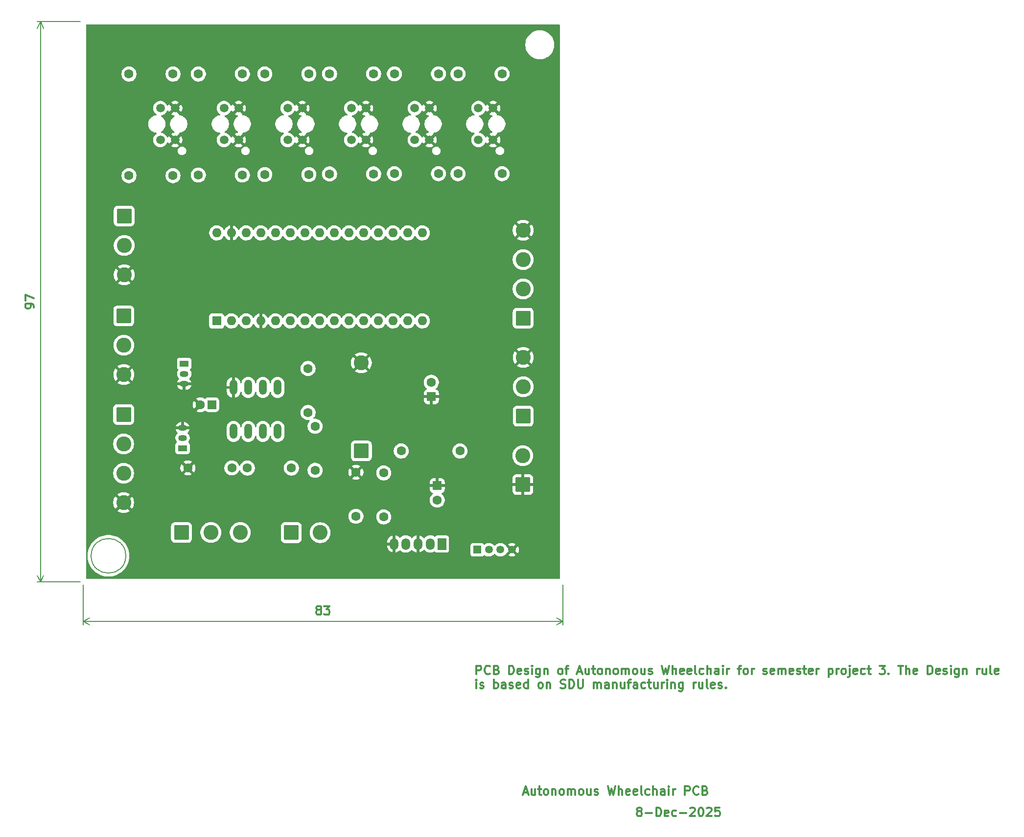
<source format=gbr>
%TF.GenerationSoftware,KiCad,Pcbnew,9.0.6*%
%TF.CreationDate,2025-12-11T22:37:35+03:00*%
%TF.ProjectId,SPO3,53504f33-2e6b-4696-9361-645f70636258,rev?*%
%TF.SameCoordinates,Original*%
%TF.FileFunction,Copper,L1,Top*%
%TF.FilePolarity,Positive*%
%FSLAX46Y46*%
G04 Gerber Fmt 4.6, Leading zero omitted, Abs format (unit mm)*
G04 Created by KiCad (PCBNEW 9.0.6) date 2025-12-11 22:37:35*
%MOMM*%
%LPD*%
G01*
G04 APERTURE LIST*
G04 Aperture macros list*
%AMRoundRect*
0 Rectangle with rounded corners*
0 $1 Rounding radius*
0 $2 $3 $4 $5 $6 $7 $8 $9 X,Y pos of 4 corners*
0 Add a 4 corners polygon primitive as box body*
4,1,4,$2,$3,$4,$5,$6,$7,$8,$9,$2,$3,0*
0 Add four circle primitives for the rounded corners*
1,1,$1+$1,$2,$3*
1,1,$1+$1,$4,$5*
1,1,$1+$1,$6,$7*
1,1,$1+$1,$8,$9*
0 Add four rect primitives between the rounded corners*
20,1,$1+$1,$2,$3,$4,$5,0*
20,1,$1+$1,$4,$5,$6,$7,0*
20,1,$1+$1,$6,$7,$8,$9,0*
20,1,$1+$1,$8,$9,$2,$3,0*%
G04 Aperture macros list end*
%ADD10C,0.300000*%
%TA.AperFunction,NonConductor*%
%ADD11C,0.300000*%
%TD*%
%TA.AperFunction,NonConductor*%
%ADD12C,0.200000*%
%TD*%
%TA.AperFunction,Conductor*%
%ADD13C,0.200000*%
%TD*%
%TA.AperFunction,ComponentPad*%
%ADD14O,1.500000X2.000000*%
%TD*%
%TA.AperFunction,ComponentPad*%
%ADD15R,1.500000X2.000000*%
%TD*%
%TA.AperFunction,ComponentPad*%
%ADD16O,1.500000X1.050000*%
%TD*%
%TA.AperFunction,ComponentPad*%
%ADD17R,1.500000X1.050000*%
%TD*%
%TA.AperFunction,ComponentPad*%
%ADD18C,1.600000*%
%TD*%
%TA.AperFunction,ComponentPad*%
%ADD19RoundRect,0.250000X0.550000X0.550000X-0.550000X0.550000X-0.550000X-0.550000X0.550000X-0.550000X0*%
%TD*%
%TA.AperFunction,ComponentPad*%
%ADD20O,1.320800X2.641600*%
%TD*%
%TA.AperFunction,ComponentPad*%
%ADD21RoundRect,0.250000X-1.050000X1.050000X-1.050000X-1.050000X1.050000X-1.050000X1.050000X1.050000X0*%
%TD*%
%TA.AperFunction,ComponentPad*%
%ADD22C,2.600000*%
%TD*%
%TA.AperFunction,ComponentPad*%
%ADD23RoundRect,0.250000X1.050000X-1.050000X1.050000X1.050000X-1.050000X1.050000X-1.050000X-1.050000X0*%
%TD*%
%TA.AperFunction,ComponentPad*%
%ADD24RoundRect,0.250000X0.550000X-0.550000X0.550000X0.550000X-0.550000X0.550000X-0.550000X-0.550000X0*%
%TD*%
%TA.AperFunction,ComponentPad*%
%ADD25RoundRect,0.250000X-0.550000X0.550000X-0.550000X-0.550000X0.550000X-0.550000X0.550000X0.550000X0*%
%TD*%
%TA.AperFunction,ComponentPad*%
%ADD26R,1.600000X1.600000*%
%TD*%
%TA.AperFunction,ComponentPad*%
%ADD27O,1.600000X1.600000*%
%TD*%
%TA.AperFunction,ComponentPad*%
%ADD28C,1.500000*%
%TD*%
%TA.AperFunction,ComponentPad*%
%ADD29RoundRect,0.250000X-1.050000X-1.050000X1.050000X-1.050000X1.050000X1.050000X-1.050000X1.050000X0*%
%TD*%
%TA.AperFunction,ComponentPad*%
%ADD30R,1.350000X1.350000*%
%TD*%
%TA.AperFunction,ComponentPad*%
%ADD31C,1.350000*%
%TD*%
G04 APERTURE END LIST*
D10*
D11*
X151572857Y-158101185D02*
X151430000Y-158029757D01*
X151430000Y-158029757D02*
X151358571Y-157958328D01*
X151358571Y-157958328D02*
X151287143Y-157815471D01*
X151287143Y-157815471D02*
X151287143Y-157744042D01*
X151287143Y-157744042D02*
X151358571Y-157601185D01*
X151358571Y-157601185D02*
X151430000Y-157529757D01*
X151430000Y-157529757D02*
X151572857Y-157458328D01*
X151572857Y-157458328D02*
X151858571Y-157458328D01*
X151858571Y-157458328D02*
X152001429Y-157529757D01*
X152001429Y-157529757D02*
X152072857Y-157601185D01*
X152072857Y-157601185D02*
X152144286Y-157744042D01*
X152144286Y-157744042D02*
X152144286Y-157815471D01*
X152144286Y-157815471D02*
X152072857Y-157958328D01*
X152072857Y-157958328D02*
X152001429Y-158029757D01*
X152001429Y-158029757D02*
X151858571Y-158101185D01*
X151858571Y-158101185D02*
X151572857Y-158101185D01*
X151572857Y-158101185D02*
X151430000Y-158172614D01*
X151430000Y-158172614D02*
X151358571Y-158244042D01*
X151358571Y-158244042D02*
X151287143Y-158386900D01*
X151287143Y-158386900D02*
X151287143Y-158672614D01*
X151287143Y-158672614D02*
X151358571Y-158815471D01*
X151358571Y-158815471D02*
X151430000Y-158886900D01*
X151430000Y-158886900D02*
X151572857Y-158958328D01*
X151572857Y-158958328D02*
X151858571Y-158958328D01*
X151858571Y-158958328D02*
X152001429Y-158886900D01*
X152001429Y-158886900D02*
X152072857Y-158815471D01*
X152072857Y-158815471D02*
X152144286Y-158672614D01*
X152144286Y-158672614D02*
X152144286Y-158386900D01*
X152144286Y-158386900D02*
X152072857Y-158244042D01*
X152072857Y-158244042D02*
X152001429Y-158172614D01*
X152001429Y-158172614D02*
X151858571Y-158101185D01*
X152644285Y-157458328D02*
X153572857Y-157458328D01*
X153572857Y-157458328D02*
X153072857Y-158029757D01*
X153072857Y-158029757D02*
X153287142Y-158029757D01*
X153287142Y-158029757D02*
X153430000Y-158101185D01*
X153430000Y-158101185D02*
X153501428Y-158172614D01*
X153501428Y-158172614D02*
X153572857Y-158315471D01*
X153572857Y-158315471D02*
X153572857Y-158672614D01*
X153572857Y-158672614D02*
X153501428Y-158815471D01*
X153501428Y-158815471D02*
X153430000Y-158886900D01*
X153430000Y-158886900D02*
X153287142Y-158958328D01*
X153287142Y-158958328D02*
X152858571Y-158958328D01*
X152858571Y-158958328D02*
X152715714Y-158886900D01*
X152715714Y-158886900D02*
X152644285Y-158815471D01*
D12*
X110930000Y-153757500D02*
X110930000Y-160666420D01*
X193930000Y-160666420D02*
X193930000Y-153757500D01*
X110930000Y-160080000D02*
X193930000Y-160080000D01*
X110930000Y-160080000D02*
X112056504Y-159493579D01*
X110930000Y-160080000D02*
X112056504Y-160666421D01*
X193930000Y-160080000D02*
X192803496Y-160666421D01*
X193930000Y-160080000D02*
X192803496Y-159493579D01*
D10*
D11*
X102438328Y-105757499D02*
X102438328Y-105471785D01*
X102438328Y-105471785D02*
X102366900Y-105328928D01*
X102366900Y-105328928D02*
X102295471Y-105257499D01*
X102295471Y-105257499D02*
X102081185Y-105114642D01*
X102081185Y-105114642D02*
X101795471Y-105043213D01*
X101795471Y-105043213D02*
X101224042Y-105043213D01*
X101224042Y-105043213D02*
X101081185Y-105114642D01*
X101081185Y-105114642D02*
X101009757Y-105186071D01*
X101009757Y-105186071D02*
X100938328Y-105328928D01*
X100938328Y-105328928D02*
X100938328Y-105614642D01*
X100938328Y-105614642D02*
X101009757Y-105757499D01*
X101009757Y-105757499D02*
X101081185Y-105828928D01*
X101081185Y-105828928D02*
X101224042Y-105900356D01*
X101224042Y-105900356D02*
X101581185Y-105900356D01*
X101581185Y-105900356D02*
X101724042Y-105828928D01*
X101724042Y-105828928D02*
X101795471Y-105757499D01*
X101795471Y-105757499D02*
X101866900Y-105614642D01*
X101866900Y-105614642D02*
X101866900Y-105328928D01*
X101866900Y-105328928D02*
X101795471Y-105186071D01*
X101795471Y-105186071D02*
X101724042Y-105114642D01*
X101724042Y-105114642D02*
X101581185Y-105043213D01*
X100938328Y-104543214D02*
X100938328Y-103543214D01*
X100938328Y-103543214D02*
X102438328Y-104186071D01*
D12*
X110430000Y-56257500D02*
X102973580Y-56257500D01*
X102973580Y-153257500D02*
X110430000Y-153257500D01*
X103560000Y-56257500D02*
X103560000Y-153257500D01*
X103560000Y-56257500D02*
X104146421Y-57384004D01*
X103560000Y-56257500D02*
X102973579Y-57384004D01*
X103560000Y-153257500D02*
X102973579Y-152130996D01*
X103560000Y-153257500D02*
X104146421Y-152130996D01*
X118330000Y-148757500D02*
G75*
G02*
X112330000Y-148757500I-3000000J0D01*
G01*
X112330000Y-148757500D02*
G75*
G02*
X118330000Y-148757500I3000000J0D01*
G01*
D13*
%TO.N,GND*%
X192930000Y-60257500D02*
G75*
G02*
X186930000Y-60257500I-3000000J0D01*
G01*
X186930000Y-60257500D02*
G75*
G02*
X192930000Y-60257500I3000000J0D01*
G01*
D10*
D11*
X187123082Y-189732257D02*
X187837368Y-189732257D01*
X186980225Y-190160828D02*
X187480225Y-188660828D01*
X187480225Y-188660828D02*
X187980225Y-190160828D01*
X189123082Y-189160828D02*
X189123082Y-190160828D01*
X188480224Y-189160828D02*
X188480224Y-189946542D01*
X188480224Y-189946542D02*
X188551653Y-190089400D01*
X188551653Y-190089400D02*
X188694510Y-190160828D01*
X188694510Y-190160828D02*
X188908796Y-190160828D01*
X188908796Y-190160828D02*
X189051653Y-190089400D01*
X189051653Y-190089400D02*
X189123082Y-190017971D01*
X189623082Y-189160828D02*
X190194510Y-189160828D01*
X189837367Y-188660828D02*
X189837367Y-189946542D01*
X189837367Y-189946542D02*
X189908796Y-190089400D01*
X189908796Y-190089400D02*
X190051653Y-190160828D01*
X190051653Y-190160828D02*
X190194510Y-190160828D01*
X190908796Y-190160828D02*
X190765939Y-190089400D01*
X190765939Y-190089400D02*
X190694510Y-190017971D01*
X190694510Y-190017971D02*
X190623082Y-189875114D01*
X190623082Y-189875114D02*
X190623082Y-189446542D01*
X190623082Y-189446542D02*
X190694510Y-189303685D01*
X190694510Y-189303685D02*
X190765939Y-189232257D01*
X190765939Y-189232257D02*
X190908796Y-189160828D01*
X190908796Y-189160828D02*
X191123082Y-189160828D01*
X191123082Y-189160828D02*
X191265939Y-189232257D01*
X191265939Y-189232257D02*
X191337368Y-189303685D01*
X191337368Y-189303685D02*
X191408796Y-189446542D01*
X191408796Y-189446542D02*
X191408796Y-189875114D01*
X191408796Y-189875114D02*
X191337368Y-190017971D01*
X191337368Y-190017971D02*
X191265939Y-190089400D01*
X191265939Y-190089400D02*
X191123082Y-190160828D01*
X191123082Y-190160828D02*
X190908796Y-190160828D01*
X192051653Y-189160828D02*
X192051653Y-190160828D01*
X192051653Y-189303685D02*
X192123082Y-189232257D01*
X192123082Y-189232257D02*
X192265939Y-189160828D01*
X192265939Y-189160828D02*
X192480225Y-189160828D01*
X192480225Y-189160828D02*
X192623082Y-189232257D01*
X192623082Y-189232257D02*
X192694511Y-189375114D01*
X192694511Y-189375114D02*
X192694511Y-190160828D01*
X193623082Y-190160828D02*
X193480225Y-190089400D01*
X193480225Y-190089400D02*
X193408796Y-190017971D01*
X193408796Y-190017971D02*
X193337368Y-189875114D01*
X193337368Y-189875114D02*
X193337368Y-189446542D01*
X193337368Y-189446542D02*
X193408796Y-189303685D01*
X193408796Y-189303685D02*
X193480225Y-189232257D01*
X193480225Y-189232257D02*
X193623082Y-189160828D01*
X193623082Y-189160828D02*
X193837368Y-189160828D01*
X193837368Y-189160828D02*
X193980225Y-189232257D01*
X193980225Y-189232257D02*
X194051654Y-189303685D01*
X194051654Y-189303685D02*
X194123082Y-189446542D01*
X194123082Y-189446542D02*
X194123082Y-189875114D01*
X194123082Y-189875114D02*
X194051654Y-190017971D01*
X194051654Y-190017971D02*
X193980225Y-190089400D01*
X193980225Y-190089400D02*
X193837368Y-190160828D01*
X193837368Y-190160828D02*
X193623082Y-190160828D01*
X194765939Y-190160828D02*
X194765939Y-189160828D01*
X194765939Y-189303685D02*
X194837368Y-189232257D01*
X194837368Y-189232257D02*
X194980225Y-189160828D01*
X194980225Y-189160828D02*
X195194511Y-189160828D01*
X195194511Y-189160828D02*
X195337368Y-189232257D01*
X195337368Y-189232257D02*
X195408797Y-189375114D01*
X195408797Y-189375114D02*
X195408797Y-190160828D01*
X195408797Y-189375114D02*
X195480225Y-189232257D01*
X195480225Y-189232257D02*
X195623082Y-189160828D01*
X195623082Y-189160828D02*
X195837368Y-189160828D01*
X195837368Y-189160828D02*
X195980225Y-189232257D01*
X195980225Y-189232257D02*
X196051654Y-189375114D01*
X196051654Y-189375114D02*
X196051654Y-190160828D01*
X196980225Y-190160828D02*
X196837368Y-190089400D01*
X196837368Y-190089400D02*
X196765939Y-190017971D01*
X196765939Y-190017971D02*
X196694511Y-189875114D01*
X196694511Y-189875114D02*
X196694511Y-189446542D01*
X196694511Y-189446542D02*
X196765939Y-189303685D01*
X196765939Y-189303685D02*
X196837368Y-189232257D01*
X196837368Y-189232257D02*
X196980225Y-189160828D01*
X196980225Y-189160828D02*
X197194511Y-189160828D01*
X197194511Y-189160828D02*
X197337368Y-189232257D01*
X197337368Y-189232257D02*
X197408797Y-189303685D01*
X197408797Y-189303685D02*
X197480225Y-189446542D01*
X197480225Y-189446542D02*
X197480225Y-189875114D01*
X197480225Y-189875114D02*
X197408797Y-190017971D01*
X197408797Y-190017971D02*
X197337368Y-190089400D01*
X197337368Y-190089400D02*
X197194511Y-190160828D01*
X197194511Y-190160828D02*
X196980225Y-190160828D01*
X198765940Y-189160828D02*
X198765940Y-190160828D01*
X198123082Y-189160828D02*
X198123082Y-189946542D01*
X198123082Y-189946542D02*
X198194511Y-190089400D01*
X198194511Y-190089400D02*
X198337368Y-190160828D01*
X198337368Y-190160828D02*
X198551654Y-190160828D01*
X198551654Y-190160828D02*
X198694511Y-190089400D01*
X198694511Y-190089400D02*
X198765940Y-190017971D01*
X199408797Y-190089400D02*
X199551654Y-190160828D01*
X199551654Y-190160828D02*
X199837368Y-190160828D01*
X199837368Y-190160828D02*
X199980225Y-190089400D01*
X199980225Y-190089400D02*
X200051654Y-189946542D01*
X200051654Y-189946542D02*
X200051654Y-189875114D01*
X200051654Y-189875114D02*
X199980225Y-189732257D01*
X199980225Y-189732257D02*
X199837368Y-189660828D01*
X199837368Y-189660828D02*
X199623083Y-189660828D01*
X199623083Y-189660828D02*
X199480225Y-189589400D01*
X199480225Y-189589400D02*
X199408797Y-189446542D01*
X199408797Y-189446542D02*
X199408797Y-189375114D01*
X199408797Y-189375114D02*
X199480225Y-189232257D01*
X199480225Y-189232257D02*
X199623083Y-189160828D01*
X199623083Y-189160828D02*
X199837368Y-189160828D01*
X199837368Y-189160828D02*
X199980225Y-189232257D01*
X201694511Y-188660828D02*
X202051654Y-190160828D01*
X202051654Y-190160828D02*
X202337368Y-189089400D01*
X202337368Y-189089400D02*
X202623083Y-190160828D01*
X202623083Y-190160828D02*
X202980226Y-188660828D01*
X203551654Y-190160828D02*
X203551654Y-188660828D01*
X204194512Y-190160828D02*
X204194512Y-189375114D01*
X204194512Y-189375114D02*
X204123083Y-189232257D01*
X204123083Y-189232257D02*
X203980226Y-189160828D01*
X203980226Y-189160828D02*
X203765940Y-189160828D01*
X203765940Y-189160828D02*
X203623083Y-189232257D01*
X203623083Y-189232257D02*
X203551654Y-189303685D01*
X205480226Y-190089400D02*
X205337369Y-190160828D01*
X205337369Y-190160828D02*
X205051655Y-190160828D01*
X205051655Y-190160828D02*
X204908797Y-190089400D01*
X204908797Y-190089400D02*
X204837369Y-189946542D01*
X204837369Y-189946542D02*
X204837369Y-189375114D01*
X204837369Y-189375114D02*
X204908797Y-189232257D01*
X204908797Y-189232257D02*
X205051655Y-189160828D01*
X205051655Y-189160828D02*
X205337369Y-189160828D01*
X205337369Y-189160828D02*
X205480226Y-189232257D01*
X205480226Y-189232257D02*
X205551655Y-189375114D01*
X205551655Y-189375114D02*
X205551655Y-189517971D01*
X205551655Y-189517971D02*
X204837369Y-189660828D01*
X206765940Y-190089400D02*
X206623083Y-190160828D01*
X206623083Y-190160828D02*
X206337369Y-190160828D01*
X206337369Y-190160828D02*
X206194511Y-190089400D01*
X206194511Y-190089400D02*
X206123083Y-189946542D01*
X206123083Y-189946542D02*
X206123083Y-189375114D01*
X206123083Y-189375114D02*
X206194511Y-189232257D01*
X206194511Y-189232257D02*
X206337369Y-189160828D01*
X206337369Y-189160828D02*
X206623083Y-189160828D01*
X206623083Y-189160828D02*
X206765940Y-189232257D01*
X206765940Y-189232257D02*
X206837369Y-189375114D01*
X206837369Y-189375114D02*
X206837369Y-189517971D01*
X206837369Y-189517971D02*
X206123083Y-189660828D01*
X207694511Y-190160828D02*
X207551654Y-190089400D01*
X207551654Y-190089400D02*
X207480225Y-189946542D01*
X207480225Y-189946542D02*
X207480225Y-188660828D01*
X208908797Y-190089400D02*
X208765939Y-190160828D01*
X208765939Y-190160828D02*
X208480225Y-190160828D01*
X208480225Y-190160828D02*
X208337368Y-190089400D01*
X208337368Y-190089400D02*
X208265939Y-190017971D01*
X208265939Y-190017971D02*
X208194511Y-189875114D01*
X208194511Y-189875114D02*
X208194511Y-189446542D01*
X208194511Y-189446542D02*
X208265939Y-189303685D01*
X208265939Y-189303685D02*
X208337368Y-189232257D01*
X208337368Y-189232257D02*
X208480225Y-189160828D01*
X208480225Y-189160828D02*
X208765939Y-189160828D01*
X208765939Y-189160828D02*
X208908797Y-189232257D01*
X209551653Y-190160828D02*
X209551653Y-188660828D01*
X210194511Y-190160828D02*
X210194511Y-189375114D01*
X210194511Y-189375114D02*
X210123082Y-189232257D01*
X210123082Y-189232257D02*
X209980225Y-189160828D01*
X209980225Y-189160828D02*
X209765939Y-189160828D01*
X209765939Y-189160828D02*
X209623082Y-189232257D01*
X209623082Y-189232257D02*
X209551653Y-189303685D01*
X211551654Y-190160828D02*
X211551654Y-189375114D01*
X211551654Y-189375114D02*
X211480225Y-189232257D01*
X211480225Y-189232257D02*
X211337368Y-189160828D01*
X211337368Y-189160828D02*
X211051654Y-189160828D01*
X211051654Y-189160828D02*
X210908796Y-189232257D01*
X211551654Y-190089400D02*
X211408796Y-190160828D01*
X211408796Y-190160828D02*
X211051654Y-190160828D01*
X211051654Y-190160828D02*
X210908796Y-190089400D01*
X210908796Y-190089400D02*
X210837368Y-189946542D01*
X210837368Y-189946542D02*
X210837368Y-189803685D01*
X210837368Y-189803685D02*
X210908796Y-189660828D01*
X210908796Y-189660828D02*
X211051654Y-189589400D01*
X211051654Y-189589400D02*
X211408796Y-189589400D01*
X211408796Y-189589400D02*
X211551654Y-189517971D01*
X212265939Y-190160828D02*
X212265939Y-189160828D01*
X212265939Y-188660828D02*
X212194511Y-188732257D01*
X212194511Y-188732257D02*
X212265939Y-188803685D01*
X212265939Y-188803685D02*
X212337368Y-188732257D01*
X212337368Y-188732257D02*
X212265939Y-188660828D01*
X212265939Y-188660828D02*
X212265939Y-188803685D01*
X212980225Y-190160828D02*
X212980225Y-189160828D01*
X212980225Y-189446542D02*
X213051654Y-189303685D01*
X213051654Y-189303685D02*
X213123083Y-189232257D01*
X213123083Y-189232257D02*
X213265940Y-189160828D01*
X213265940Y-189160828D02*
X213408797Y-189160828D01*
X215051653Y-190160828D02*
X215051653Y-188660828D01*
X215051653Y-188660828D02*
X215623082Y-188660828D01*
X215623082Y-188660828D02*
X215765939Y-188732257D01*
X215765939Y-188732257D02*
X215837368Y-188803685D01*
X215837368Y-188803685D02*
X215908796Y-188946542D01*
X215908796Y-188946542D02*
X215908796Y-189160828D01*
X215908796Y-189160828D02*
X215837368Y-189303685D01*
X215837368Y-189303685D02*
X215765939Y-189375114D01*
X215765939Y-189375114D02*
X215623082Y-189446542D01*
X215623082Y-189446542D02*
X215051653Y-189446542D01*
X217408796Y-190017971D02*
X217337368Y-190089400D01*
X217337368Y-190089400D02*
X217123082Y-190160828D01*
X217123082Y-190160828D02*
X216980225Y-190160828D01*
X216980225Y-190160828D02*
X216765939Y-190089400D01*
X216765939Y-190089400D02*
X216623082Y-189946542D01*
X216623082Y-189946542D02*
X216551653Y-189803685D01*
X216551653Y-189803685D02*
X216480225Y-189517971D01*
X216480225Y-189517971D02*
X216480225Y-189303685D01*
X216480225Y-189303685D02*
X216551653Y-189017971D01*
X216551653Y-189017971D02*
X216623082Y-188875114D01*
X216623082Y-188875114D02*
X216765939Y-188732257D01*
X216765939Y-188732257D02*
X216980225Y-188660828D01*
X216980225Y-188660828D02*
X217123082Y-188660828D01*
X217123082Y-188660828D02*
X217337368Y-188732257D01*
X217337368Y-188732257D02*
X217408796Y-188803685D01*
X218551653Y-189375114D02*
X218765939Y-189446542D01*
X218765939Y-189446542D02*
X218837368Y-189517971D01*
X218837368Y-189517971D02*
X218908796Y-189660828D01*
X218908796Y-189660828D02*
X218908796Y-189875114D01*
X218908796Y-189875114D02*
X218837368Y-190017971D01*
X218837368Y-190017971D02*
X218765939Y-190089400D01*
X218765939Y-190089400D02*
X218623082Y-190160828D01*
X218623082Y-190160828D02*
X218051653Y-190160828D01*
X218051653Y-190160828D02*
X218051653Y-188660828D01*
X218051653Y-188660828D02*
X218551653Y-188660828D01*
X218551653Y-188660828D02*
X218694511Y-188732257D01*
X218694511Y-188732257D02*
X218765939Y-188803685D01*
X218765939Y-188803685D02*
X218837368Y-188946542D01*
X218837368Y-188946542D02*
X218837368Y-189089400D01*
X218837368Y-189089400D02*
X218765939Y-189232257D01*
X218765939Y-189232257D02*
X218694511Y-189303685D01*
X218694511Y-189303685D02*
X218551653Y-189375114D01*
X218551653Y-189375114D02*
X218051653Y-189375114D01*
D10*
D11*
X207018796Y-192993685D02*
X206875939Y-192922257D01*
X206875939Y-192922257D02*
X206804510Y-192850828D01*
X206804510Y-192850828D02*
X206733082Y-192707971D01*
X206733082Y-192707971D02*
X206733082Y-192636542D01*
X206733082Y-192636542D02*
X206804510Y-192493685D01*
X206804510Y-192493685D02*
X206875939Y-192422257D01*
X206875939Y-192422257D02*
X207018796Y-192350828D01*
X207018796Y-192350828D02*
X207304510Y-192350828D01*
X207304510Y-192350828D02*
X207447368Y-192422257D01*
X207447368Y-192422257D02*
X207518796Y-192493685D01*
X207518796Y-192493685D02*
X207590225Y-192636542D01*
X207590225Y-192636542D02*
X207590225Y-192707971D01*
X207590225Y-192707971D02*
X207518796Y-192850828D01*
X207518796Y-192850828D02*
X207447368Y-192922257D01*
X207447368Y-192922257D02*
X207304510Y-192993685D01*
X207304510Y-192993685D02*
X207018796Y-192993685D01*
X207018796Y-192993685D02*
X206875939Y-193065114D01*
X206875939Y-193065114D02*
X206804510Y-193136542D01*
X206804510Y-193136542D02*
X206733082Y-193279400D01*
X206733082Y-193279400D02*
X206733082Y-193565114D01*
X206733082Y-193565114D02*
X206804510Y-193707971D01*
X206804510Y-193707971D02*
X206875939Y-193779400D01*
X206875939Y-193779400D02*
X207018796Y-193850828D01*
X207018796Y-193850828D02*
X207304510Y-193850828D01*
X207304510Y-193850828D02*
X207447368Y-193779400D01*
X207447368Y-193779400D02*
X207518796Y-193707971D01*
X207518796Y-193707971D02*
X207590225Y-193565114D01*
X207590225Y-193565114D02*
X207590225Y-193279400D01*
X207590225Y-193279400D02*
X207518796Y-193136542D01*
X207518796Y-193136542D02*
X207447368Y-193065114D01*
X207447368Y-193065114D02*
X207304510Y-192993685D01*
X208233081Y-193279400D02*
X209375939Y-193279400D01*
X210090224Y-193850828D02*
X210090224Y-192350828D01*
X210090224Y-192350828D02*
X210447367Y-192350828D01*
X210447367Y-192350828D02*
X210661653Y-192422257D01*
X210661653Y-192422257D02*
X210804510Y-192565114D01*
X210804510Y-192565114D02*
X210875939Y-192707971D01*
X210875939Y-192707971D02*
X210947367Y-192993685D01*
X210947367Y-192993685D02*
X210947367Y-193207971D01*
X210947367Y-193207971D02*
X210875939Y-193493685D01*
X210875939Y-193493685D02*
X210804510Y-193636542D01*
X210804510Y-193636542D02*
X210661653Y-193779400D01*
X210661653Y-193779400D02*
X210447367Y-193850828D01*
X210447367Y-193850828D02*
X210090224Y-193850828D01*
X212161653Y-193779400D02*
X212018796Y-193850828D01*
X212018796Y-193850828D02*
X211733082Y-193850828D01*
X211733082Y-193850828D02*
X211590224Y-193779400D01*
X211590224Y-193779400D02*
X211518796Y-193636542D01*
X211518796Y-193636542D02*
X211518796Y-193065114D01*
X211518796Y-193065114D02*
X211590224Y-192922257D01*
X211590224Y-192922257D02*
X211733082Y-192850828D01*
X211733082Y-192850828D02*
X212018796Y-192850828D01*
X212018796Y-192850828D02*
X212161653Y-192922257D01*
X212161653Y-192922257D02*
X212233082Y-193065114D01*
X212233082Y-193065114D02*
X212233082Y-193207971D01*
X212233082Y-193207971D02*
X211518796Y-193350828D01*
X213518796Y-193779400D02*
X213375938Y-193850828D01*
X213375938Y-193850828D02*
X213090224Y-193850828D01*
X213090224Y-193850828D02*
X212947367Y-193779400D01*
X212947367Y-193779400D02*
X212875938Y-193707971D01*
X212875938Y-193707971D02*
X212804510Y-193565114D01*
X212804510Y-193565114D02*
X212804510Y-193136542D01*
X212804510Y-193136542D02*
X212875938Y-192993685D01*
X212875938Y-192993685D02*
X212947367Y-192922257D01*
X212947367Y-192922257D02*
X213090224Y-192850828D01*
X213090224Y-192850828D02*
X213375938Y-192850828D01*
X213375938Y-192850828D02*
X213518796Y-192922257D01*
X214161652Y-193279400D02*
X215304510Y-193279400D01*
X215947367Y-192493685D02*
X216018795Y-192422257D01*
X216018795Y-192422257D02*
X216161653Y-192350828D01*
X216161653Y-192350828D02*
X216518795Y-192350828D01*
X216518795Y-192350828D02*
X216661653Y-192422257D01*
X216661653Y-192422257D02*
X216733081Y-192493685D01*
X216733081Y-192493685D02*
X216804510Y-192636542D01*
X216804510Y-192636542D02*
X216804510Y-192779400D01*
X216804510Y-192779400D02*
X216733081Y-192993685D01*
X216733081Y-192993685D02*
X215875938Y-193850828D01*
X215875938Y-193850828D02*
X216804510Y-193850828D01*
X217733081Y-192350828D02*
X217875938Y-192350828D01*
X217875938Y-192350828D02*
X218018795Y-192422257D01*
X218018795Y-192422257D02*
X218090224Y-192493685D01*
X218090224Y-192493685D02*
X218161652Y-192636542D01*
X218161652Y-192636542D02*
X218233081Y-192922257D01*
X218233081Y-192922257D02*
X218233081Y-193279400D01*
X218233081Y-193279400D02*
X218161652Y-193565114D01*
X218161652Y-193565114D02*
X218090224Y-193707971D01*
X218090224Y-193707971D02*
X218018795Y-193779400D01*
X218018795Y-193779400D02*
X217875938Y-193850828D01*
X217875938Y-193850828D02*
X217733081Y-193850828D01*
X217733081Y-193850828D02*
X217590224Y-193779400D01*
X217590224Y-193779400D02*
X217518795Y-193707971D01*
X217518795Y-193707971D02*
X217447366Y-193565114D01*
X217447366Y-193565114D02*
X217375938Y-193279400D01*
X217375938Y-193279400D02*
X217375938Y-192922257D01*
X217375938Y-192922257D02*
X217447366Y-192636542D01*
X217447366Y-192636542D02*
X217518795Y-192493685D01*
X217518795Y-192493685D02*
X217590224Y-192422257D01*
X217590224Y-192422257D02*
X217733081Y-192350828D01*
X218804509Y-192493685D02*
X218875937Y-192422257D01*
X218875937Y-192422257D02*
X219018795Y-192350828D01*
X219018795Y-192350828D02*
X219375937Y-192350828D01*
X219375937Y-192350828D02*
X219518795Y-192422257D01*
X219518795Y-192422257D02*
X219590223Y-192493685D01*
X219590223Y-192493685D02*
X219661652Y-192636542D01*
X219661652Y-192636542D02*
X219661652Y-192779400D01*
X219661652Y-192779400D02*
X219590223Y-192993685D01*
X219590223Y-192993685D02*
X218733080Y-193850828D01*
X218733080Y-193850828D02*
X219661652Y-193850828D01*
X221018794Y-192350828D02*
X220304508Y-192350828D01*
X220304508Y-192350828D02*
X220233080Y-193065114D01*
X220233080Y-193065114D02*
X220304508Y-192993685D01*
X220304508Y-192993685D02*
X220447366Y-192922257D01*
X220447366Y-192922257D02*
X220804508Y-192922257D01*
X220804508Y-192922257D02*
X220947366Y-192993685D01*
X220947366Y-192993685D02*
X221018794Y-193065114D01*
X221018794Y-193065114D02*
X221090223Y-193207971D01*
X221090223Y-193207971D02*
X221090223Y-193565114D01*
X221090223Y-193565114D02*
X221018794Y-193707971D01*
X221018794Y-193707971D02*
X220947366Y-193779400D01*
X220947366Y-193779400D02*
X220804508Y-193850828D01*
X220804508Y-193850828D02*
X220447366Y-193850828D01*
X220447366Y-193850828D02*
X220304508Y-193779400D01*
X220304508Y-193779400D02*
X220233080Y-193707971D01*
D10*
D11*
X178964510Y-169285912D02*
X178964510Y-167785912D01*
X178964510Y-167785912D02*
X179535939Y-167785912D01*
X179535939Y-167785912D02*
X179678796Y-167857341D01*
X179678796Y-167857341D02*
X179750225Y-167928769D01*
X179750225Y-167928769D02*
X179821653Y-168071626D01*
X179821653Y-168071626D02*
X179821653Y-168285912D01*
X179821653Y-168285912D02*
X179750225Y-168428769D01*
X179750225Y-168428769D02*
X179678796Y-168500198D01*
X179678796Y-168500198D02*
X179535939Y-168571626D01*
X179535939Y-168571626D02*
X178964510Y-168571626D01*
X181321653Y-169143055D02*
X181250225Y-169214484D01*
X181250225Y-169214484D02*
X181035939Y-169285912D01*
X181035939Y-169285912D02*
X180893082Y-169285912D01*
X180893082Y-169285912D02*
X180678796Y-169214484D01*
X180678796Y-169214484D02*
X180535939Y-169071626D01*
X180535939Y-169071626D02*
X180464510Y-168928769D01*
X180464510Y-168928769D02*
X180393082Y-168643055D01*
X180393082Y-168643055D02*
X180393082Y-168428769D01*
X180393082Y-168428769D02*
X180464510Y-168143055D01*
X180464510Y-168143055D02*
X180535939Y-168000198D01*
X180535939Y-168000198D02*
X180678796Y-167857341D01*
X180678796Y-167857341D02*
X180893082Y-167785912D01*
X180893082Y-167785912D02*
X181035939Y-167785912D01*
X181035939Y-167785912D02*
X181250225Y-167857341D01*
X181250225Y-167857341D02*
X181321653Y-167928769D01*
X182464510Y-168500198D02*
X182678796Y-168571626D01*
X182678796Y-168571626D02*
X182750225Y-168643055D01*
X182750225Y-168643055D02*
X182821653Y-168785912D01*
X182821653Y-168785912D02*
X182821653Y-169000198D01*
X182821653Y-169000198D02*
X182750225Y-169143055D01*
X182750225Y-169143055D02*
X182678796Y-169214484D01*
X182678796Y-169214484D02*
X182535939Y-169285912D01*
X182535939Y-169285912D02*
X181964510Y-169285912D01*
X181964510Y-169285912D02*
X181964510Y-167785912D01*
X181964510Y-167785912D02*
X182464510Y-167785912D01*
X182464510Y-167785912D02*
X182607368Y-167857341D01*
X182607368Y-167857341D02*
X182678796Y-167928769D01*
X182678796Y-167928769D02*
X182750225Y-168071626D01*
X182750225Y-168071626D02*
X182750225Y-168214484D01*
X182750225Y-168214484D02*
X182678796Y-168357341D01*
X182678796Y-168357341D02*
X182607368Y-168428769D01*
X182607368Y-168428769D02*
X182464510Y-168500198D01*
X182464510Y-168500198D02*
X181964510Y-168500198D01*
X184607367Y-169285912D02*
X184607367Y-167785912D01*
X184607367Y-167785912D02*
X184964510Y-167785912D01*
X184964510Y-167785912D02*
X185178796Y-167857341D01*
X185178796Y-167857341D02*
X185321653Y-168000198D01*
X185321653Y-168000198D02*
X185393082Y-168143055D01*
X185393082Y-168143055D02*
X185464510Y-168428769D01*
X185464510Y-168428769D02*
X185464510Y-168643055D01*
X185464510Y-168643055D02*
X185393082Y-168928769D01*
X185393082Y-168928769D02*
X185321653Y-169071626D01*
X185321653Y-169071626D02*
X185178796Y-169214484D01*
X185178796Y-169214484D02*
X184964510Y-169285912D01*
X184964510Y-169285912D02*
X184607367Y-169285912D01*
X186678796Y-169214484D02*
X186535939Y-169285912D01*
X186535939Y-169285912D02*
X186250225Y-169285912D01*
X186250225Y-169285912D02*
X186107367Y-169214484D01*
X186107367Y-169214484D02*
X186035939Y-169071626D01*
X186035939Y-169071626D02*
X186035939Y-168500198D01*
X186035939Y-168500198D02*
X186107367Y-168357341D01*
X186107367Y-168357341D02*
X186250225Y-168285912D01*
X186250225Y-168285912D02*
X186535939Y-168285912D01*
X186535939Y-168285912D02*
X186678796Y-168357341D01*
X186678796Y-168357341D02*
X186750225Y-168500198D01*
X186750225Y-168500198D02*
X186750225Y-168643055D01*
X186750225Y-168643055D02*
X186035939Y-168785912D01*
X187321653Y-169214484D02*
X187464510Y-169285912D01*
X187464510Y-169285912D02*
X187750224Y-169285912D01*
X187750224Y-169285912D02*
X187893081Y-169214484D01*
X187893081Y-169214484D02*
X187964510Y-169071626D01*
X187964510Y-169071626D02*
X187964510Y-169000198D01*
X187964510Y-169000198D02*
X187893081Y-168857341D01*
X187893081Y-168857341D02*
X187750224Y-168785912D01*
X187750224Y-168785912D02*
X187535939Y-168785912D01*
X187535939Y-168785912D02*
X187393081Y-168714484D01*
X187393081Y-168714484D02*
X187321653Y-168571626D01*
X187321653Y-168571626D02*
X187321653Y-168500198D01*
X187321653Y-168500198D02*
X187393081Y-168357341D01*
X187393081Y-168357341D02*
X187535939Y-168285912D01*
X187535939Y-168285912D02*
X187750224Y-168285912D01*
X187750224Y-168285912D02*
X187893081Y-168357341D01*
X188607367Y-169285912D02*
X188607367Y-168285912D01*
X188607367Y-167785912D02*
X188535939Y-167857341D01*
X188535939Y-167857341D02*
X188607367Y-167928769D01*
X188607367Y-167928769D02*
X188678796Y-167857341D01*
X188678796Y-167857341D02*
X188607367Y-167785912D01*
X188607367Y-167785912D02*
X188607367Y-167928769D01*
X189964511Y-168285912D02*
X189964511Y-169500198D01*
X189964511Y-169500198D02*
X189893082Y-169643055D01*
X189893082Y-169643055D02*
X189821653Y-169714484D01*
X189821653Y-169714484D02*
X189678796Y-169785912D01*
X189678796Y-169785912D02*
X189464511Y-169785912D01*
X189464511Y-169785912D02*
X189321653Y-169714484D01*
X189964511Y-169214484D02*
X189821653Y-169285912D01*
X189821653Y-169285912D02*
X189535939Y-169285912D01*
X189535939Y-169285912D02*
X189393082Y-169214484D01*
X189393082Y-169214484D02*
X189321653Y-169143055D01*
X189321653Y-169143055D02*
X189250225Y-169000198D01*
X189250225Y-169000198D02*
X189250225Y-168571626D01*
X189250225Y-168571626D02*
X189321653Y-168428769D01*
X189321653Y-168428769D02*
X189393082Y-168357341D01*
X189393082Y-168357341D02*
X189535939Y-168285912D01*
X189535939Y-168285912D02*
X189821653Y-168285912D01*
X189821653Y-168285912D02*
X189964511Y-168357341D01*
X190678796Y-168285912D02*
X190678796Y-169285912D01*
X190678796Y-168428769D02*
X190750225Y-168357341D01*
X190750225Y-168357341D02*
X190893082Y-168285912D01*
X190893082Y-168285912D02*
X191107368Y-168285912D01*
X191107368Y-168285912D02*
X191250225Y-168357341D01*
X191250225Y-168357341D02*
X191321654Y-168500198D01*
X191321654Y-168500198D02*
X191321654Y-169285912D01*
X193393082Y-169285912D02*
X193250225Y-169214484D01*
X193250225Y-169214484D02*
X193178796Y-169143055D01*
X193178796Y-169143055D02*
X193107368Y-169000198D01*
X193107368Y-169000198D02*
X193107368Y-168571626D01*
X193107368Y-168571626D02*
X193178796Y-168428769D01*
X193178796Y-168428769D02*
X193250225Y-168357341D01*
X193250225Y-168357341D02*
X193393082Y-168285912D01*
X193393082Y-168285912D02*
X193607368Y-168285912D01*
X193607368Y-168285912D02*
X193750225Y-168357341D01*
X193750225Y-168357341D02*
X193821654Y-168428769D01*
X193821654Y-168428769D02*
X193893082Y-168571626D01*
X193893082Y-168571626D02*
X193893082Y-169000198D01*
X193893082Y-169000198D02*
X193821654Y-169143055D01*
X193821654Y-169143055D02*
X193750225Y-169214484D01*
X193750225Y-169214484D02*
X193607368Y-169285912D01*
X193607368Y-169285912D02*
X193393082Y-169285912D01*
X194321654Y-168285912D02*
X194893082Y-168285912D01*
X194535939Y-169285912D02*
X194535939Y-168000198D01*
X194535939Y-168000198D02*
X194607368Y-167857341D01*
X194607368Y-167857341D02*
X194750225Y-167785912D01*
X194750225Y-167785912D02*
X194893082Y-167785912D01*
X196464511Y-168857341D02*
X197178797Y-168857341D01*
X196321654Y-169285912D02*
X196821654Y-167785912D01*
X196821654Y-167785912D02*
X197321654Y-169285912D01*
X198464511Y-168285912D02*
X198464511Y-169285912D01*
X197821653Y-168285912D02*
X197821653Y-169071626D01*
X197821653Y-169071626D02*
X197893082Y-169214484D01*
X197893082Y-169214484D02*
X198035939Y-169285912D01*
X198035939Y-169285912D02*
X198250225Y-169285912D01*
X198250225Y-169285912D02*
X198393082Y-169214484D01*
X198393082Y-169214484D02*
X198464511Y-169143055D01*
X198964511Y-168285912D02*
X199535939Y-168285912D01*
X199178796Y-167785912D02*
X199178796Y-169071626D01*
X199178796Y-169071626D02*
X199250225Y-169214484D01*
X199250225Y-169214484D02*
X199393082Y-169285912D01*
X199393082Y-169285912D02*
X199535939Y-169285912D01*
X200250225Y-169285912D02*
X200107368Y-169214484D01*
X200107368Y-169214484D02*
X200035939Y-169143055D01*
X200035939Y-169143055D02*
X199964511Y-169000198D01*
X199964511Y-169000198D02*
X199964511Y-168571626D01*
X199964511Y-168571626D02*
X200035939Y-168428769D01*
X200035939Y-168428769D02*
X200107368Y-168357341D01*
X200107368Y-168357341D02*
X200250225Y-168285912D01*
X200250225Y-168285912D02*
X200464511Y-168285912D01*
X200464511Y-168285912D02*
X200607368Y-168357341D01*
X200607368Y-168357341D02*
X200678797Y-168428769D01*
X200678797Y-168428769D02*
X200750225Y-168571626D01*
X200750225Y-168571626D02*
X200750225Y-169000198D01*
X200750225Y-169000198D02*
X200678797Y-169143055D01*
X200678797Y-169143055D02*
X200607368Y-169214484D01*
X200607368Y-169214484D02*
X200464511Y-169285912D01*
X200464511Y-169285912D02*
X200250225Y-169285912D01*
X201393082Y-168285912D02*
X201393082Y-169285912D01*
X201393082Y-168428769D02*
X201464511Y-168357341D01*
X201464511Y-168357341D02*
X201607368Y-168285912D01*
X201607368Y-168285912D02*
X201821654Y-168285912D01*
X201821654Y-168285912D02*
X201964511Y-168357341D01*
X201964511Y-168357341D02*
X202035940Y-168500198D01*
X202035940Y-168500198D02*
X202035940Y-169285912D01*
X202964511Y-169285912D02*
X202821654Y-169214484D01*
X202821654Y-169214484D02*
X202750225Y-169143055D01*
X202750225Y-169143055D02*
X202678797Y-169000198D01*
X202678797Y-169000198D02*
X202678797Y-168571626D01*
X202678797Y-168571626D02*
X202750225Y-168428769D01*
X202750225Y-168428769D02*
X202821654Y-168357341D01*
X202821654Y-168357341D02*
X202964511Y-168285912D01*
X202964511Y-168285912D02*
X203178797Y-168285912D01*
X203178797Y-168285912D02*
X203321654Y-168357341D01*
X203321654Y-168357341D02*
X203393083Y-168428769D01*
X203393083Y-168428769D02*
X203464511Y-168571626D01*
X203464511Y-168571626D02*
X203464511Y-169000198D01*
X203464511Y-169000198D02*
X203393083Y-169143055D01*
X203393083Y-169143055D02*
X203321654Y-169214484D01*
X203321654Y-169214484D02*
X203178797Y-169285912D01*
X203178797Y-169285912D02*
X202964511Y-169285912D01*
X204107368Y-169285912D02*
X204107368Y-168285912D01*
X204107368Y-168428769D02*
X204178797Y-168357341D01*
X204178797Y-168357341D02*
X204321654Y-168285912D01*
X204321654Y-168285912D02*
X204535940Y-168285912D01*
X204535940Y-168285912D02*
X204678797Y-168357341D01*
X204678797Y-168357341D02*
X204750226Y-168500198D01*
X204750226Y-168500198D02*
X204750226Y-169285912D01*
X204750226Y-168500198D02*
X204821654Y-168357341D01*
X204821654Y-168357341D02*
X204964511Y-168285912D01*
X204964511Y-168285912D02*
X205178797Y-168285912D01*
X205178797Y-168285912D02*
X205321654Y-168357341D01*
X205321654Y-168357341D02*
X205393083Y-168500198D01*
X205393083Y-168500198D02*
X205393083Y-169285912D01*
X206321654Y-169285912D02*
X206178797Y-169214484D01*
X206178797Y-169214484D02*
X206107368Y-169143055D01*
X206107368Y-169143055D02*
X206035940Y-169000198D01*
X206035940Y-169000198D02*
X206035940Y-168571626D01*
X206035940Y-168571626D02*
X206107368Y-168428769D01*
X206107368Y-168428769D02*
X206178797Y-168357341D01*
X206178797Y-168357341D02*
X206321654Y-168285912D01*
X206321654Y-168285912D02*
X206535940Y-168285912D01*
X206535940Y-168285912D02*
X206678797Y-168357341D01*
X206678797Y-168357341D02*
X206750226Y-168428769D01*
X206750226Y-168428769D02*
X206821654Y-168571626D01*
X206821654Y-168571626D02*
X206821654Y-169000198D01*
X206821654Y-169000198D02*
X206750226Y-169143055D01*
X206750226Y-169143055D02*
X206678797Y-169214484D01*
X206678797Y-169214484D02*
X206535940Y-169285912D01*
X206535940Y-169285912D02*
X206321654Y-169285912D01*
X208107369Y-168285912D02*
X208107369Y-169285912D01*
X207464511Y-168285912D02*
X207464511Y-169071626D01*
X207464511Y-169071626D02*
X207535940Y-169214484D01*
X207535940Y-169214484D02*
X207678797Y-169285912D01*
X207678797Y-169285912D02*
X207893083Y-169285912D01*
X207893083Y-169285912D02*
X208035940Y-169214484D01*
X208035940Y-169214484D02*
X208107369Y-169143055D01*
X208750226Y-169214484D02*
X208893083Y-169285912D01*
X208893083Y-169285912D02*
X209178797Y-169285912D01*
X209178797Y-169285912D02*
X209321654Y-169214484D01*
X209321654Y-169214484D02*
X209393083Y-169071626D01*
X209393083Y-169071626D02*
X209393083Y-169000198D01*
X209393083Y-169000198D02*
X209321654Y-168857341D01*
X209321654Y-168857341D02*
X209178797Y-168785912D01*
X209178797Y-168785912D02*
X208964512Y-168785912D01*
X208964512Y-168785912D02*
X208821654Y-168714484D01*
X208821654Y-168714484D02*
X208750226Y-168571626D01*
X208750226Y-168571626D02*
X208750226Y-168500198D01*
X208750226Y-168500198D02*
X208821654Y-168357341D01*
X208821654Y-168357341D02*
X208964512Y-168285912D01*
X208964512Y-168285912D02*
X209178797Y-168285912D01*
X209178797Y-168285912D02*
X209321654Y-168357341D01*
X211035940Y-167785912D02*
X211393083Y-169285912D01*
X211393083Y-169285912D02*
X211678797Y-168214484D01*
X211678797Y-168214484D02*
X211964512Y-169285912D01*
X211964512Y-169285912D02*
X212321655Y-167785912D01*
X212893083Y-169285912D02*
X212893083Y-167785912D01*
X213535941Y-169285912D02*
X213535941Y-168500198D01*
X213535941Y-168500198D02*
X213464512Y-168357341D01*
X213464512Y-168357341D02*
X213321655Y-168285912D01*
X213321655Y-168285912D02*
X213107369Y-168285912D01*
X213107369Y-168285912D02*
X212964512Y-168357341D01*
X212964512Y-168357341D02*
X212893083Y-168428769D01*
X214821655Y-169214484D02*
X214678798Y-169285912D01*
X214678798Y-169285912D02*
X214393084Y-169285912D01*
X214393084Y-169285912D02*
X214250226Y-169214484D01*
X214250226Y-169214484D02*
X214178798Y-169071626D01*
X214178798Y-169071626D02*
X214178798Y-168500198D01*
X214178798Y-168500198D02*
X214250226Y-168357341D01*
X214250226Y-168357341D02*
X214393084Y-168285912D01*
X214393084Y-168285912D02*
X214678798Y-168285912D01*
X214678798Y-168285912D02*
X214821655Y-168357341D01*
X214821655Y-168357341D02*
X214893084Y-168500198D01*
X214893084Y-168500198D02*
X214893084Y-168643055D01*
X214893084Y-168643055D02*
X214178798Y-168785912D01*
X216107369Y-169214484D02*
X215964512Y-169285912D01*
X215964512Y-169285912D02*
X215678798Y-169285912D01*
X215678798Y-169285912D02*
X215535940Y-169214484D01*
X215535940Y-169214484D02*
X215464512Y-169071626D01*
X215464512Y-169071626D02*
X215464512Y-168500198D01*
X215464512Y-168500198D02*
X215535940Y-168357341D01*
X215535940Y-168357341D02*
X215678798Y-168285912D01*
X215678798Y-168285912D02*
X215964512Y-168285912D01*
X215964512Y-168285912D02*
X216107369Y-168357341D01*
X216107369Y-168357341D02*
X216178798Y-168500198D01*
X216178798Y-168500198D02*
X216178798Y-168643055D01*
X216178798Y-168643055D02*
X215464512Y-168785912D01*
X217035940Y-169285912D02*
X216893083Y-169214484D01*
X216893083Y-169214484D02*
X216821654Y-169071626D01*
X216821654Y-169071626D02*
X216821654Y-167785912D01*
X218250226Y-169214484D02*
X218107368Y-169285912D01*
X218107368Y-169285912D02*
X217821654Y-169285912D01*
X217821654Y-169285912D02*
X217678797Y-169214484D01*
X217678797Y-169214484D02*
X217607368Y-169143055D01*
X217607368Y-169143055D02*
X217535940Y-169000198D01*
X217535940Y-169000198D02*
X217535940Y-168571626D01*
X217535940Y-168571626D02*
X217607368Y-168428769D01*
X217607368Y-168428769D02*
X217678797Y-168357341D01*
X217678797Y-168357341D02*
X217821654Y-168285912D01*
X217821654Y-168285912D02*
X218107368Y-168285912D01*
X218107368Y-168285912D02*
X218250226Y-168357341D01*
X218893082Y-169285912D02*
X218893082Y-167785912D01*
X219535940Y-169285912D02*
X219535940Y-168500198D01*
X219535940Y-168500198D02*
X219464511Y-168357341D01*
X219464511Y-168357341D02*
X219321654Y-168285912D01*
X219321654Y-168285912D02*
X219107368Y-168285912D01*
X219107368Y-168285912D02*
X218964511Y-168357341D01*
X218964511Y-168357341D02*
X218893082Y-168428769D01*
X220893083Y-169285912D02*
X220893083Y-168500198D01*
X220893083Y-168500198D02*
X220821654Y-168357341D01*
X220821654Y-168357341D02*
X220678797Y-168285912D01*
X220678797Y-168285912D02*
X220393083Y-168285912D01*
X220393083Y-168285912D02*
X220250225Y-168357341D01*
X220893083Y-169214484D02*
X220750225Y-169285912D01*
X220750225Y-169285912D02*
X220393083Y-169285912D01*
X220393083Y-169285912D02*
X220250225Y-169214484D01*
X220250225Y-169214484D02*
X220178797Y-169071626D01*
X220178797Y-169071626D02*
X220178797Y-168928769D01*
X220178797Y-168928769D02*
X220250225Y-168785912D01*
X220250225Y-168785912D02*
X220393083Y-168714484D01*
X220393083Y-168714484D02*
X220750225Y-168714484D01*
X220750225Y-168714484D02*
X220893083Y-168643055D01*
X221607368Y-169285912D02*
X221607368Y-168285912D01*
X221607368Y-167785912D02*
X221535940Y-167857341D01*
X221535940Y-167857341D02*
X221607368Y-167928769D01*
X221607368Y-167928769D02*
X221678797Y-167857341D01*
X221678797Y-167857341D02*
X221607368Y-167785912D01*
X221607368Y-167785912D02*
X221607368Y-167928769D01*
X222321654Y-169285912D02*
X222321654Y-168285912D01*
X222321654Y-168571626D02*
X222393083Y-168428769D01*
X222393083Y-168428769D02*
X222464512Y-168357341D01*
X222464512Y-168357341D02*
X222607369Y-168285912D01*
X222607369Y-168285912D02*
X222750226Y-168285912D01*
X224178797Y-168285912D02*
X224750225Y-168285912D01*
X224393082Y-169285912D02*
X224393082Y-168000198D01*
X224393082Y-168000198D02*
X224464511Y-167857341D01*
X224464511Y-167857341D02*
X224607368Y-167785912D01*
X224607368Y-167785912D02*
X224750225Y-167785912D01*
X225464511Y-169285912D02*
X225321654Y-169214484D01*
X225321654Y-169214484D02*
X225250225Y-169143055D01*
X225250225Y-169143055D02*
X225178797Y-169000198D01*
X225178797Y-169000198D02*
X225178797Y-168571626D01*
X225178797Y-168571626D02*
X225250225Y-168428769D01*
X225250225Y-168428769D02*
X225321654Y-168357341D01*
X225321654Y-168357341D02*
X225464511Y-168285912D01*
X225464511Y-168285912D02*
X225678797Y-168285912D01*
X225678797Y-168285912D02*
X225821654Y-168357341D01*
X225821654Y-168357341D02*
X225893083Y-168428769D01*
X225893083Y-168428769D02*
X225964511Y-168571626D01*
X225964511Y-168571626D02*
X225964511Y-169000198D01*
X225964511Y-169000198D02*
X225893083Y-169143055D01*
X225893083Y-169143055D02*
X225821654Y-169214484D01*
X225821654Y-169214484D02*
X225678797Y-169285912D01*
X225678797Y-169285912D02*
X225464511Y-169285912D01*
X226607368Y-169285912D02*
X226607368Y-168285912D01*
X226607368Y-168571626D02*
X226678797Y-168428769D01*
X226678797Y-168428769D02*
X226750226Y-168357341D01*
X226750226Y-168357341D02*
X226893083Y-168285912D01*
X226893083Y-168285912D02*
X227035940Y-168285912D01*
X228607368Y-169214484D02*
X228750225Y-169285912D01*
X228750225Y-169285912D02*
X229035939Y-169285912D01*
X229035939Y-169285912D02*
X229178796Y-169214484D01*
X229178796Y-169214484D02*
X229250225Y-169071626D01*
X229250225Y-169071626D02*
X229250225Y-169000198D01*
X229250225Y-169000198D02*
X229178796Y-168857341D01*
X229178796Y-168857341D02*
X229035939Y-168785912D01*
X229035939Y-168785912D02*
X228821654Y-168785912D01*
X228821654Y-168785912D02*
X228678796Y-168714484D01*
X228678796Y-168714484D02*
X228607368Y-168571626D01*
X228607368Y-168571626D02*
X228607368Y-168500198D01*
X228607368Y-168500198D02*
X228678796Y-168357341D01*
X228678796Y-168357341D02*
X228821654Y-168285912D01*
X228821654Y-168285912D02*
X229035939Y-168285912D01*
X229035939Y-168285912D02*
X229178796Y-168357341D01*
X230464511Y-169214484D02*
X230321654Y-169285912D01*
X230321654Y-169285912D02*
X230035940Y-169285912D01*
X230035940Y-169285912D02*
X229893082Y-169214484D01*
X229893082Y-169214484D02*
X229821654Y-169071626D01*
X229821654Y-169071626D02*
X229821654Y-168500198D01*
X229821654Y-168500198D02*
X229893082Y-168357341D01*
X229893082Y-168357341D02*
X230035940Y-168285912D01*
X230035940Y-168285912D02*
X230321654Y-168285912D01*
X230321654Y-168285912D02*
X230464511Y-168357341D01*
X230464511Y-168357341D02*
X230535940Y-168500198D01*
X230535940Y-168500198D02*
X230535940Y-168643055D01*
X230535940Y-168643055D02*
X229821654Y-168785912D01*
X231178796Y-169285912D02*
X231178796Y-168285912D01*
X231178796Y-168428769D02*
X231250225Y-168357341D01*
X231250225Y-168357341D02*
X231393082Y-168285912D01*
X231393082Y-168285912D02*
X231607368Y-168285912D01*
X231607368Y-168285912D02*
X231750225Y-168357341D01*
X231750225Y-168357341D02*
X231821654Y-168500198D01*
X231821654Y-168500198D02*
X231821654Y-169285912D01*
X231821654Y-168500198D02*
X231893082Y-168357341D01*
X231893082Y-168357341D02*
X232035939Y-168285912D01*
X232035939Y-168285912D02*
X232250225Y-168285912D01*
X232250225Y-168285912D02*
X232393082Y-168357341D01*
X232393082Y-168357341D02*
X232464511Y-168500198D01*
X232464511Y-168500198D02*
X232464511Y-169285912D01*
X233750225Y-169214484D02*
X233607368Y-169285912D01*
X233607368Y-169285912D02*
X233321654Y-169285912D01*
X233321654Y-169285912D02*
X233178796Y-169214484D01*
X233178796Y-169214484D02*
X233107368Y-169071626D01*
X233107368Y-169071626D02*
X233107368Y-168500198D01*
X233107368Y-168500198D02*
X233178796Y-168357341D01*
X233178796Y-168357341D02*
X233321654Y-168285912D01*
X233321654Y-168285912D02*
X233607368Y-168285912D01*
X233607368Y-168285912D02*
X233750225Y-168357341D01*
X233750225Y-168357341D02*
X233821654Y-168500198D01*
X233821654Y-168500198D02*
X233821654Y-168643055D01*
X233821654Y-168643055D02*
X233107368Y-168785912D01*
X234393082Y-169214484D02*
X234535939Y-169285912D01*
X234535939Y-169285912D02*
X234821653Y-169285912D01*
X234821653Y-169285912D02*
X234964510Y-169214484D01*
X234964510Y-169214484D02*
X235035939Y-169071626D01*
X235035939Y-169071626D02*
X235035939Y-169000198D01*
X235035939Y-169000198D02*
X234964510Y-168857341D01*
X234964510Y-168857341D02*
X234821653Y-168785912D01*
X234821653Y-168785912D02*
X234607368Y-168785912D01*
X234607368Y-168785912D02*
X234464510Y-168714484D01*
X234464510Y-168714484D02*
X234393082Y-168571626D01*
X234393082Y-168571626D02*
X234393082Y-168500198D01*
X234393082Y-168500198D02*
X234464510Y-168357341D01*
X234464510Y-168357341D02*
X234607368Y-168285912D01*
X234607368Y-168285912D02*
X234821653Y-168285912D01*
X234821653Y-168285912D02*
X234964510Y-168357341D01*
X235464511Y-168285912D02*
X236035939Y-168285912D01*
X235678796Y-167785912D02*
X235678796Y-169071626D01*
X235678796Y-169071626D02*
X235750225Y-169214484D01*
X235750225Y-169214484D02*
X235893082Y-169285912D01*
X235893082Y-169285912D02*
X236035939Y-169285912D01*
X237107368Y-169214484D02*
X236964511Y-169285912D01*
X236964511Y-169285912D02*
X236678797Y-169285912D01*
X236678797Y-169285912D02*
X236535939Y-169214484D01*
X236535939Y-169214484D02*
X236464511Y-169071626D01*
X236464511Y-169071626D02*
X236464511Y-168500198D01*
X236464511Y-168500198D02*
X236535939Y-168357341D01*
X236535939Y-168357341D02*
X236678797Y-168285912D01*
X236678797Y-168285912D02*
X236964511Y-168285912D01*
X236964511Y-168285912D02*
X237107368Y-168357341D01*
X237107368Y-168357341D02*
X237178797Y-168500198D01*
X237178797Y-168500198D02*
X237178797Y-168643055D01*
X237178797Y-168643055D02*
X236464511Y-168785912D01*
X237821653Y-169285912D02*
X237821653Y-168285912D01*
X237821653Y-168571626D02*
X237893082Y-168428769D01*
X237893082Y-168428769D02*
X237964511Y-168357341D01*
X237964511Y-168357341D02*
X238107368Y-168285912D01*
X238107368Y-168285912D02*
X238250225Y-168285912D01*
X239893081Y-168285912D02*
X239893081Y-169785912D01*
X239893081Y-168357341D02*
X240035939Y-168285912D01*
X240035939Y-168285912D02*
X240321653Y-168285912D01*
X240321653Y-168285912D02*
X240464510Y-168357341D01*
X240464510Y-168357341D02*
X240535939Y-168428769D01*
X240535939Y-168428769D02*
X240607367Y-168571626D01*
X240607367Y-168571626D02*
X240607367Y-169000198D01*
X240607367Y-169000198D02*
X240535939Y-169143055D01*
X240535939Y-169143055D02*
X240464510Y-169214484D01*
X240464510Y-169214484D02*
X240321653Y-169285912D01*
X240321653Y-169285912D02*
X240035939Y-169285912D01*
X240035939Y-169285912D02*
X239893081Y-169214484D01*
X241250224Y-169285912D02*
X241250224Y-168285912D01*
X241250224Y-168571626D02*
X241321653Y-168428769D01*
X241321653Y-168428769D02*
X241393082Y-168357341D01*
X241393082Y-168357341D02*
X241535939Y-168285912D01*
X241535939Y-168285912D02*
X241678796Y-168285912D01*
X242393081Y-169285912D02*
X242250224Y-169214484D01*
X242250224Y-169214484D02*
X242178795Y-169143055D01*
X242178795Y-169143055D02*
X242107367Y-169000198D01*
X242107367Y-169000198D02*
X242107367Y-168571626D01*
X242107367Y-168571626D02*
X242178795Y-168428769D01*
X242178795Y-168428769D02*
X242250224Y-168357341D01*
X242250224Y-168357341D02*
X242393081Y-168285912D01*
X242393081Y-168285912D02*
X242607367Y-168285912D01*
X242607367Y-168285912D02*
X242750224Y-168357341D01*
X242750224Y-168357341D02*
X242821653Y-168428769D01*
X242821653Y-168428769D02*
X242893081Y-168571626D01*
X242893081Y-168571626D02*
X242893081Y-169000198D01*
X242893081Y-169000198D02*
X242821653Y-169143055D01*
X242821653Y-169143055D02*
X242750224Y-169214484D01*
X242750224Y-169214484D02*
X242607367Y-169285912D01*
X242607367Y-169285912D02*
X242393081Y-169285912D01*
X243535938Y-168285912D02*
X243535938Y-169571626D01*
X243535938Y-169571626D02*
X243464510Y-169714484D01*
X243464510Y-169714484D02*
X243321653Y-169785912D01*
X243321653Y-169785912D02*
X243250224Y-169785912D01*
X243535938Y-167785912D02*
X243464510Y-167857341D01*
X243464510Y-167857341D02*
X243535938Y-167928769D01*
X243535938Y-167928769D02*
X243607367Y-167857341D01*
X243607367Y-167857341D02*
X243535938Y-167785912D01*
X243535938Y-167785912D02*
X243535938Y-167928769D01*
X244821653Y-169214484D02*
X244678796Y-169285912D01*
X244678796Y-169285912D02*
X244393082Y-169285912D01*
X244393082Y-169285912D02*
X244250224Y-169214484D01*
X244250224Y-169214484D02*
X244178796Y-169071626D01*
X244178796Y-169071626D02*
X244178796Y-168500198D01*
X244178796Y-168500198D02*
X244250224Y-168357341D01*
X244250224Y-168357341D02*
X244393082Y-168285912D01*
X244393082Y-168285912D02*
X244678796Y-168285912D01*
X244678796Y-168285912D02*
X244821653Y-168357341D01*
X244821653Y-168357341D02*
X244893082Y-168500198D01*
X244893082Y-168500198D02*
X244893082Y-168643055D01*
X244893082Y-168643055D02*
X244178796Y-168785912D01*
X246178796Y-169214484D02*
X246035938Y-169285912D01*
X246035938Y-169285912D02*
X245750224Y-169285912D01*
X245750224Y-169285912D02*
X245607367Y-169214484D01*
X245607367Y-169214484D02*
X245535938Y-169143055D01*
X245535938Y-169143055D02*
X245464510Y-169000198D01*
X245464510Y-169000198D02*
X245464510Y-168571626D01*
X245464510Y-168571626D02*
X245535938Y-168428769D01*
X245535938Y-168428769D02*
X245607367Y-168357341D01*
X245607367Y-168357341D02*
X245750224Y-168285912D01*
X245750224Y-168285912D02*
X246035938Y-168285912D01*
X246035938Y-168285912D02*
X246178796Y-168357341D01*
X246607367Y-168285912D02*
X247178795Y-168285912D01*
X246821652Y-167785912D02*
X246821652Y-169071626D01*
X246821652Y-169071626D02*
X246893081Y-169214484D01*
X246893081Y-169214484D02*
X247035938Y-169285912D01*
X247035938Y-169285912D02*
X247178795Y-169285912D01*
X248678795Y-167785912D02*
X249607367Y-167785912D01*
X249607367Y-167785912D02*
X249107367Y-168357341D01*
X249107367Y-168357341D02*
X249321652Y-168357341D01*
X249321652Y-168357341D02*
X249464510Y-168428769D01*
X249464510Y-168428769D02*
X249535938Y-168500198D01*
X249535938Y-168500198D02*
X249607367Y-168643055D01*
X249607367Y-168643055D02*
X249607367Y-169000198D01*
X249607367Y-169000198D02*
X249535938Y-169143055D01*
X249535938Y-169143055D02*
X249464510Y-169214484D01*
X249464510Y-169214484D02*
X249321652Y-169285912D01*
X249321652Y-169285912D02*
X248893081Y-169285912D01*
X248893081Y-169285912D02*
X248750224Y-169214484D01*
X248750224Y-169214484D02*
X248678795Y-169143055D01*
X250250223Y-169143055D02*
X250321652Y-169214484D01*
X250321652Y-169214484D02*
X250250223Y-169285912D01*
X250250223Y-169285912D02*
X250178795Y-169214484D01*
X250178795Y-169214484D02*
X250250223Y-169143055D01*
X250250223Y-169143055D02*
X250250223Y-169285912D01*
X251893081Y-167785912D02*
X252750224Y-167785912D01*
X252321652Y-169285912D02*
X252321652Y-167785912D01*
X253250223Y-169285912D02*
X253250223Y-167785912D01*
X253893081Y-169285912D02*
X253893081Y-168500198D01*
X253893081Y-168500198D02*
X253821652Y-168357341D01*
X253821652Y-168357341D02*
X253678795Y-168285912D01*
X253678795Y-168285912D02*
X253464509Y-168285912D01*
X253464509Y-168285912D02*
X253321652Y-168357341D01*
X253321652Y-168357341D02*
X253250223Y-168428769D01*
X255178795Y-169214484D02*
X255035938Y-169285912D01*
X255035938Y-169285912D02*
X254750224Y-169285912D01*
X254750224Y-169285912D02*
X254607366Y-169214484D01*
X254607366Y-169214484D02*
X254535938Y-169071626D01*
X254535938Y-169071626D02*
X254535938Y-168500198D01*
X254535938Y-168500198D02*
X254607366Y-168357341D01*
X254607366Y-168357341D02*
X254750224Y-168285912D01*
X254750224Y-168285912D02*
X255035938Y-168285912D01*
X255035938Y-168285912D02*
X255178795Y-168357341D01*
X255178795Y-168357341D02*
X255250224Y-168500198D01*
X255250224Y-168500198D02*
X255250224Y-168643055D01*
X255250224Y-168643055D02*
X254535938Y-168785912D01*
X257035937Y-169285912D02*
X257035937Y-167785912D01*
X257035937Y-167785912D02*
X257393080Y-167785912D01*
X257393080Y-167785912D02*
X257607366Y-167857341D01*
X257607366Y-167857341D02*
X257750223Y-168000198D01*
X257750223Y-168000198D02*
X257821652Y-168143055D01*
X257821652Y-168143055D02*
X257893080Y-168428769D01*
X257893080Y-168428769D02*
X257893080Y-168643055D01*
X257893080Y-168643055D02*
X257821652Y-168928769D01*
X257821652Y-168928769D02*
X257750223Y-169071626D01*
X257750223Y-169071626D02*
X257607366Y-169214484D01*
X257607366Y-169214484D02*
X257393080Y-169285912D01*
X257393080Y-169285912D02*
X257035937Y-169285912D01*
X259107366Y-169214484D02*
X258964509Y-169285912D01*
X258964509Y-169285912D02*
X258678795Y-169285912D01*
X258678795Y-169285912D02*
X258535937Y-169214484D01*
X258535937Y-169214484D02*
X258464509Y-169071626D01*
X258464509Y-169071626D02*
X258464509Y-168500198D01*
X258464509Y-168500198D02*
X258535937Y-168357341D01*
X258535937Y-168357341D02*
X258678795Y-168285912D01*
X258678795Y-168285912D02*
X258964509Y-168285912D01*
X258964509Y-168285912D02*
X259107366Y-168357341D01*
X259107366Y-168357341D02*
X259178795Y-168500198D01*
X259178795Y-168500198D02*
X259178795Y-168643055D01*
X259178795Y-168643055D02*
X258464509Y-168785912D01*
X259750223Y-169214484D02*
X259893080Y-169285912D01*
X259893080Y-169285912D02*
X260178794Y-169285912D01*
X260178794Y-169285912D02*
X260321651Y-169214484D01*
X260321651Y-169214484D02*
X260393080Y-169071626D01*
X260393080Y-169071626D02*
X260393080Y-169000198D01*
X260393080Y-169000198D02*
X260321651Y-168857341D01*
X260321651Y-168857341D02*
X260178794Y-168785912D01*
X260178794Y-168785912D02*
X259964509Y-168785912D01*
X259964509Y-168785912D02*
X259821651Y-168714484D01*
X259821651Y-168714484D02*
X259750223Y-168571626D01*
X259750223Y-168571626D02*
X259750223Y-168500198D01*
X259750223Y-168500198D02*
X259821651Y-168357341D01*
X259821651Y-168357341D02*
X259964509Y-168285912D01*
X259964509Y-168285912D02*
X260178794Y-168285912D01*
X260178794Y-168285912D02*
X260321651Y-168357341D01*
X261035937Y-169285912D02*
X261035937Y-168285912D01*
X261035937Y-167785912D02*
X260964509Y-167857341D01*
X260964509Y-167857341D02*
X261035937Y-167928769D01*
X261035937Y-167928769D02*
X261107366Y-167857341D01*
X261107366Y-167857341D02*
X261035937Y-167785912D01*
X261035937Y-167785912D02*
X261035937Y-167928769D01*
X262393081Y-168285912D02*
X262393081Y-169500198D01*
X262393081Y-169500198D02*
X262321652Y-169643055D01*
X262321652Y-169643055D02*
X262250223Y-169714484D01*
X262250223Y-169714484D02*
X262107366Y-169785912D01*
X262107366Y-169785912D02*
X261893081Y-169785912D01*
X261893081Y-169785912D02*
X261750223Y-169714484D01*
X262393081Y-169214484D02*
X262250223Y-169285912D01*
X262250223Y-169285912D02*
X261964509Y-169285912D01*
X261964509Y-169285912D02*
X261821652Y-169214484D01*
X261821652Y-169214484D02*
X261750223Y-169143055D01*
X261750223Y-169143055D02*
X261678795Y-169000198D01*
X261678795Y-169000198D02*
X261678795Y-168571626D01*
X261678795Y-168571626D02*
X261750223Y-168428769D01*
X261750223Y-168428769D02*
X261821652Y-168357341D01*
X261821652Y-168357341D02*
X261964509Y-168285912D01*
X261964509Y-168285912D02*
X262250223Y-168285912D01*
X262250223Y-168285912D02*
X262393081Y-168357341D01*
X263107366Y-168285912D02*
X263107366Y-169285912D01*
X263107366Y-168428769D02*
X263178795Y-168357341D01*
X263178795Y-168357341D02*
X263321652Y-168285912D01*
X263321652Y-168285912D02*
X263535938Y-168285912D01*
X263535938Y-168285912D02*
X263678795Y-168357341D01*
X263678795Y-168357341D02*
X263750224Y-168500198D01*
X263750224Y-168500198D02*
X263750224Y-169285912D01*
X265607366Y-169285912D02*
X265607366Y-168285912D01*
X265607366Y-168571626D02*
X265678795Y-168428769D01*
X265678795Y-168428769D02*
X265750224Y-168357341D01*
X265750224Y-168357341D02*
X265893081Y-168285912D01*
X265893081Y-168285912D02*
X266035938Y-168285912D01*
X267178795Y-168285912D02*
X267178795Y-169285912D01*
X266535937Y-168285912D02*
X266535937Y-169071626D01*
X266535937Y-169071626D02*
X266607366Y-169214484D01*
X266607366Y-169214484D02*
X266750223Y-169285912D01*
X266750223Y-169285912D02*
X266964509Y-169285912D01*
X266964509Y-169285912D02*
X267107366Y-169214484D01*
X267107366Y-169214484D02*
X267178795Y-169143055D01*
X268107366Y-169285912D02*
X267964509Y-169214484D01*
X267964509Y-169214484D02*
X267893080Y-169071626D01*
X267893080Y-169071626D02*
X267893080Y-167785912D01*
X269250223Y-169214484D02*
X269107366Y-169285912D01*
X269107366Y-169285912D02*
X268821652Y-169285912D01*
X268821652Y-169285912D02*
X268678794Y-169214484D01*
X268678794Y-169214484D02*
X268607366Y-169071626D01*
X268607366Y-169071626D02*
X268607366Y-168500198D01*
X268607366Y-168500198D02*
X268678794Y-168357341D01*
X268678794Y-168357341D02*
X268821652Y-168285912D01*
X268821652Y-168285912D02*
X269107366Y-168285912D01*
X269107366Y-168285912D02*
X269250223Y-168357341D01*
X269250223Y-168357341D02*
X269321652Y-168500198D01*
X269321652Y-168500198D02*
X269321652Y-168643055D01*
X269321652Y-168643055D02*
X268607366Y-168785912D01*
X178964510Y-171700828D02*
X178964510Y-170700828D01*
X178964510Y-170200828D02*
X178893082Y-170272257D01*
X178893082Y-170272257D02*
X178964510Y-170343685D01*
X178964510Y-170343685D02*
X179035939Y-170272257D01*
X179035939Y-170272257D02*
X178964510Y-170200828D01*
X178964510Y-170200828D02*
X178964510Y-170343685D01*
X179607368Y-171629400D02*
X179750225Y-171700828D01*
X179750225Y-171700828D02*
X180035939Y-171700828D01*
X180035939Y-171700828D02*
X180178796Y-171629400D01*
X180178796Y-171629400D02*
X180250225Y-171486542D01*
X180250225Y-171486542D02*
X180250225Y-171415114D01*
X180250225Y-171415114D02*
X180178796Y-171272257D01*
X180178796Y-171272257D02*
X180035939Y-171200828D01*
X180035939Y-171200828D02*
X179821654Y-171200828D01*
X179821654Y-171200828D02*
X179678796Y-171129400D01*
X179678796Y-171129400D02*
X179607368Y-170986542D01*
X179607368Y-170986542D02*
X179607368Y-170915114D01*
X179607368Y-170915114D02*
X179678796Y-170772257D01*
X179678796Y-170772257D02*
X179821654Y-170700828D01*
X179821654Y-170700828D02*
X180035939Y-170700828D01*
X180035939Y-170700828D02*
X180178796Y-170772257D01*
X182035939Y-171700828D02*
X182035939Y-170200828D01*
X182035939Y-170772257D02*
X182178797Y-170700828D01*
X182178797Y-170700828D02*
X182464511Y-170700828D01*
X182464511Y-170700828D02*
X182607368Y-170772257D01*
X182607368Y-170772257D02*
X182678797Y-170843685D01*
X182678797Y-170843685D02*
X182750225Y-170986542D01*
X182750225Y-170986542D02*
X182750225Y-171415114D01*
X182750225Y-171415114D02*
X182678797Y-171557971D01*
X182678797Y-171557971D02*
X182607368Y-171629400D01*
X182607368Y-171629400D02*
X182464511Y-171700828D01*
X182464511Y-171700828D02*
X182178797Y-171700828D01*
X182178797Y-171700828D02*
X182035939Y-171629400D01*
X184035940Y-171700828D02*
X184035940Y-170915114D01*
X184035940Y-170915114D02*
X183964511Y-170772257D01*
X183964511Y-170772257D02*
X183821654Y-170700828D01*
X183821654Y-170700828D02*
X183535940Y-170700828D01*
X183535940Y-170700828D02*
X183393082Y-170772257D01*
X184035940Y-171629400D02*
X183893082Y-171700828D01*
X183893082Y-171700828D02*
X183535940Y-171700828D01*
X183535940Y-171700828D02*
X183393082Y-171629400D01*
X183393082Y-171629400D02*
X183321654Y-171486542D01*
X183321654Y-171486542D02*
X183321654Y-171343685D01*
X183321654Y-171343685D02*
X183393082Y-171200828D01*
X183393082Y-171200828D02*
X183535940Y-171129400D01*
X183535940Y-171129400D02*
X183893082Y-171129400D01*
X183893082Y-171129400D02*
X184035940Y-171057971D01*
X184678797Y-171629400D02*
X184821654Y-171700828D01*
X184821654Y-171700828D02*
X185107368Y-171700828D01*
X185107368Y-171700828D02*
X185250225Y-171629400D01*
X185250225Y-171629400D02*
X185321654Y-171486542D01*
X185321654Y-171486542D02*
X185321654Y-171415114D01*
X185321654Y-171415114D02*
X185250225Y-171272257D01*
X185250225Y-171272257D02*
X185107368Y-171200828D01*
X185107368Y-171200828D02*
X184893083Y-171200828D01*
X184893083Y-171200828D02*
X184750225Y-171129400D01*
X184750225Y-171129400D02*
X184678797Y-170986542D01*
X184678797Y-170986542D02*
X184678797Y-170915114D01*
X184678797Y-170915114D02*
X184750225Y-170772257D01*
X184750225Y-170772257D02*
X184893083Y-170700828D01*
X184893083Y-170700828D02*
X185107368Y-170700828D01*
X185107368Y-170700828D02*
X185250225Y-170772257D01*
X186535940Y-171629400D02*
X186393083Y-171700828D01*
X186393083Y-171700828D02*
X186107369Y-171700828D01*
X186107369Y-171700828D02*
X185964511Y-171629400D01*
X185964511Y-171629400D02*
X185893083Y-171486542D01*
X185893083Y-171486542D02*
X185893083Y-170915114D01*
X185893083Y-170915114D02*
X185964511Y-170772257D01*
X185964511Y-170772257D02*
X186107369Y-170700828D01*
X186107369Y-170700828D02*
X186393083Y-170700828D01*
X186393083Y-170700828D02*
X186535940Y-170772257D01*
X186535940Y-170772257D02*
X186607369Y-170915114D01*
X186607369Y-170915114D02*
X186607369Y-171057971D01*
X186607369Y-171057971D02*
X185893083Y-171200828D01*
X187893083Y-171700828D02*
X187893083Y-170200828D01*
X187893083Y-171629400D02*
X187750225Y-171700828D01*
X187750225Y-171700828D02*
X187464511Y-171700828D01*
X187464511Y-171700828D02*
X187321654Y-171629400D01*
X187321654Y-171629400D02*
X187250225Y-171557971D01*
X187250225Y-171557971D02*
X187178797Y-171415114D01*
X187178797Y-171415114D02*
X187178797Y-170986542D01*
X187178797Y-170986542D02*
X187250225Y-170843685D01*
X187250225Y-170843685D02*
X187321654Y-170772257D01*
X187321654Y-170772257D02*
X187464511Y-170700828D01*
X187464511Y-170700828D02*
X187750225Y-170700828D01*
X187750225Y-170700828D02*
X187893083Y-170772257D01*
X189964511Y-171700828D02*
X189821654Y-171629400D01*
X189821654Y-171629400D02*
X189750225Y-171557971D01*
X189750225Y-171557971D02*
X189678797Y-171415114D01*
X189678797Y-171415114D02*
X189678797Y-170986542D01*
X189678797Y-170986542D02*
X189750225Y-170843685D01*
X189750225Y-170843685D02*
X189821654Y-170772257D01*
X189821654Y-170772257D02*
X189964511Y-170700828D01*
X189964511Y-170700828D02*
X190178797Y-170700828D01*
X190178797Y-170700828D02*
X190321654Y-170772257D01*
X190321654Y-170772257D02*
X190393083Y-170843685D01*
X190393083Y-170843685D02*
X190464511Y-170986542D01*
X190464511Y-170986542D02*
X190464511Y-171415114D01*
X190464511Y-171415114D02*
X190393083Y-171557971D01*
X190393083Y-171557971D02*
X190321654Y-171629400D01*
X190321654Y-171629400D02*
X190178797Y-171700828D01*
X190178797Y-171700828D02*
X189964511Y-171700828D01*
X191107368Y-170700828D02*
X191107368Y-171700828D01*
X191107368Y-170843685D02*
X191178797Y-170772257D01*
X191178797Y-170772257D02*
X191321654Y-170700828D01*
X191321654Y-170700828D02*
X191535940Y-170700828D01*
X191535940Y-170700828D02*
X191678797Y-170772257D01*
X191678797Y-170772257D02*
X191750226Y-170915114D01*
X191750226Y-170915114D02*
X191750226Y-171700828D01*
X193535940Y-171629400D02*
X193750226Y-171700828D01*
X193750226Y-171700828D02*
X194107368Y-171700828D01*
X194107368Y-171700828D02*
X194250226Y-171629400D01*
X194250226Y-171629400D02*
X194321654Y-171557971D01*
X194321654Y-171557971D02*
X194393083Y-171415114D01*
X194393083Y-171415114D02*
X194393083Y-171272257D01*
X194393083Y-171272257D02*
X194321654Y-171129400D01*
X194321654Y-171129400D02*
X194250226Y-171057971D01*
X194250226Y-171057971D02*
X194107368Y-170986542D01*
X194107368Y-170986542D02*
X193821654Y-170915114D01*
X193821654Y-170915114D02*
X193678797Y-170843685D01*
X193678797Y-170843685D02*
X193607368Y-170772257D01*
X193607368Y-170772257D02*
X193535940Y-170629400D01*
X193535940Y-170629400D02*
X193535940Y-170486542D01*
X193535940Y-170486542D02*
X193607368Y-170343685D01*
X193607368Y-170343685D02*
X193678797Y-170272257D01*
X193678797Y-170272257D02*
X193821654Y-170200828D01*
X193821654Y-170200828D02*
X194178797Y-170200828D01*
X194178797Y-170200828D02*
X194393083Y-170272257D01*
X195035939Y-171700828D02*
X195035939Y-170200828D01*
X195035939Y-170200828D02*
X195393082Y-170200828D01*
X195393082Y-170200828D02*
X195607368Y-170272257D01*
X195607368Y-170272257D02*
X195750225Y-170415114D01*
X195750225Y-170415114D02*
X195821654Y-170557971D01*
X195821654Y-170557971D02*
X195893082Y-170843685D01*
X195893082Y-170843685D02*
X195893082Y-171057971D01*
X195893082Y-171057971D02*
X195821654Y-171343685D01*
X195821654Y-171343685D02*
X195750225Y-171486542D01*
X195750225Y-171486542D02*
X195607368Y-171629400D01*
X195607368Y-171629400D02*
X195393082Y-171700828D01*
X195393082Y-171700828D02*
X195035939Y-171700828D01*
X196535939Y-170200828D02*
X196535939Y-171415114D01*
X196535939Y-171415114D02*
X196607368Y-171557971D01*
X196607368Y-171557971D02*
X196678797Y-171629400D01*
X196678797Y-171629400D02*
X196821654Y-171700828D01*
X196821654Y-171700828D02*
X197107368Y-171700828D01*
X197107368Y-171700828D02*
X197250225Y-171629400D01*
X197250225Y-171629400D02*
X197321654Y-171557971D01*
X197321654Y-171557971D02*
X197393082Y-171415114D01*
X197393082Y-171415114D02*
X197393082Y-170200828D01*
X199250225Y-171700828D02*
X199250225Y-170700828D01*
X199250225Y-170843685D02*
X199321654Y-170772257D01*
X199321654Y-170772257D02*
X199464511Y-170700828D01*
X199464511Y-170700828D02*
X199678797Y-170700828D01*
X199678797Y-170700828D02*
X199821654Y-170772257D01*
X199821654Y-170772257D02*
X199893083Y-170915114D01*
X199893083Y-170915114D02*
X199893083Y-171700828D01*
X199893083Y-170915114D02*
X199964511Y-170772257D01*
X199964511Y-170772257D02*
X200107368Y-170700828D01*
X200107368Y-170700828D02*
X200321654Y-170700828D01*
X200321654Y-170700828D02*
X200464511Y-170772257D01*
X200464511Y-170772257D02*
X200535940Y-170915114D01*
X200535940Y-170915114D02*
X200535940Y-171700828D01*
X201893083Y-171700828D02*
X201893083Y-170915114D01*
X201893083Y-170915114D02*
X201821654Y-170772257D01*
X201821654Y-170772257D02*
X201678797Y-170700828D01*
X201678797Y-170700828D02*
X201393083Y-170700828D01*
X201393083Y-170700828D02*
X201250225Y-170772257D01*
X201893083Y-171629400D02*
X201750225Y-171700828D01*
X201750225Y-171700828D02*
X201393083Y-171700828D01*
X201393083Y-171700828D02*
X201250225Y-171629400D01*
X201250225Y-171629400D02*
X201178797Y-171486542D01*
X201178797Y-171486542D02*
X201178797Y-171343685D01*
X201178797Y-171343685D02*
X201250225Y-171200828D01*
X201250225Y-171200828D02*
X201393083Y-171129400D01*
X201393083Y-171129400D02*
X201750225Y-171129400D01*
X201750225Y-171129400D02*
X201893083Y-171057971D01*
X202607368Y-170700828D02*
X202607368Y-171700828D01*
X202607368Y-170843685D02*
X202678797Y-170772257D01*
X202678797Y-170772257D02*
X202821654Y-170700828D01*
X202821654Y-170700828D02*
X203035940Y-170700828D01*
X203035940Y-170700828D02*
X203178797Y-170772257D01*
X203178797Y-170772257D02*
X203250226Y-170915114D01*
X203250226Y-170915114D02*
X203250226Y-171700828D01*
X204607369Y-170700828D02*
X204607369Y-171700828D01*
X203964511Y-170700828D02*
X203964511Y-171486542D01*
X203964511Y-171486542D02*
X204035940Y-171629400D01*
X204035940Y-171629400D02*
X204178797Y-171700828D01*
X204178797Y-171700828D02*
X204393083Y-171700828D01*
X204393083Y-171700828D02*
X204535940Y-171629400D01*
X204535940Y-171629400D02*
X204607369Y-171557971D01*
X205107369Y-170700828D02*
X205678797Y-170700828D01*
X205321654Y-171700828D02*
X205321654Y-170415114D01*
X205321654Y-170415114D02*
X205393083Y-170272257D01*
X205393083Y-170272257D02*
X205535940Y-170200828D01*
X205535940Y-170200828D02*
X205678797Y-170200828D01*
X206821655Y-171700828D02*
X206821655Y-170915114D01*
X206821655Y-170915114D02*
X206750226Y-170772257D01*
X206750226Y-170772257D02*
X206607369Y-170700828D01*
X206607369Y-170700828D02*
X206321655Y-170700828D01*
X206321655Y-170700828D02*
X206178797Y-170772257D01*
X206821655Y-171629400D02*
X206678797Y-171700828D01*
X206678797Y-171700828D02*
X206321655Y-171700828D01*
X206321655Y-171700828D02*
X206178797Y-171629400D01*
X206178797Y-171629400D02*
X206107369Y-171486542D01*
X206107369Y-171486542D02*
X206107369Y-171343685D01*
X206107369Y-171343685D02*
X206178797Y-171200828D01*
X206178797Y-171200828D02*
X206321655Y-171129400D01*
X206321655Y-171129400D02*
X206678797Y-171129400D01*
X206678797Y-171129400D02*
X206821655Y-171057971D01*
X208178798Y-171629400D02*
X208035940Y-171700828D01*
X208035940Y-171700828D02*
X207750226Y-171700828D01*
X207750226Y-171700828D02*
X207607369Y-171629400D01*
X207607369Y-171629400D02*
X207535940Y-171557971D01*
X207535940Y-171557971D02*
X207464512Y-171415114D01*
X207464512Y-171415114D02*
X207464512Y-170986542D01*
X207464512Y-170986542D02*
X207535940Y-170843685D01*
X207535940Y-170843685D02*
X207607369Y-170772257D01*
X207607369Y-170772257D02*
X207750226Y-170700828D01*
X207750226Y-170700828D02*
X208035940Y-170700828D01*
X208035940Y-170700828D02*
X208178798Y-170772257D01*
X208607369Y-170700828D02*
X209178797Y-170700828D01*
X208821654Y-170200828D02*
X208821654Y-171486542D01*
X208821654Y-171486542D02*
X208893083Y-171629400D01*
X208893083Y-171629400D02*
X209035940Y-171700828D01*
X209035940Y-171700828D02*
X209178797Y-171700828D01*
X210321655Y-170700828D02*
X210321655Y-171700828D01*
X209678797Y-170700828D02*
X209678797Y-171486542D01*
X209678797Y-171486542D02*
X209750226Y-171629400D01*
X209750226Y-171629400D02*
X209893083Y-171700828D01*
X209893083Y-171700828D02*
X210107369Y-171700828D01*
X210107369Y-171700828D02*
X210250226Y-171629400D01*
X210250226Y-171629400D02*
X210321655Y-171557971D01*
X211035940Y-171700828D02*
X211035940Y-170700828D01*
X211035940Y-170986542D02*
X211107369Y-170843685D01*
X211107369Y-170843685D02*
X211178798Y-170772257D01*
X211178798Y-170772257D02*
X211321655Y-170700828D01*
X211321655Y-170700828D02*
X211464512Y-170700828D01*
X211964511Y-171700828D02*
X211964511Y-170700828D01*
X211964511Y-170200828D02*
X211893083Y-170272257D01*
X211893083Y-170272257D02*
X211964511Y-170343685D01*
X211964511Y-170343685D02*
X212035940Y-170272257D01*
X212035940Y-170272257D02*
X211964511Y-170200828D01*
X211964511Y-170200828D02*
X211964511Y-170343685D01*
X212678797Y-170700828D02*
X212678797Y-171700828D01*
X212678797Y-170843685D02*
X212750226Y-170772257D01*
X212750226Y-170772257D02*
X212893083Y-170700828D01*
X212893083Y-170700828D02*
X213107369Y-170700828D01*
X213107369Y-170700828D02*
X213250226Y-170772257D01*
X213250226Y-170772257D02*
X213321655Y-170915114D01*
X213321655Y-170915114D02*
X213321655Y-171700828D01*
X214678798Y-170700828D02*
X214678798Y-171915114D01*
X214678798Y-171915114D02*
X214607369Y-172057971D01*
X214607369Y-172057971D02*
X214535940Y-172129400D01*
X214535940Y-172129400D02*
X214393083Y-172200828D01*
X214393083Y-172200828D02*
X214178798Y-172200828D01*
X214178798Y-172200828D02*
X214035940Y-172129400D01*
X214678798Y-171629400D02*
X214535940Y-171700828D01*
X214535940Y-171700828D02*
X214250226Y-171700828D01*
X214250226Y-171700828D02*
X214107369Y-171629400D01*
X214107369Y-171629400D02*
X214035940Y-171557971D01*
X214035940Y-171557971D02*
X213964512Y-171415114D01*
X213964512Y-171415114D02*
X213964512Y-170986542D01*
X213964512Y-170986542D02*
X214035940Y-170843685D01*
X214035940Y-170843685D02*
X214107369Y-170772257D01*
X214107369Y-170772257D02*
X214250226Y-170700828D01*
X214250226Y-170700828D02*
X214535940Y-170700828D01*
X214535940Y-170700828D02*
X214678798Y-170772257D01*
X216535940Y-171700828D02*
X216535940Y-170700828D01*
X216535940Y-170986542D02*
X216607369Y-170843685D01*
X216607369Y-170843685D02*
X216678798Y-170772257D01*
X216678798Y-170772257D02*
X216821655Y-170700828D01*
X216821655Y-170700828D02*
X216964512Y-170700828D01*
X218107369Y-170700828D02*
X218107369Y-171700828D01*
X217464511Y-170700828D02*
X217464511Y-171486542D01*
X217464511Y-171486542D02*
X217535940Y-171629400D01*
X217535940Y-171629400D02*
X217678797Y-171700828D01*
X217678797Y-171700828D02*
X217893083Y-171700828D01*
X217893083Y-171700828D02*
X218035940Y-171629400D01*
X218035940Y-171629400D02*
X218107369Y-171557971D01*
X219035940Y-171700828D02*
X218893083Y-171629400D01*
X218893083Y-171629400D02*
X218821654Y-171486542D01*
X218821654Y-171486542D02*
X218821654Y-170200828D01*
X220178797Y-171629400D02*
X220035940Y-171700828D01*
X220035940Y-171700828D02*
X219750226Y-171700828D01*
X219750226Y-171700828D02*
X219607368Y-171629400D01*
X219607368Y-171629400D02*
X219535940Y-171486542D01*
X219535940Y-171486542D02*
X219535940Y-170915114D01*
X219535940Y-170915114D02*
X219607368Y-170772257D01*
X219607368Y-170772257D02*
X219750226Y-170700828D01*
X219750226Y-170700828D02*
X220035940Y-170700828D01*
X220035940Y-170700828D02*
X220178797Y-170772257D01*
X220178797Y-170772257D02*
X220250226Y-170915114D01*
X220250226Y-170915114D02*
X220250226Y-171057971D01*
X220250226Y-171057971D02*
X219535940Y-171200828D01*
X220821654Y-171629400D02*
X220964511Y-171700828D01*
X220964511Y-171700828D02*
X221250225Y-171700828D01*
X221250225Y-171700828D02*
X221393082Y-171629400D01*
X221393082Y-171629400D02*
X221464511Y-171486542D01*
X221464511Y-171486542D02*
X221464511Y-171415114D01*
X221464511Y-171415114D02*
X221393082Y-171272257D01*
X221393082Y-171272257D02*
X221250225Y-171200828D01*
X221250225Y-171200828D02*
X221035940Y-171200828D01*
X221035940Y-171200828D02*
X220893082Y-171129400D01*
X220893082Y-171129400D02*
X220821654Y-170986542D01*
X220821654Y-170986542D02*
X220821654Y-170915114D01*
X220821654Y-170915114D02*
X220893082Y-170772257D01*
X220893082Y-170772257D02*
X221035940Y-170700828D01*
X221035940Y-170700828D02*
X221250225Y-170700828D01*
X221250225Y-170700828D02*
X221393082Y-170772257D01*
X222107368Y-171557971D02*
X222178797Y-171629400D01*
X222178797Y-171629400D02*
X222107368Y-171700828D01*
X222107368Y-171700828D02*
X222035940Y-171629400D01*
X222035940Y-171629400D02*
X222107368Y-171557971D01*
X222107368Y-171557971D02*
X222107368Y-171700828D01*
%TD*%
D14*
%TO.P,U11,5,~{ON}/OFF*%
%TO.N,GND*%
X164750000Y-146710000D03*
D15*
%TO.P,U11,1,VIN*%
%TO.N,+9V*%
X173000000Y-146710000D03*
D14*
%TO.P,U11,2,OUT*%
%TO.N,Net-(D1-K)*%
X171000000Y-146710000D03*
%TO.P,U11,3,GND*%
%TO.N,GND*%
X168850000Y-146710000D03*
%TO.P,U11,4,FB*%
%TO.N,Net-(U11-FB)*%
X166750000Y-146710000D03*
%TD*%
D16*
%TO.P,U7,3,GND*%
%TO.N,GND*%
X128440000Y-118980000D03*
%TO.P,U7,2,V_{OUT}*%
%TO.N,Net-(U7-V_{OUT})*%
X128440000Y-117250000D03*
D17*
%TO.P,U7,1,+V_{S}*%
%TO.N,+5V*%
X128440000Y-115480000D03*
%TD*%
D18*
%TO.P,C1,2*%
%TO.N,GND*%
X131215113Y-122600000D03*
D19*
%TO.P,C1,1*%
%TO.N,Net-(U7-V_{OUT})*%
X133215113Y-122600000D03*
%TD*%
D20*
%TO.P,U8,8,V+*%
%TO.N,+5V*%
X144590000Y-127220000D03*
%TO.P,U8,7*%
%TO.N,Net-(R14-Pad1)*%
X142050000Y-127220000D03*
%TO.P,U8,6,-*%
%TO.N,Net-(U8A--)*%
X139510000Y-127220000D03*
%TO.P,U8,5,+*%
%TO.N,Net-(U8B-+)*%
X136970000Y-127220000D03*
%TO.P,U8,4,V-*%
%TO.N,GND*%
X136970000Y-119600000D03*
%TO.P,U8,3,+*%
%TO.N,Net-(U8A-+)*%
X139510000Y-119600000D03*
%TO.P,U8,2,-*%
%TO.N,Net-(U8A--)*%
X142050000Y-119600000D03*
%TO.P,U8,1*%
X144590000Y-119600000D03*
%TD*%
D18*
%TO.P,R13,1*%
%TO.N,Net-(U7-V_{OUT})*%
X149860000Y-123930000D03*
%TO.P,R13,2*%
%TO.N,Net-(U8A-+)*%
X149860000Y-116310000D03*
%TD*%
%TO.P,R15,1*%
%TO.N,+5V*%
X151070000Y-126320000D03*
%TO.P,R15,2*%
%TO.N,Net-(U8B-+)*%
X151070000Y-133940000D03*
%TD*%
%TO.P,R14,1*%
%TO.N,Net-(R14-Pad1)*%
X146970000Y-133560000D03*
%TO.P,R14,2*%
%TO.N,Net-(Q1-B)*%
X139350000Y-133560000D03*
%TD*%
%TO.P,R16,1*%
%TO.N,Net-(U8B-+)*%
X136680000Y-133540000D03*
%TO.P,R16,2*%
%TO.N,GND*%
X129060000Y-133540000D03*
%TD*%
%TO.P,L1,2,2*%
%TO.N,/Vout*%
X165970000Y-130600000D03*
%TO.P,L1,1,1*%
%TO.N,Net-(D1-K)*%
X176130000Y-130600000D03*
%TD*%
D21*
%TO.P,M4,1,PWM*%
%TO.N,Net-(A1-D9)*%
X118047500Y-89925000D03*
D22*
%TO.P,M4,2,+*%
%TO.N,/Vout*%
X118047500Y-95005000D03*
%TO.P,M4,3,-*%
%TO.N,GND*%
X118047500Y-100085000D03*
%TD*%
D23*
%TO.P,D1,1,K*%
%TO.N,Net-(D1-K)*%
X159080000Y-130570000D03*
D22*
%TO.P,D1,2,A*%
%TO.N,GND*%
X159080000Y-115330000D03*
%TD*%
D18*
%TO.P,R18,1*%
%TO.N,Net-(U11-FB)*%
X162940000Y-142020000D03*
%TO.P,R18,2*%
%TO.N,/Vout*%
X162940000Y-134400000D03*
%TD*%
%TO.P,R17,1*%
%TO.N,Net-(U11-FB)*%
X158140000Y-141910000D03*
%TO.P,R17,2*%
%TO.N,GND*%
X158140000Y-134290000D03*
%TD*%
D24*
%TO.P,C4,1*%
%TO.N,GND*%
X171180000Y-121200000D03*
D18*
%TO.P,C4,2*%
%TO.N,/Vout*%
X171180000Y-118700000D03*
%TD*%
D25*
%TO.P,C3,1*%
%TO.N,GND*%
X172200000Y-136610000D03*
D18*
%TO.P,C3,2*%
%TO.N,+9V*%
X172200000Y-139110000D03*
%TD*%
D26*
%TO.P,A1,1,D1/TX*%
%TO.N,Net-(A1-D1{slash}TX)*%
X134060000Y-108080000D03*
D27*
%TO.P,A1,2,D0/RX*%
%TO.N,Net-(A1-D0{slash}RX)*%
X136600000Y-108080000D03*
%TO.P,A1,3,~{RESET}*%
%TO.N,unconnected-(A1-~{RESET}-Pad3)*%
X139140000Y-108080000D03*
%TO.P,A1,4,GND*%
%TO.N,GND*%
X141680000Y-108080000D03*
%TO.P,A1,5,D2*%
%TO.N,Net-(A1-D2)*%
X144220000Y-108080000D03*
%TO.P,A1,6,D3*%
%TO.N,Net-(A1-D3)*%
X146760000Y-108080000D03*
%TO.P,A1,7,D4*%
%TO.N,Net-(A1-D4)*%
X149300000Y-108080000D03*
%TO.P,A1,8,D5*%
%TO.N,Net-(A1-D5)*%
X151840000Y-108080000D03*
%TO.P,A1,9,D6*%
%TO.N,Net-(A1-D6)*%
X154380000Y-108080000D03*
%TO.P,A1,10,D7*%
%TO.N,unconnected-(A1-D7-Pad10)*%
X156920000Y-108080000D03*
%TO.P,A1,11,D8*%
%TO.N,Net-(A1-D8)*%
X159460000Y-108080000D03*
%TO.P,A1,12,D9*%
%TO.N,Net-(A1-D9)*%
X162000000Y-108080000D03*
%TO.P,A1,13,D10*%
%TO.N,Net-(A1-D10)*%
X164540000Y-108080000D03*
%TO.P,A1,14,D11*%
%TO.N,Net-(A1-D11)*%
X167080000Y-108080000D03*
%TO.P,A1,15,D12*%
%TO.N,Net-(A1-D12)*%
X169620000Y-108080000D03*
%TO.P,A1,16,D13*%
%TO.N,unconnected-(A1-D13-Pad16)*%
X169620000Y-92840000D03*
%TO.P,A1,17,3V3*%
%TO.N,unconnected-(A1-3V3-Pad17)*%
X167080000Y-92840000D03*
%TO.P,A1,18,AREF*%
%TO.N,unconnected-(A1-AREF-Pad18)*%
X164540000Y-92840000D03*
%TO.P,A1,19,A0*%
%TO.N,unconnected-(A1-A0-Pad19)*%
X162000000Y-92840000D03*
%TO.P,A1,20,A1*%
%TO.N,Net-(A1-A1)*%
X159460000Y-92840000D03*
%TO.P,A1,21,A2*%
%TO.N,Net-(A1-A2)*%
X156920000Y-92840000D03*
%TO.P,A1,22,A3*%
%TO.N,Net-(A1-A3)*%
X154380000Y-92840000D03*
%TO.P,A1,23,A4*%
%TO.N,Net-(A1-A4)*%
X151840000Y-92840000D03*
%TO.P,A1,24,A5*%
%TO.N,Net-(A1-A5)*%
X149300000Y-92840000D03*
%TO.P,A1,25,A6*%
%TO.N,Net-(A1-A6)*%
X146760000Y-92840000D03*
%TO.P,A1,26,A7*%
%TO.N,unconnected-(A1-A7-Pad26)*%
X144220000Y-92840000D03*
%TO.P,A1,27,+5V*%
%TO.N,+5V*%
X141680000Y-92840000D03*
%TO.P,A1,28,~{RESET}*%
%TO.N,unconnected-(A1-~{RESET}-Pad28)*%
X139140000Y-92840000D03*
%TO.P,A1,29,GND*%
%TO.N,GND*%
X136600000Y-92840000D03*
%TO.P,A1,30,VIN*%
%TO.N,/Vout*%
X134060000Y-92840000D03*
%TD*%
D23*
%TO.P,J7,1,Pin_1*%
%TO.N,GND*%
X187002500Y-136410000D03*
D22*
%TO.P,J7,2,Pin_2*%
%TO.N,+9V*%
X187002500Y-131410000D03*
%TD*%
D23*
%TO.P,M2,1,PWM*%
%TO.N,Net-(A1-D10)*%
X187072500Y-124565000D03*
D22*
%TO.P,M2,2,+*%
%TO.N,/Vout*%
X187072500Y-119485000D03*
%TO.P,M2,3,-*%
%TO.N,GND*%
X187072500Y-114405000D03*
%TD*%
D21*
%TO.P,M3,1,PWM*%
%TO.N,Net-(A1-D6)*%
X117980000Y-107215000D03*
D22*
%TO.P,M3,2,+*%
%TO.N,/Vout*%
X117980000Y-112295000D03*
%TO.P,M3,3,-*%
%TO.N,GND*%
X117980000Y-117375000D03*
%TD*%
D28*
%TO.P,U1,A*%
%TO.N,Net-(R2-Pad2)*%
X124320000Y-71230000D03*
%TO.P,U1,CATH*%
%TO.N,GND*%
X126860000Y-71230000D03*
%TO.P,U1,COLL*%
%TO.N,Net-(A1-A6)*%
X124320000Y-76730000D03*
%TO.P,U1,E*%
%TO.N,GND*%
X126860000Y-76730000D03*
%TD*%
%TO.P,U2,E*%
%TO.N,GND*%
X137850000Y-76730000D03*
%TO.P,U2,COLL*%
%TO.N,Net-(A1-A5)*%
X135310000Y-76730000D03*
%TO.P,U2,CATH*%
%TO.N,GND*%
X137850000Y-71230000D03*
%TO.P,U2,A*%
%TO.N,Net-(R4-Pad2)*%
X135310000Y-71230000D03*
%TD*%
%TO.P,U3,E*%
%TO.N,GND*%
X148860000Y-76730000D03*
%TO.P,U3,COLL*%
%TO.N,Net-(A1-A4)*%
X146320000Y-76730000D03*
%TO.P,U3,CATH*%
%TO.N,GND*%
X148860000Y-71230000D03*
%TO.P,U3,A*%
%TO.N,Net-(R6-Pad2)*%
X146320000Y-71230000D03*
%TD*%
%TO.P,U4,E*%
%TO.N,GND*%
X159860000Y-76730000D03*
%TO.P,U4,COLL*%
%TO.N,Net-(A1-A3)*%
X157320000Y-76730000D03*
%TO.P,U4,CATH*%
%TO.N,GND*%
X159860000Y-71230000D03*
%TO.P,U4,A*%
%TO.N,Net-(R8-Pad2)*%
X157320000Y-71230000D03*
%TD*%
%TO.P,U5,E*%
%TO.N,GND*%
X170860000Y-76730000D03*
%TO.P,U5,COLL*%
%TO.N,Net-(A1-A2)*%
X168320000Y-76730000D03*
%TO.P,U5,CATH*%
%TO.N,GND*%
X170860000Y-71230000D03*
%TO.P,U5,A*%
%TO.N,Net-(R10-Pad2)*%
X168320000Y-71230000D03*
%TD*%
%TO.P,U6,E*%
%TO.N,GND*%
X181860000Y-76730000D03*
%TO.P,U6,COLL*%
%TO.N,Net-(A1-A1)*%
X179320000Y-76730000D03*
%TO.P,U6,CATH*%
%TO.N,GND*%
X181860000Y-71230000D03*
%TO.P,U6,A*%
%TO.N,Net-(R12-Pad2)*%
X179320000Y-71230000D03*
%TD*%
D23*
%TO.P,U9,1,VCC*%
%TO.N,/Vout*%
X187050000Y-107610000D03*
D22*
%TO.P,U9,2,TRIG*%
%TO.N,Net-(A1-D12)*%
X187050000Y-102530000D03*
%TO.P,U9,3,ECHO*%
%TO.N,Net-(A1-D11)*%
X187050000Y-97450000D03*
%TO.P,U9,4,GND*%
%TO.N,GND*%
X187050000Y-92370000D03*
%TD*%
D21*
%TO.P,U10,1,VCC*%
%TO.N,/Vout*%
X117955000Y-124295000D03*
D22*
%TO.P,U10,2,TRIG*%
%TO.N,Net-(A1-D8)*%
X117955000Y-129375000D03*
%TO.P,U10,3,ECHO*%
%TO.N,Net-(A1-D5)*%
X117955000Y-134455000D03*
%TO.P,U10,4,GND*%
%TO.N,GND*%
X117955000Y-139535000D03*
%TD*%
D29*
%TO.P,J1,1,Pin_1*%
%TO.N,Net-(A1-D3)*%
X127955000Y-144712500D03*
D22*
%TO.P,J1,2,Pin_2*%
%TO.N,Net-(A1-D2)*%
X133035000Y-144712500D03*
%TO.P,J1,3,Pin_3*%
%TO.N,Net-(A1-D4)*%
X138115000Y-144712500D03*
%TD*%
D17*
%TO.P,Q1,1,C*%
%TO.N,Net-(M1--)*%
X128150000Y-130110000D03*
D16*
%TO.P,Q1,2,B*%
%TO.N,Net-(Q1-B)*%
X128150000Y-128340000D03*
%TO.P,Q1,3,E*%
%TO.N,GND*%
X128150000Y-126610000D03*
%TD*%
D30*
%TO.P,J4,1,Pin_1*%
%TO.N,+5V*%
X179130000Y-147710000D03*
D31*
%TO.P,J4,2,Pin_2*%
%TO.N,Net-(A1-D1{slash}TX)*%
X181130000Y-147710000D03*
%TO.P,J4,3,Pin_3*%
%TO.N,Net-(A1-D0{slash}RX)*%
X183130000Y-147710000D03*
%TO.P,J4,4,Pin_4*%
%TO.N,GND*%
X185130000Y-147710000D03*
%TD*%
D29*
%TO.P,M1,1,+*%
%TO.N,+5V*%
X146950000Y-144742500D03*
D22*
%TO.P,M1,2,-*%
%TO.N,Net-(M1--)*%
X151950000Y-144742500D03*
%TD*%
D18*
%TO.P,R12,2*%
%TO.N,Net-(R12-Pad2)*%
X183410000Y-65280000D03*
%TO.P,R12,1*%
%TO.N,/Vout*%
X175790000Y-65280000D03*
%TD*%
%TO.P,R11,2*%
%TO.N,Net-(A1-A1)*%
X183410000Y-82580000D03*
%TO.P,R11,1*%
%TO.N,/Vout*%
X175790000Y-82580000D03*
%TD*%
%TO.P,R10,2*%
%TO.N,Net-(R10-Pad2)*%
X172410000Y-65280000D03*
%TO.P,R10,1*%
%TO.N,/Vout*%
X164790000Y-65280000D03*
%TD*%
%TO.P,R9,2*%
%TO.N,Net-(A1-A2)*%
X172410000Y-82580000D03*
%TO.P,R9,1*%
%TO.N,/Vout*%
X164790000Y-82580000D03*
%TD*%
%TO.P,R8,2*%
%TO.N,Net-(R8-Pad2)*%
X161200000Y-65280000D03*
%TO.P,R8,1*%
%TO.N,/Vout*%
X153580000Y-65280000D03*
%TD*%
%TO.P,R7,2*%
%TO.N,Net-(A1-A3)*%
X161200000Y-82620000D03*
%TO.P,R7,1*%
%TO.N,/Vout*%
X153580000Y-82620000D03*
%TD*%
%TO.P,R6,1*%
%TO.N,/Vout*%
X142380000Y-65320000D03*
%TO.P,R6,2*%
%TO.N,Net-(R6-Pad2)*%
X150000000Y-65320000D03*
%TD*%
%TO.P,R5,2*%
%TO.N,Net-(A1-A4)*%
X150000000Y-82720000D03*
%TO.P,R5,1*%
%TO.N,/Vout*%
X142380000Y-82720000D03*
%TD*%
%TO.P,R4,2*%
%TO.N,Net-(R4-Pad2)*%
X138500000Y-65320000D03*
%TO.P,R4,1*%
%TO.N,/Vout*%
X130880000Y-65320000D03*
%TD*%
%TO.P,R3,2*%
%TO.N,Net-(A1-A5)*%
X138500000Y-82820000D03*
%TO.P,R3,1*%
%TO.N,/Vout*%
X130880000Y-82820000D03*
%TD*%
%TO.P,R2,1*%
%TO.N,/Vout*%
X118880000Y-65320000D03*
%TO.P,R2,2*%
%TO.N,Net-(R2-Pad2)*%
X126500000Y-65320000D03*
%TD*%
%TO.P,R1,2*%
%TO.N,Net-(A1-A6)*%
X126500000Y-82920000D03*
%TO.P,R1,1*%
%TO.N,/Vout*%
X118880000Y-82920000D03*
%TD*%
%TA.AperFunction,Conductor*%
%TO.N,GND*%
G36*
X126394075Y-71422993D02*
G01*
X126459901Y-71537007D01*
X126552993Y-71630099D01*
X126667007Y-71695925D01*
X126730590Y-71712962D01*
X126169873Y-72273677D01*
X126169873Y-72273678D01*
X126204858Y-72299096D01*
X126380164Y-72388418D01*
X126567294Y-72449221D01*
X126664779Y-72464662D01*
X126727914Y-72494591D01*
X126764845Y-72553903D01*
X126763847Y-72623766D01*
X126725237Y-72681998D01*
X126707502Y-72693759D01*
X126707719Y-72694112D01*
X126703573Y-72696652D01*
X126600482Y-72771552D01*
X126512490Y-72835483D01*
X126512488Y-72835485D01*
X126512487Y-72835485D01*
X126345485Y-73002487D01*
X126345485Y-73002488D01*
X126345483Y-73002490D01*
X126285862Y-73084550D01*
X126206657Y-73193566D01*
X126099433Y-73404003D01*
X126026446Y-73628631D01*
X125989500Y-73861902D01*
X125989500Y-74098097D01*
X126026446Y-74331368D01*
X126099433Y-74555996D01*
X126206657Y-74766433D01*
X126345483Y-74957510D01*
X126512490Y-75124517D01*
X126703566Y-75263342D01*
X126703573Y-75263347D01*
X126707719Y-75265888D01*
X126706864Y-75267283D01*
X126752465Y-75310342D01*
X126769268Y-75378161D01*
X126746737Y-75444298D01*
X126692027Y-75487756D01*
X126664780Y-75495337D01*
X126567293Y-75510778D01*
X126380161Y-75571582D01*
X126204863Y-75660899D01*
X126204859Y-75660902D01*
X126169873Y-75686320D01*
X126169872Y-75686320D01*
X126730590Y-76247037D01*
X126667007Y-76264075D01*
X126552993Y-76329901D01*
X126459901Y-76422993D01*
X126394075Y-76537007D01*
X126377037Y-76600590D01*
X125816320Y-76039872D01*
X125816320Y-76039873D01*
X125790902Y-76074859D01*
X125700765Y-76251764D01*
X125652790Y-76302560D01*
X125584969Y-76319355D01*
X125518835Y-76296818D01*
X125479795Y-76251763D01*
X125389525Y-76074596D01*
X125364296Y-76039872D01*
X125273828Y-75915354D01*
X125134646Y-75776172D01*
X124975405Y-75660476D01*
X124800029Y-75571117D01*
X124612827Y-75510291D01*
X124515977Y-75494951D01*
X124452843Y-75465021D01*
X124415912Y-75405710D01*
X124416910Y-75335847D01*
X124455520Y-75277615D01*
X124472550Y-75266327D01*
X124472281Y-75265888D01*
X124476426Y-75263347D01*
X124476427Y-75263345D01*
X124476433Y-75263343D01*
X124667510Y-75124517D01*
X124834517Y-74957510D01*
X124973343Y-74766433D01*
X125080568Y-74555992D01*
X125153553Y-74331368D01*
X125190500Y-74098097D01*
X125190500Y-73861902D01*
X125153553Y-73628631D01*
X125080566Y-73404003D01*
X124973342Y-73193566D01*
X124834517Y-73002490D01*
X124667510Y-72835483D01*
X124476433Y-72696657D01*
X124476432Y-72696656D01*
X124476426Y-72696652D01*
X124472281Y-72694112D01*
X124473259Y-72692514D01*
X124428274Y-72650013D01*
X124411491Y-72582189D01*
X124434040Y-72516058D01*
X124488763Y-72472616D01*
X124515979Y-72465048D01*
X124558074Y-72458380D01*
X124612826Y-72449709D01*
X124800025Y-72388884D01*
X124975405Y-72299524D01*
X125134646Y-72183828D01*
X125273828Y-72044646D01*
X125389524Y-71885405D01*
X125478884Y-71710025D01*
X125478884Y-71710022D01*
X125479795Y-71708236D01*
X125527769Y-71657440D01*
X125595590Y-71640644D01*
X125661725Y-71663181D01*
X125700765Y-71708235D01*
X125790905Y-71885145D01*
X125816319Y-71920125D01*
X125816320Y-71920125D01*
X126377037Y-71359408D01*
X126394075Y-71422993D01*
G37*
%TD.AperFunction*%
%TA.AperFunction,Conductor*%
G36*
X137384075Y-71422993D02*
G01*
X137449901Y-71537007D01*
X137542993Y-71630099D01*
X137657007Y-71695925D01*
X137720590Y-71712962D01*
X137159873Y-72273677D01*
X137159873Y-72273678D01*
X137194858Y-72299096D01*
X137370164Y-72388418D01*
X137557294Y-72449221D01*
X137654779Y-72464662D01*
X137717914Y-72494591D01*
X137754845Y-72553903D01*
X137753847Y-72623766D01*
X137715237Y-72681998D01*
X137697502Y-72693759D01*
X137697719Y-72694112D01*
X137693573Y-72696652D01*
X137590482Y-72771552D01*
X137502490Y-72835483D01*
X137502488Y-72835485D01*
X137502487Y-72835485D01*
X137335485Y-73002487D01*
X137335485Y-73002488D01*
X137335483Y-73002490D01*
X137275862Y-73084550D01*
X137196657Y-73193566D01*
X137089433Y-73404003D01*
X137016446Y-73628631D01*
X136979500Y-73861902D01*
X136979500Y-74098097D01*
X137016446Y-74331368D01*
X137089433Y-74555996D01*
X137196657Y-74766433D01*
X137335483Y-74957510D01*
X137502490Y-75124517D01*
X137693566Y-75263342D01*
X137693573Y-75263347D01*
X137697719Y-75265888D01*
X137696864Y-75267283D01*
X137742465Y-75310342D01*
X137759268Y-75378161D01*
X137736737Y-75444298D01*
X137682027Y-75487756D01*
X137654780Y-75495337D01*
X137557293Y-75510778D01*
X137370161Y-75571582D01*
X137194863Y-75660899D01*
X137194859Y-75660902D01*
X137159873Y-75686320D01*
X137159872Y-75686320D01*
X137720590Y-76247037D01*
X137657007Y-76264075D01*
X137542993Y-76329901D01*
X137449901Y-76422993D01*
X137384075Y-76537007D01*
X137367037Y-76600590D01*
X136806320Y-76039872D01*
X136806320Y-76039873D01*
X136780902Y-76074859D01*
X136690765Y-76251764D01*
X136642790Y-76302560D01*
X136574969Y-76319355D01*
X136508835Y-76296818D01*
X136469795Y-76251763D01*
X136379525Y-76074596D01*
X136354296Y-76039872D01*
X136263828Y-75915354D01*
X136124646Y-75776172D01*
X135965405Y-75660476D01*
X135790029Y-75571117D01*
X135602827Y-75510291D01*
X135505977Y-75494951D01*
X135442843Y-75465021D01*
X135405912Y-75405710D01*
X135406910Y-75335847D01*
X135445520Y-75277615D01*
X135462550Y-75266327D01*
X135462281Y-75265888D01*
X135466426Y-75263347D01*
X135466427Y-75263345D01*
X135466433Y-75263343D01*
X135657510Y-75124517D01*
X135824517Y-74957510D01*
X135963343Y-74766433D01*
X136070568Y-74555992D01*
X136143553Y-74331368D01*
X136180500Y-74098097D01*
X136180500Y-73861902D01*
X136143553Y-73628631D01*
X136070566Y-73404003D01*
X135963342Y-73193566D01*
X135824517Y-73002490D01*
X135657510Y-72835483D01*
X135466433Y-72696657D01*
X135466432Y-72696656D01*
X135466426Y-72696652D01*
X135462281Y-72694112D01*
X135463259Y-72692514D01*
X135418274Y-72650013D01*
X135401491Y-72582189D01*
X135424040Y-72516058D01*
X135478763Y-72472616D01*
X135505979Y-72465048D01*
X135548074Y-72458380D01*
X135602826Y-72449709D01*
X135790025Y-72388884D01*
X135965405Y-72299524D01*
X136124646Y-72183828D01*
X136263828Y-72044646D01*
X136379524Y-71885405D01*
X136468884Y-71710025D01*
X136468884Y-71710022D01*
X136469795Y-71708236D01*
X136517769Y-71657440D01*
X136585590Y-71640644D01*
X136651725Y-71663181D01*
X136690765Y-71708235D01*
X136780905Y-71885145D01*
X136806319Y-71920125D01*
X136806320Y-71920125D01*
X137367037Y-71359408D01*
X137384075Y-71422993D01*
G37*
%TD.AperFunction*%
%TA.AperFunction,Conductor*%
G36*
X148394075Y-71422993D02*
G01*
X148459901Y-71537007D01*
X148552993Y-71630099D01*
X148667007Y-71695925D01*
X148730590Y-71712962D01*
X148169873Y-72273677D01*
X148169873Y-72273678D01*
X148204858Y-72299096D01*
X148380164Y-72388418D01*
X148567294Y-72449221D01*
X148664779Y-72464662D01*
X148727914Y-72494591D01*
X148764845Y-72553903D01*
X148763847Y-72623766D01*
X148725237Y-72681998D01*
X148707502Y-72693759D01*
X148707719Y-72694112D01*
X148703573Y-72696652D01*
X148600482Y-72771552D01*
X148512490Y-72835483D01*
X148512488Y-72835485D01*
X148512487Y-72835485D01*
X148345485Y-73002487D01*
X148345485Y-73002488D01*
X148345483Y-73002490D01*
X148285862Y-73084550D01*
X148206657Y-73193566D01*
X148099433Y-73404003D01*
X148026446Y-73628631D01*
X147989500Y-73861902D01*
X147989500Y-74098097D01*
X148026446Y-74331368D01*
X148099433Y-74555996D01*
X148206657Y-74766433D01*
X148345483Y-74957510D01*
X148512490Y-75124517D01*
X148703566Y-75263342D01*
X148703573Y-75263347D01*
X148707719Y-75265888D01*
X148706864Y-75267283D01*
X148752465Y-75310342D01*
X148769268Y-75378161D01*
X148746737Y-75444298D01*
X148692027Y-75487756D01*
X148664780Y-75495337D01*
X148567293Y-75510778D01*
X148380161Y-75571582D01*
X148204863Y-75660899D01*
X148204859Y-75660902D01*
X148169873Y-75686320D01*
X148169872Y-75686320D01*
X148730590Y-76247037D01*
X148667007Y-76264075D01*
X148552993Y-76329901D01*
X148459901Y-76422993D01*
X148394075Y-76537007D01*
X148377037Y-76600590D01*
X147816320Y-76039872D01*
X147816320Y-76039873D01*
X147790902Y-76074859D01*
X147700765Y-76251764D01*
X147652790Y-76302560D01*
X147584969Y-76319355D01*
X147518835Y-76296818D01*
X147479795Y-76251763D01*
X147389525Y-76074596D01*
X147364296Y-76039872D01*
X147273828Y-75915354D01*
X147134646Y-75776172D01*
X146975405Y-75660476D01*
X146800029Y-75571117D01*
X146612827Y-75510291D01*
X146515977Y-75494951D01*
X146452843Y-75465021D01*
X146415912Y-75405710D01*
X146416910Y-75335847D01*
X146455520Y-75277615D01*
X146472550Y-75266327D01*
X146472281Y-75265888D01*
X146476426Y-75263347D01*
X146476427Y-75263345D01*
X146476433Y-75263343D01*
X146667510Y-75124517D01*
X146834517Y-74957510D01*
X146973343Y-74766433D01*
X147080568Y-74555992D01*
X147153553Y-74331368D01*
X147190500Y-74098097D01*
X147190500Y-73861902D01*
X147153553Y-73628631D01*
X147080566Y-73404003D01*
X146973342Y-73193566D01*
X146834517Y-73002490D01*
X146667510Y-72835483D01*
X146476433Y-72696657D01*
X146476432Y-72696656D01*
X146476426Y-72696652D01*
X146472281Y-72694112D01*
X146473259Y-72692514D01*
X146428274Y-72650013D01*
X146411491Y-72582189D01*
X146434040Y-72516058D01*
X146488763Y-72472616D01*
X146515979Y-72465048D01*
X146558074Y-72458380D01*
X146612826Y-72449709D01*
X146800025Y-72388884D01*
X146975405Y-72299524D01*
X147134646Y-72183828D01*
X147273828Y-72044646D01*
X147389524Y-71885405D01*
X147478884Y-71710025D01*
X147478884Y-71710022D01*
X147479795Y-71708236D01*
X147527769Y-71657440D01*
X147595590Y-71640644D01*
X147661725Y-71663181D01*
X147700765Y-71708235D01*
X147790905Y-71885145D01*
X147816319Y-71920125D01*
X147816320Y-71920125D01*
X148377037Y-71359408D01*
X148394075Y-71422993D01*
G37*
%TD.AperFunction*%
%TA.AperFunction,Conductor*%
G36*
X159394075Y-71422993D02*
G01*
X159459901Y-71537007D01*
X159552993Y-71630099D01*
X159667007Y-71695925D01*
X159730590Y-71712962D01*
X159169873Y-72273677D01*
X159169873Y-72273678D01*
X159204858Y-72299096D01*
X159380164Y-72388418D01*
X159567294Y-72449221D01*
X159664779Y-72464662D01*
X159727914Y-72494591D01*
X159764845Y-72553903D01*
X159763847Y-72623766D01*
X159725237Y-72681998D01*
X159707502Y-72693759D01*
X159707719Y-72694112D01*
X159703573Y-72696652D01*
X159600482Y-72771552D01*
X159512490Y-72835483D01*
X159512488Y-72835485D01*
X159512487Y-72835485D01*
X159345485Y-73002487D01*
X159345485Y-73002488D01*
X159345483Y-73002490D01*
X159285862Y-73084550D01*
X159206657Y-73193566D01*
X159099433Y-73404003D01*
X159026446Y-73628631D01*
X158989500Y-73861902D01*
X158989500Y-74098097D01*
X159026446Y-74331368D01*
X159099433Y-74555996D01*
X159206657Y-74766433D01*
X159345483Y-74957510D01*
X159512490Y-75124517D01*
X159703566Y-75263342D01*
X159703573Y-75263347D01*
X159707719Y-75265888D01*
X159706864Y-75267283D01*
X159752465Y-75310342D01*
X159769268Y-75378161D01*
X159746737Y-75444298D01*
X159692027Y-75487756D01*
X159664780Y-75495337D01*
X159567293Y-75510778D01*
X159380161Y-75571582D01*
X159204863Y-75660899D01*
X159204859Y-75660902D01*
X159169873Y-75686320D01*
X159169872Y-75686320D01*
X159730590Y-76247037D01*
X159667007Y-76264075D01*
X159552993Y-76329901D01*
X159459901Y-76422993D01*
X159394075Y-76537007D01*
X159377037Y-76600590D01*
X158816320Y-76039872D01*
X158816320Y-76039873D01*
X158790902Y-76074859D01*
X158700765Y-76251764D01*
X158652790Y-76302560D01*
X158584969Y-76319355D01*
X158518835Y-76296818D01*
X158479795Y-76251763D01*
X158389525Y-76074596D01*
X158364296Y-76039872D01*
X158273828Y-75915354D01*
X158134646Y-75776172D01*
X157975405Y-75660476D01*
X157800029Y-75571117D01*
X157612827Y-75510291D01*
X157515977Y-75494951D01*
X157452843Y-75465021D01*
X157415912Y-75405710D01*
X157416910Y-75335847D01*
X157455520Y-75277615D01*
X157472550Y-75266327D01*
X157472281Y-75265888D01*
X157476426Y-75263347D01*
X157476427Y-75263345D01*
X157476433Y-75263343D01*
X157667510Y-75124517D01*
X157834517Y-74957510D01*
X157973343Y-74766433D01*
X158080568Y-74555992D01*
X158153553Y-74331368D01*
X158190500Y-74098097D01*
X158190500Y-73861902D01*
X158153553Y-73628631D01*
X158080566Y-73404003D01*
X157973342Y-73193566D01*
X157834517Y-73002490D01*
X157667510Y-72835483D01*
X157476433Y-72696657D01*
X157476432Y-72696656D01*
X157476426Y-72696652D01*
X157472281Y-72694112D01*
X157473259Y-72692514D01*
X157428274Y-72650013D01*
X157411491Y-72582189D01*
X157434040Y-72516058D01*
X157488763Y-72472616D01*
X157515979Y-72465048D01*
X157558074Y-72458380D01*
X157612826Y-72449709D01*
X157800025Y-72388884D01*
X157975405Y-72299524D01*
X158134646Y-72183828D01*
X158273828Y-72044646D01*
X158389524Y-71885405D01*
X158478884Y-71710025D01*
X158478884Y-71710022D01*
X158479795Y-71708236D01*
X158527769Y-71657440D01*
X158595590Y-71640644D01*
X158661725Y-71663181D01*
X158700765Y-71708235D01*
X158790905Y-71885145D01*
X158816319Y-71920125D01*
X158816320Y-71920125D01*
X159377037Y-71359408D01*
X159394075Y-71422993D01*
G37*
%TD.AperFunction*%
%TA.AperFunction,Conductor*%
G36*
X170394075Y-71422993D02*
G01*
X170459901Y-71537007D01*
X170552993Y-71630099D01*
X170667007Y-71695925D01*
X170730590Y-71712962D01*
X170169873Y-72273677D01*
X170169873Y-72273678D01*
X170204858Y-72299096D01*
X170380164Y-72388418D01*
X170567294Y-72449221D01*
X170664779Y-72464662D01*
X170727914Y-72494591D01*
X170764845Y-72553903D01*
X170763847Y-72623766D01*
X170725237Y-72681998D01*
X170707502Y-72693759D01*
X170707719Y-72694112D01*
X170703573Y-72696652D01*
X170600482Y-72771552D01*
X170512490Y-72835483D01*
X170512488Y-72835485D01*
X170512487Y-72835485D01*
X170345485Y-73002487D01*
X170345485Y-73002488D01*
X170345483Y-73002490D01*
X170285862Y-73084550D01*
X170206657Y-73193566D01*
X170099433Y-73404003D01*
X170026446Y-73628631D01*
X169989500Y-73861902D01*
X169989500Y-74098097D01*
X170026446Y-74331368D01*
X170099433Y-74555996D01*
X170206657Y-74766433D01*
X170345483Y-74957510D01*
X170512490Y-75124517D01*
X170703566Y-75263342D01*
X170703573Y-75263347D01*
X170707719Y-75265888D01*
X170706864Y-75267283D01*
X170752465Y-75310342D01*
X170769268Y-75378161D01*
X170746737Y-75444298D01*
X170692027Y-75487756D01*
X170664780Y-75495337D01*
X170567293Y-75510778D01*
X170380161Y-75571582D01*
X170204863Y-75660899D01*
X170204859Y-75660902D01*
X170169873Y-75686320D01*
X170169872Y-75686320D01*
X170730590Y-76247037D01*
X170667007Y-76264075D01*
X170552993Y-76329901D01*
X170459901Y-76422993D01*
X170394075Y-76537007D01*
X170377037Y-76600590D01*
X169816320Y-76039872D01*
X169816320Y-76039873D01*
X169790902Y-76074859D01*
X169700765Y-76251764D01*
X169652790Y-76302560D01*
X169584969Y-76319355D01*
X169518835Y-76296818D01*
X169479795Y-76251763D01*
X169389525Y-76074596D01*
X169364296Y-76039872D01*
X169273828Y-75915354D01*
X169134646Y-75776172D01*
X168975405Y-75660476D01*
X168800029Y-75571117D01*
X168612827Y-75510291D01*
X168515977Y-75494951D01*
X168452843Y-75465021D01*
X168415912Y-75405710D01*
X168416910Y-75335847D01*
X168455520Y-75277615D01*
X168472550Y-75266327D01*
X168472281Y-75265888D01*
X168476426Y-75263347D01*
X168476427Y-75263345D01*
X168476433Y-75263343D01*
X168667510Y-75124517D01*
X168834517Y-74957510D01*
X168973343Y-74766433D01*
X169080568Y-74555992D01*
X169153553Y-74331368D01*
X169190500Y-74098097D01*
X169190500Y-73861902D01*
X169153553Y-73628631D01*
X169080566Y-73404003D01*
X168973342Y-73193566D01*
X168834517Y-73002490D01*
X168667510Y-72835483D01*
X168476433Y-72696657D01*
X168476432Y-72696656D01*
X168476426Y-72696652D01*
X168472281Y-72694112D01*
X168473259Y-72692514D01*
X168428274Y-72650013D01*
X168411491Y-72582189D01*
X168434040Y-72516058D01*
X168488763Y-72472616D01*
X168515979Y-72465048D01*
X168558074Y-72458380D01*
X168612826Y-72449709D01*
X168800025Y-72388884D01*
X168975405Y-72299524D01*
X169134646Y-72183828D01*
X169273828Y-72044646D01*
X169389524Y-71885405D01*
X169478884Y-71710025D01*
X169478884Y-71710022D01*
X169479795Y-71708236D01*
X169527769Y-71657440D01*
X169595590Y-71640644D01*
X169661725Y-71663181D01*
X169700765Y-71708235D01*
X169790905Y-71885145D01*
X169816319Y-71920125D01*
X169816320Y-71920125D01*
X170377037Y-71359408D01*
X170394075Y-71422993D01*
G37*
%TD.AperFunction*%
%TA.AperFunction,Conductor*%
G36*
X181394075Y-71422993D02*
G01*
X181459901Y-71537007D01*
X181552993Y-71630099D01*
X181667007Y-71695925D01*
X181730590Y-71712962D01*
X181169873Y-72273677D01*
X181169873Y-72273678D01*
X181204858Y-72299096D01*
X181380164Y-72388418D01*
X181567294Y-72449221D01*
X181664779Y-72464662D01*
X181727914Y-72494591D01*
X181764845Y-72553903D01*
X181763847Y-72623766D01*
X181725237Y-72681998D01*
X181707502Y-72693759D01*
X181707719Y-72694112D01*
X181703573Y-72696652D01*
X181600482Y-72771552D01*
X181512490Y-72835483D01*
X181512488Y-72835485D01*
X181512487Y-72835485D01*
X181345485Y-73002487D01*
X181345485Y-73002488D01*
X181345483Y-73002490D01*
X181285862Y-73084550D01*
X181206657Y-73193566D01*
X181099433Y-73404003D01*
X181026446Y-73628631D01*
X180989500Y-73861902D01*
X180989500Y-74098097D01*
X181026446Y-74331368D01*
X181099433Y-74555996D01*
X181206657Y-74766433D01*
X181345483Y-74957510D01*
X181512490Y-75124517D01*
X181703566Y-75263342D01*
X181703573Y-75263347D01*
X181707719Y-75265888D01*
X181706864Y-75267283D01*
X181752465Y-75310342D01*
X181769268Y-75378161D01*
X181746737Y-75444298D01*
X181692027Y-75487756D01*
X181664780Y-75495337D01*
X181567293Y-75510778D01*
X181380161Y-75571582D01*
X181204863Y-75660899D01*
X181204859Y-75660902D01*
X181169873Y-75686320D01*
X181169872Y-75686320D01*
X181730590Y-76247037D01*
X181667007Y-76264075D01*
X181552993Y-76329901D01*
X181459901Y-76422993D01*
X181394075Y-76537007D01*
X181377037Y-76600590D01*
X180816320Y-76039872D01*
X180816320Y-76039873D01*
X180790902Y-76074859D01*
X180700765Y-76251764D01*
X180652790Y-76302560D01*
X180584969Y-76319355D01*
X180518835Y-76296818D01*
X180479795Y-76251763D01*
X180389525Y-76074596D01*
X180364296Y-76039872D01*
X180273828Y-75915354D01*
X180134646Y-75776172D01*
X179975405Y-75660476D01*
X179800029Y-75571117D01*
X179612827Y-75510291D01*
X179515977Y-75494951D01*
X179452843Y-75465021D01*
X179415912Y-75405710D01*
X179416910Y-75335847D01*
X179455520Y-75277615D01*
X179472550Y-75266327D01*
X179472281Y-75265888D01*
X179476426Y-75263347D01*
X179476427Y-75263345D01*
X179476433Y-75263343D01*
X179667510Y-75124517D01*
X179834517Y-74957510D01*
X179973343Y-74766433D01*
X180080568Y-74555992D01*
X180153553Y-74331368D01*
X180190500Y-74098097D01*
X180190500Y-73861902D01*
X180153553Y-73628631D01*
X180080566Y-73404003D01*
X179973342Y-73193566D01*
X179834517Y-73002490D01*
X179667510Y-72835483D01*
X179476433Y-72696657D01*
X179476432Y-72696656D01*
X179476426Y-72696652D01*
X179472281Y-72694112D01*
X179473259Y-72692514D01*
X179428274Y-72650013D01*
X179411491Y-72582189D01*
X179434040Y-72516058D01*
X179488763Y-72472616D01*
X179515979Y-72465048D01*
X179558074Y-72458380D01*
X179612826Y-72449709D01*
X179800025Y-72388884D01*
X179975405Y-72299524D01*
X180134646Y-72183828D01*
X180273828Y-72044646D01*
X180389524Y-71885405D01*
X180478884Y-71710025D01*
X180478884Y-71710022D01*
X180479795Y-71708236D01*
X180527769Y-71657440D01*
X180595590Y-71640644D01*
X180661725Y-71663181D01*
X180700765Y-71708235D01*
X180790905Y-71885145D01*
X180816319Y-71920125D01*
X180816320Y-71920125D01*
X181377037Y-71359408D01*
X181394075Y-71422993D01*
G37*
%TD.AperFunction*%
%TA.AperFunction,Conductor*%
G36*
X193372539Y-56777685D02*
G01*
X193418294Y-56830489D01*
X193429500Y-56882000D01*
X193429500Y-152633000D01*
X193409815Y-152700039D01*
X193357011Y-152745794D01*
X193305500Y-152757000D01*
X111554500Y-152757000D01*
X111487461Y-152737315D01*
X111441706Y-152684511D01*
X111430500Y-152633000D01*
X111430500Y-148580622D01*
X111729500Y-148580622D01*
X111729500Y-148934377D01*
X111764173Y-149286429D01*
X111764176Y-149286446D01*
X111833185Y-149633384D01*
X111833188Y-149633395D01*
X111935882Y-149971936D01*
X112071262Y-150298771D01*
X112071264Y-150298776D01*
X112238017Y-150610747D01*
X112238028Y-150610765D01*
X112434558Y-150904893D01*
X112434568Y-150904907D01*
X112658992Y-151178369D01*
X112909130Y-151428507D01*
X112909135Y-151428511D01*
X112909136Y-151428512D01*
X113182598Y-151652936D01*
X113476741Y-151849476D01*
X113476750Y-151849481D01*
X113476752Y-151849482D01*
X113788723Y-152016235D01*
X113788725Y-152016235D01*
X113788731Y-152016239D01*
X114115565Y-152151618D01*
X114454095Y-152254309D01*
X114454101Y-152254310D01*
X114454104Y-152254311D01*
X114454115Y-152254314D01*
X114671674Y-152297588D01*
X114801060Y-152323325D01*
X115153119Y-152358000D01*
X115153122Y-152358000D01*
X115506878Y-152358000D01*
X115506881Y-152358000D01*
X115858940Y-152323325D01*
X116030679Y-152289163D01*
X116205884Y-152254314D01*
X116205895Y-152254311D01*
X116205895Y-152254310D01*
X116205905Y-152254309D01*
X116544435Y-152151618D01*
X116871269Y-152016239D01*
X117183259Y-151849476D01*
X117477402Y-151652936D01*
X117750864Y-151428512D01*
X118001012Y-151178364D01*
X118225436Y-150904902D01*
X118421976Y-150610759D01*
X118588739Y-150298769D01*
X118724118Y-149971935D01*
X118826809Y-149633405D01*
X118826811Y-149633395D01*
X118826814Y-149633384D01*
X118861663Y-149458179D01*
X118895825Y-149286440D01*
X118930500Y-148934381D01*
X118930500Y-148580619D01*
X118895825Y-148228560D01*
X118856149Y-148029095D01*
X118826814Y-147881615D01*
X118826811Y-147881604D01*
X118826810Y-147881601D01*
X118826809Y-147881595D01*
X118724118Y-147543065D01*
X118588739Y-147216231D01*
X118421976Y-146904241D01*
X118225436Y-146610098D01*
X118001012Y-146336636D01*
X118001011Y-146336635D01*
X118001007Y-146336630D01*
X117750869Y-146086492D01*
X117477407Y-145862068D01*
X117477406Y-145862067D01*
X117477402Y-145862064D01*
X117183259Y-145665524D01*
X117183254Y-145665521D01*
X117183247Y-145665517D01*
X116871276Y-145498764D01*
X116871271Y-145498762D01*
X116544436Y-145363382D01*
X116224079Y-145266204D01*
X116205905Y-145260691D01*
X116205904Y-145260690D01*
X116205895Y-145260688D01*
X116205884Y-145260685D01*
X115858946Y-145191676D01*
X115858929Y-145191673D01*
X115592700Y-145165452D01*
X115506881Y-145157000D01*
X115153119Y-145157000D01*
X115073748Y-145164817D01*
X114801070Y-145191673D01*
X114801053Y-145191676D01*
X114454115Y-145260685D01*
X114454104Y-145260688D01*
X114115563Y-145363382D01*
X113788728Y-145498762D01*
X113788723Y-145498764D01*
X113476752Y-145665517D01*
X113476734Y-145665528D01*
X113182606Y-145862058D01*
X113182592Y-145862068D01*
X112909130Y-146086492D01*
X112658992Y-146336630D01*
X112434568Y-146610092D01*
X112434558Y-146610106D01*
X112238028Y-146904234D01*
X112238017Y-146904252D01*
X112071264Y-147216223D01*
X112071262Y-147216228D01*
X111935882Y-147543063D01*
X111833188Y-147881604D01*
X111833185Y-147881615D01*
X111764176Y-148228553D01*
X111764173Y-148228570D01*
X111741820Y-148455529D01*
X111730744Y-148567994D01*
X111729500Y-148580622D01*
X111430500Y-148580622D01*
X111430500Y-143612483D01*
X126154500Y-143612483D01*
X126154500Y-145812501D01*
X126154501Y-145812518D01*
X126165000Y-145915296D01*
X126165001Y-145915299D01*
X126220185Y-146081831D01*
X126220187Y-146081836D01*
X126223059Y-146086492D01*
X126312288Y-146231156D01*
X126436344Y-146355212D01*
X126585666Y-146447314D01*
X126752203Y-146502499D01*
X126854991Y-146513000D01*
X129055008Y-146512999D01*
X129157797Y-146502499D01*
X129324334Y-146447314D01*
X129473656Y-146355212D01*
X129597712Y-146231156D01*
X129689814Y-146081834D01*
X129744999Y-145915297D01*
X129755500Y-145812509D01*
X129755499Y-144594495D01*
X131234500Y-144594495D01*
X131234500Y-144830504D01*
X131234501Y-144830520D01*
X131265306Y-145064510D01*
X131326394Y-145292493D01*
X131416714Y-145510545D01*
X131416719Y-145510556D01*
X131470784Y-145604198D01*
X131534727Y-145714950D01*
X131534729Y-145714953D01*
X131534730Y-145714954D01*
X131678406Y-145902197D01*
X131678412Y-145902204D01*
X131845295Y-146069087D01*
X131845302Y-146069093D01*
X131901006Y-146111836D01*
X132032550Y-146212773D01*
X132116352Y-146261156D01*
X132236943Y-146330780D01*
X132236948Y-146330782D01*
X132236951Y-146330784D01*
X132455007Y-146421106D01*
X132682986Y-146482193D01*
X132916989Y-146513000D01*
X132916996Y-146513000D01*
X133153004Y-146513000D01*
X133153011Y-146513000D01*
X133387014Y-146482193D01*
X133614993Y-146421106D01*
X133833049Y-146330784D01*
X134037450Y-146212773D01*
X134224699Y-146069092D01*
X134391592Y-145902199D01*
X134535273Y-145714950D01*
X134653284Y-145510549D01*
X134743606Y-145292493D01*
X134804693Y-145064514D01*
X134835500Y-144830511D01*
X134835500Y-144594495D01*
X136314500Y-144594495D01*
X136314500Y-144830504D01*
X136314501Y-144830520D01*
X136345306Y-145064510D01*
X136406394Y-145292493D01*
X136496714Y-145510545D01*
X136496719Y-145510556D01*
X136550784Y-145604198D01*
X136614727Y-145714950D01*
X136614729Y-145714953D01*
X136614730Y-145714954D01*
X136758406Y-145902197D01*
X136758412Y-145902204D01*
X136925295Y-146069087D01*
X136925302Y-146069093D01*
X136981006Y-146111836D01*
X137112550Y-146212773D01*
X137196352Y-146261156D01*
X137316943Y-146330780D01*
X137316948Y-146330782D01*
X137316951Y-146330784D01*
X137535007Y-146421106D01*
X137762986Y-146482193D01*
X137996989Y-146513000D01*
X137996996Y-146513000D01*
X138233004Y-146513000D01*
X138233011Y-146513000D01*
X138467014Y-146482193D01*
X138694993Y-146421106D01*
X138913049Y-146330784D01*
X139117450Y-146212773D01*
X139304699Y-146069092D01*
X139471592Y-145902199D01*
X139615273Y-145714950D01*
X139733284Y-145510549D01*
X139823606Y-145292493D01*
X139884693Y-145064514D01*
X139915500Y-144830511D01*
X139915500Y-144594489D01*
X139884693Y-144360486D01*
X139823606Y-144132507D01*
X139733284Y-143914451D01*
X139733282Y-143914448D01*
X139733280Y-143914443D01*
X139688170Y-143836311D01*
X139615273Y-143710050D01*
X139563427Y-143642483D01*
X145149500Y-143642483D01*
X145149500Y-145842501D01*
X145149501Y-145842518D01*
X145160000Y-145945296D01*
X145160001Y-145945299D01*
X145201021Y-146069087D01*
X145215186Y-146111834D01*
X145307288Y-146261156D01*
X145431344Y-146385212D01*
X145580666Y-146477314D01*
X145747203Y-146532499D01*
X145849991Y-146543000D01*
X148050008Y-146542999D01*
X148152797Y-146532499D01*
X148319334Y-146477314D01*
X148468656Y-146385212D01*
X148592712Y-146261156D01*
X148684814Y-146111834D01*
X148739999Y-145945297D01*
X148750500Y-145842509D01*
X148750499Y-144624495D01*
X150149500Y-144624495D01*
X150149500Y-144860504D01*
X150149501Y-144860520D01*
X150176356Y-145064510D01*
X150180307Y-145094514D01*
X150235666Y-145301116D01*
X150241394Y-145322493D01*
X150331714Y-145540545D01*
X150331719Y-145540556D01*
X150394084Y-145648573D01*
X150449727Y-145744950D01*
X150449729Y-145744953D01*
X150449730Y-145744954D01*
X150593406Y-145932197D01*
X150593412Y-145932204D01*
X150760295Y-146099087D01*
X150760302Y-146099093D01*
X150776909Y-146111836D01*
X150947550Y-146242773D01*
X151078918Y-146318618D01*
X151151943Y-146360780D01*
X151151948Y-146360782D01*
X151151951Y-146360784D01*
X151370007Y-146451106D01*
X151597986Y-146512193D01*
X151831989Y-146543000D01*
X151831996Y-146543000D01*
X152068004Y-146543000D01*
X152068011Y-146543000D01*
X152302014Y-146512193D01*
X152529993Y-146451106D01*
X152746038Y-146361617D01*
X163500000Y-146361617D01*
X163500000Y-146460000D01*
X164259252Y-146460000D01*
X164237482Y-146497708D01*
X164200000Y-146637591D01*
X164200000Y-146782409D01*
X164237482Y-146922292D01*
X164259252Y-146960000D01*
X163500000Y-146960000D01*
X163500000Y-147058382D01*
X163530778Y-147252705D01*
X163591581Y-147439835D01*
X163680904Y-147615143D01*
X163796555Y-147774321D01*
X163935678Y-147913444D01*
X164094856Y-148029095D01*
X164270162Y-148118418D01*
X164457283Y-148179218D01*
X164500000Y-148185984D01*
X164500000Y-147200747D01*
X164537708Y-147222518D01*
X164677591Y-147260000D01*
X164822409Y-147260000D01*
X164962292Y-147222518D01*
X165000000Y-147200747D01*
X165000000Y-148185983D01*
X165042716Y-148179218D01*
X165229837Y-148118418D01*
X165405143Y-148029095D01*
X165564321Y-147913444D01*
X165564322Y-147913443D01*
X165661965Y-147815801D01*
X165723288Y-147782316D01*
X165792980Y-147787300D01*
X165837327Y-147815801D01*
X165935354Y-147913828D01*
X166094595Y-148029524D01*
X166161381Y-148063553D01*
X166269970Y-148118882D01*
X166269972Y-148118882D01*
X166269975Y-148118884D01*
X166370317Y-148151487D01*
X166457173Y-148179709D01*
X166651578Y-148210500D01*
X166651583Y-148210500D01*
X166848422Y-148210500D01*
X167042826Y-148179709D01*
X167044337Y-148179218D01*
X167230025Y-148118884D01*
X167405405Y-148029524D01*
X167564646Y-147913828D01*
X167703828Y-147774646D01*
X167703841Y-147774627D01*
X167706036Y-147772059D01*
X167707127Y-147771346D01*
X167707273Y-147771201D01*
X167707303Y-147771231D01*
X167764542Y-147733864D01*
X167834410Y-147733362D01*
X167893457Y-147770713D01*
X167894620Y-147772056D01*
X167896551Y-147774317D01*
X168035678Y-147913444D01*
X168194856Y-148029095D01*
X168370162Y-148118418D01*
X168557283Y-148179218D01*
X168600000Y-148185984D01*
X168600000Y-147200747D01*
X168637708Y-147222518D01*
X168777591Y-147260000D01*
X168922409Y-147260000D01*
X169062292Y-147222518D01*
X169100000Y-147200747D01*
X169100000Y-148185983D01*
X169142716Y-148179218D01*
X169329837Y-148118418D01*
X169505143Y-148029095D01*
X169664321Y-147913444D01*
X169803446Y-147774319D01*
X169824371Y-147745518D01*
X169879700Y-147702851D01*
X169949314Y-147696871D01*
X170011109Y-147729477D01*
X170025007Y-147745516D01*
X170033993Y-147757883D01*
X170046172Y-147774646D01*
X170185354Y-147913828D01*
X170344595Y-148029524D01*
X170411381Y-148063553D01*
X170519970Y-148118882D01*
X170519972Y-148118882D01*
X170519975Y-148118884D01*
X170620317Y-148151487D01*
X170707173Y-148179709D01*
X170901578Y-148210500D01*
X170901583Y-148210500D01*
X171098422Y-148210500D01*
X171292826Y-148179709D01*
X171294337Y-148179218D01*
X171480025Y-148118884D01*
X171655405Y-148029524D01*
X171691614Y-148003215D01*
X171757417Y-147979736D01*
X171825471Y-147995560D01*
X171863763Y-148029220D01*
X171892454Y-148067546D01*
X171892455Y-148067546D01*
X171892456Y-148067548D01*
X172007664Y-148153793D01*
X172007671Y-148153797D01*
X172142517Y-148204091D01*
X172142516Y-148204091D01*
X172149444Y-148204835D01*
X172202127Y-148210500D01*
X173797872Y-148210499D01*
X173857483Y-148204091D01*
X173992331Y-148153796D01*
X174107546Y-148067546D01*
X174193796Y-147952331D01*
X174244091Y-147817483D01*
X174250500Y-147757873D01*
X174250499Y-146987135D01*
X177954500Y-146987135D01*
X177954500Y-148432870D01*
X177954501Y-148432876D01*
X177960908Y-148492483D01*
X178011202Y-148627328D01*
X178011206Y-148627335D01*
X178097452Y-148742544D01*
X178097455Y-148742547D01*
X178212664Y-148828793D01*
X178212671Y-148828797D01*
X178347517Y-148879091D01*
X178347516Y-148879091D01*
X178354444Y-148879835D01*
X178407127Y-148885500D01*
X179852872Y-148885499D01*
X179912483Y-148879091D01*
X180047331Y-148828796D01*
X180162546Y-148742546D01*
X180226241Y-148657459D01*
X180282174Y-148615590D01*
X180351866Y-148610606D01*
X180398392Y-148631453D01*
X180513904Y-148715378D01*
X180567224Y-148742546D01*
X180678764Y-148799379D01*
X180678767Y-148799380D01*
X180766750Y-148827967D01*
X180854736Y-148856555D01*
X181037486Y-148885500D01*
X181037487Y-148885500D01*
X181222513Y-148885500D01*
X181222514Y-148885500D01*
X181405264Y-148856555D01*
X181581235Y-148799379D01*
X181746096Y-148715378D01*
X181895787Y-148606621D01*
X182026621Y-148475787D01*
X182029680Y-148471576D01*
X182085006Y-148428909D01*
X182154619Y-148422926D01*
X182216415Y-148455529D01*
X182230315Y-148471570D01*
X182233379Y-148475787D01*
X182364213Y-148606621D01*
X182513904Y-148715378D01*
X182567224Y-148742546D01*
X182678764Y-148799379D01*
X182678767Y-148799380D01*
X182766750Y-148827967D01*
X182854736Y-148856555D01*
X183037486Y-148885500D01*
X183037487Y-148885500D01*
X183222513Y-148885500D01*
X183222514Y-148885500D01*
X183405264Y-148856555D01*
X183581235Y-148799379D01*
X183746096Y-148715378D01*
X183895787Y-148606621D01*
X184026621Y-148475787D01*
X184084112Y-148396656D01*
X184087774Y-148392466D01*
X184104867Y-148381579D01*
X184730000Y-147756446D01*
X184730000Y-147762661D01*
X184757259Y-147864394D01*
X184809920Y-147955606D01*
X184884394Y-148030080D01*
X184975606Y-148082741D01*
X185077339Y-148110000D01*
X185083553Y-148110000D01*
X184493568Y-148699983D01*
X184493568Y-148699984D01*
X184514165Y-148714949D01*
X184678956Y-148798915D01*
X184678959Y-148798916D01*
X184854852Y-148856066D01*
X185037527Y-148885000D01*
X185222473Y-148885000D01*
X185405147Y-148856066D01*
X185581040Y-148798916D01*
X185581043Y-148798915D01*
X185745836Y-148714947D01*
X185745845Y-148714942D01*
X185766430Y-148699984D01*
X185766431Y-148699983D01*
X185176448Y-148110000D01*
X185182661Y-148110000D01*
X185284394Y-148082741D01*
X185375606Y-148030080D01*
X185450080Y-147955606D01*
X185502741Y-147864394D01*
X185530000Y-147762661D01*
X185530000Y-147756448D01*
X186119983Y-148346431D01*
X186119984Y-148346430D01*
X186134942Y-148325845D01*
X186134947Y-148325836D01*
X186218915Y-148161043D01*
X186218916Y-148161040D01*
X186276066Y-147985147D01*
X186305000Y-147802473D01*
X186305000Y-147617526D01*
X186276066Y-147434852D01*
X186218916Y-147258959D01*
X186218915Y-147258956D01*
X186134949Y-147094165D01*
X186119983Y-147073568D01*
X185530000Y-147663551D01*
X185530000Y-147657339D01*
X185502741Y-147555606D01*
X185450080Y-147464394D01*
X185375606Y-147389920D01*
X185284394Y-147337259D01*
X185182661Y-147310000D01*
X185176447Y-147310000D01*
X185766431Y-146720016D01*
X185766430Y-146720015D01*
X185745834Y-146705050D01*
X185581043Y-146621084D01*
X185581040Y-146621083D01*
X185405147Y-146563933D01*
X185222473Y-146535000D01*
X185037527Y-146535000D01*
X184854852Y-146563933D01*
X184678959Y-146621083D01*
X184678956Y-146621084D01*
X184514167Y-146705049D01*
X184493568Y-146720015D01*
X185083554Y-147310000D01*
X185077339Y-147310000D01*
X184975606Y-147337259D01*
X184884394Y-147389920D01*
X184809920Y-147464394D01*
X184757259Y-147555606D01*
X184730000Y-147657339D01*
X184730000Y-147663552D01*
X184118310Y-147051862D01*
X184117844Y-147051491D01*
X184114541Y-147050536D01*
X184102885Y-147039573D01*
X184087773Y-147027532D01*
X184084109Y-147023338D01*
X184026621Y-146944213D01*
X183895787Y-146813379D01*
X183746096Y-146704622D01*
X183692778Y-146677455D01*
X183581235Y-146620620D01*
X183581232Y-146620619D01*
X183405265Y-146563445D01*
X183276174Y-146542999D01*
X183222514Y-146534500D01*
X183037486Y-146534500D01*
X182997028Y-146540908D01*
X182854734Y-146563445D01*
X182678767Y-146620619D01*
X182678764Y-146620620D01*
X182513903Y-146704622D01*
X182434188Y-146762539D01*
X182364213Y-146813379D01*
X182364211Y-146813381D01*
X182364210Y-146813381D01*
X182233381Y-146944210D01*
X182230314Y-146948432D01*
X182174981Y-146991094D01*
X182105367Y-146997069D01*
X182043574Y-146964459D01*
X182029686Y-146948432D01*
X182026621Y-146944213D01*
X181895787Y-146813379D01*
X181746096Y-146704622D01*
X181692778Y-146677455D01*
X181581235Y-146620620D01*
X181581232Y-146620619D01*
X181405265Y-146563445D01*
X181276174Y-146542999D01*
X181222514Y-146534500D01*
X181037486Y-146534500D01*
X180997028Y-146540908D01*
X180854734Y-146563445D01*
X180678767Y-146620619D01*
X180678764Y-146620620D01*
X180513900Y-146704624D01*
X180398392Y-146788545D01*
X180332586Y-146812025D01*
X180264532Y-146796199D01*
X180226241Y-146762539D01*
X180183204Y-146705050D01*
X180162546Y-146677454D01*
X180162544Y-146677453D01*
X180162544Y-146677452D01*
X180047335Y-146591206D01*
X180047328Y-146591202D01*
X179912482Y-146540908D01*
X179912483Y-146540908D01*
X179852883Y-146534501D01*
X179852881Y-146534500D01*
X179852873Y-146534500D01*
X179852864Y-146534500D01*
X178407129Y-146534500D01*
X178407123Y-146534501D01*
X178347516Y-146540908D01*
X178212671Y-146591202D01*
X178212664Y-146591206D01*
X178097455Y-146677452D01*
X178097452Y-146677455D01*
X178011206Y-146792664D01*
X178011202Y-146792671D01*
X177960908Y-146927517D01*
X177954501Y-146987116D01*
X177954500Y-146987135D01*
X174250499Y-146987135D01*
X174250499Y-146705050D01*
X174250499Y-145662129D01*
X174250498Y-145662123D01*
X174249088Y-145649009D01*
X174244091Y-145602517D01*
X174220978Y-145540549D01*
X174193797Y-145467671D01*
X174193793Y-145467664D01*
X174107547Y-145352455D01*
X174107544Y-145352452D01*
X173992335Y-145266206D01*
X173992328Y-145266202D01*
X173857482Y-145215908D01*
X173857483Y-145215908D01*
X173797883Y-145209501D01*
X173797881Y-145209500D01*
X173797873Y-145209500D01*
X173797864Y-145209500D01*
X172202129Y-145209500D01*
X172202123Y-145209501D01*
X172142516Y-145215908D01*
X172007671Y-145266202D01*
X172007664Y-145266206D01*
X171892455Y-145352452D01*
X171863765Y-145390777D01*
X171807830Y-145432648D01*
X171738139Y-145437631D01*
X171691613Y-145416783D01*
X171655405Y-145390476D01*
X171480029Y-145301117D01*
X171292826Y-145240290D01*
X171098422Y-145209500D01*
X171098417Y-145209500D01*
X170901583Y-145209500D01*
X170901578Y-145209500D01*
X170707173Y-145240290D01*
X170519970Y-145301117D01*
X170344594Y-145390476D01*
X170279692Y-145437631D01*
X170185354Y-145506172D01*
X170185352Y-145506174D01*
X170185351Y-145506174D01*
X170046174Y-145645351D01*
X170046169Y-145645357D01*
X170025006Y-145674485D01*
X169969675Y-145717149D01*
X169900062Y-145723127D01*
X169838268Y-145690519D01*
X169824372Y-145674483D01*
X169803443Y-145645677D01*
X169664321Y-145506555D01*
X169505143Y-145390904D01*
X169329835Y-145301581D01*
X169142705Y-145240778D01*
X169100000Y-145234014D01*
X169100000Y-146219252D01*
X169062292Y-146197482D01*
X168922409Y-146160000D01*
X168777591Y-146160000D01*
X168637708Y-146197482D01*
X168600000Y-146219252D01*
X168600000Y-145234014D01*
X168599999Y-145234014D01*
X168557294Y-145240778D01*
X168370164Y-145301581D01*
X168194856Y-145390904D01*
X168035678Y-145506555D01*
X167896553Y-145645680D01*
X167894614Y-145647951D01*
X167893660Y-145648573D01*
X167893109Y-145649125D01*
X167892993Y-145649009D01*
X167836104Y-145686140D01*
X167766236Y-145686633D01*
X167707193Y-145649274D01*
X167706043Y-145647947D01*
X167703829Y-145645355D01*
X167564648Y-145506174D01*
X167564646Y-145506172D01*
X167405405Y-145390476D01*
X167352230Y-145363382D01*
X167230029Y-145301117D01*
X167042826Y-145240290D01*
X166848422Y-145209500D01*
X166848417Y-145209500D01*
X166651583Y-145209500D01*
X166651578Y-145209500D01*
X166457173Y-145240290D01*
X166269970Y-145301117D01*
X166094594Y-145390476D01*
X166029692Y-145437631D01*
X165935354Y-145506172D01*
X165935352Y-145506174D01*
X165935350Y-145506175D01*
X165837325Y-145604199D01*
X165776002Y-145637683D01*
X165706310Y-145632698D01*
X165661964Y-145604198D01*
X165564321Y-145506555D01*
X165405143Y-145390904D01*
X165229835Y-145301581D01*
X165042705Y-145240778D01*
X165000000Y-145234014D01*
X165000000Y-146219252D01*
X164962292Y-146197482D01*
X164822409Y-146160000D01*
X164677591Y-146160000D01*
X164537708Y-146197482D01*
X164500000Y-146219252D01*
X164500000Y-145234014D01*
X164499999Y-145234014D01*
X164457294Y-145240778D01*
X164270164Y-145301581D01*
X164094856Y-145390904D01*
X163935678Y-145506555D01*
X163796555Y-145645678D01*
X163680904Y-145804856D01*
X163591581Y-145980164D01*
X163530778Y-146167294D01*
X163500000Y-146361617D01*
X152746038Y-146361617D01*
X152748049Y-146360784D01*
X152952450Y-146242773D01*
X153139699Y-146099092D01*
X153306592Y-145932199D01*
X153450273Y-145744950D01*
X153568284Y-145540549D01*
X153658606Y-145322493D01*
X153719693Y-145094514D01*
X153750500Y-144860511D01*
X153750500Y-144624489D01*
X153719693Y-144390486D01*
X153658606Y-144162507D01*
X153568284Y-143944451D01*
X153568282Y-143944448D01*
X153568280Y-143944443D01*
X153526118Y-143871418D01*
X153450273Y-143740050D01*
X153352399Y-143612498D01*
X153306593Y-143552802D01*
X153306587Y-143552795D01*
X153139704Y-143385912D01*
X153139697Y-143385906D01*
X152952454Y-143242230D01*
X152952453Y-143242229D01*
X152952450Y-143242227D01*
X152842032Y-143178477D01*
X152748056Y-143124219D01*
X152748045Y-143124214D01*
X152529993Y-143033894D01*
X152486664Y-143022284D01*
X152302014Y-142972807D01*
X152302013Y-142972806D01*
X152302010Y-142972806D01*
X152068020Y-142942001D01*
X152068017Y-142942000D01*
X152068011Y-142942000D01*
X151831989Y-142942000D01*
X151831983Y-142942000D01*
X151831979Y-142942001D01*
X151597989Y-142972806D01*
X151370006Y-143033894D01*
X151151954Y-143124214D01*
X151151943Y-143124219D01*
X150947545Y-143242230D01*
X150760302Y-143385906D01*
X150760295Y-143385912D01*
X150593412Y-143552795D01*
X150593406Y-143552802D01*
X150449730Y-143740045D01*
X150331719Y-143944443D01*
X150331714Y-143944454D01*
X150241394Y-144162506D01*
X150180306Y-144390489D01*
X150149501Y-144624479D01*
X150149500Y-144624495D01*
X148750499Y-144624495D01*
X148750499Y-143642492D01*
X148747434Y-143612492D01*
X148739999Y-143539703D01*
X148739998Y-143539700D01*
X148684814Y-143373166D01*
X148592712Y-143223844D01*
X148468656Y-143099788D01*
X148319334Y-143007686D01*
X148152797Y-142952501D01*
X148152795Y-142952500D01*
X148050010Y-142942000D01*
X145849998Y-142942000D01*
X145849981Y-142942001D01*
X145747203Y-142952500D01*
X145747200Y-142952501D01*
X145580668Y-143007685D01*
X145580663Y-143007687D01*
X145431342Y-143099789D01*
X145307289Y-143223842D01*
X145215187Y-143373163D01*
X145215185Y-143373168D01*
X145210962Y-143385912D01*
X145160001Y-143539703D01*
X145160001Y-143539704D01*
X145160000Y-143539704D01*
X145149500Y-143642483D01*
X139563427Y-143642483D01*
X139540414Y-143612492D01*
X139471593Y-143522802D01*
X139471587Y-143522795D01*
X139304704Y-143355912D01*
X139304697Y-143355906D01*
X139117454Y-143212230D01*
X139117453Y-143212229D01*
X139117450Y-143212227D01*
X139035957Y-143165177D01*
X138913056Y-143094219D01*
X138913045Y-143094214D01*
X138694993Y-143003894D01*
X138503192Y-142952501D01*
X138467014Y-142942807D01*
X138467013Y-142942806D01*
X138467010Y-142942806D01*
X138233020Y-142912001D01*
X138233017Y-142912000D01*
X138233011Y-142912000D01*
X137996989Y-142912000D01*
X137996983Y-142912000D01*
X137996979Y-142912001D01*
X137762989Y-142942806D01*
X137535006Y-143003894D01*
X137316954Y-143094214D01*
X137316943Y-143094219D01*
X137112545Y-143212230D01*
X136925302Y-143355906D01*
X136925295Y-143355912D01*
X136758412Y-143522795D01*
X136758406Y-143522802D01*
X136614730Y-143710045D01*
X136496719Y-143914443D01*
X136496714Y-143914454D01*
X136406394Y-144132506D01*
X136345306Y-144360489D01*
X136314501Y-144594479D01*
X136314500Y-144594495D01*
X134835500Y-144594495D01*
X134835500Y-144594489D01*
X134804693Y-144360486D01*
X134743606Y-144132507D01*
X134653284Y-143914451D01*
X134653282Y-143914448D01*
X134653280Y-143914443D01*
X134611118Y-143841418D01*
X134535273Y-143710050D01*
X134404562Y-143539704D01*
X134391593Y-143522802D01*
X134391587Y-143522795D01*
X134224704Y-143355912D01*
X134224697Y-143355906D01*
X134037454Y-143212230D01*
X134037453Y-143212229D01*
X134037450Y-143212227D01*
X133955957Y-143165177D01*
X133833056Y-143094219D01*
X133833045Y-143094214D01*
X133614993Y-143003894D01*
X133423192Y-142952501D01*
X133387014Y-142942807D01*
X133387013Y-142942806D01*
X133387010Y-142942806D01*
X133153020Y-142912001D01*
X133153017Y-142912000D01*
X133153011Y-142912000D01*
X132916989Y-142912000D01*
X132916983Y-142912000D01*
X132916979Y-142912001D01*
X132682989Y-142942806D01*
X132455006Y-143003894D01*
X132236954Y-143094214D01*
X132236943Y-143094219D01*
X132032545Y-143212230D01*
X131845302Y-143355906D01*
X131845295Y-143355912D01*
X131678412Y-143522795D01*
X131678406Y-143522802D01*
X131534730Y-143710045D01*
X131416719Y-143914443D01*
X131416714Y-143914454D01*
X131326394Y-144132506D01*
X131265306Y-144360489D01*
X131234501Y-144594479D01*
X131234500Y-144594495D01*
X129755499Y-144594495D01*
X129755499Y-143612492D01*
X129744999Y-143509703D01*
X129689814Y-143343166D01*
X129597712Y-143193844D01*
X129473656Y-143069788D01*
X129324334Y-142977686D01*
X129157797Y-142922501D01*
X129157795Y-142922500D01*
X129055010Y-142912000D01*
X126854998Y-142912000D01*
X126854981Y-142912001D01*
X126752203Y-142922500D01*
X126752200Y-142922501D01*
X126585668Y-142977685D01*
X126585663Y-142977687D01*
X126436342Y-143069789D01*
X126312289Y-143193842D01*
X126220187Y-143343163D01*
X126220185Y-143343168D01*
X126215962Y-143355912D01*
X126165001Y-143509703D01*
X126165001Y-143509704D01*
X126165000Y-143509704D01*
X126154500Y-143612483D01*
X111430500Y-143612483D01*
X111430500Y-141807648D01*
X156839500Y-141807648D01*
X156839500Y-142012351D01*
X156871522Y-142214534D01*
X156934781Y-142409223D01*
X157027715Y-142591613D01*
X157148028Y-142757213D01*
X157292786Y-142901971D01*
X157433074Y-143003894D01*
X157458390Y-143022287D01*
X157551616Y-143069788D01*
X157640776Y-143115218D01*
X157640778Y-143115218D01*
X157640781Y-143115220D01*
X157693299Y-143132284D01*
X157835465Y-143178477D01*
X157932475Y-143193842D01*
X158037648Y-143210500D01*
X158037649Y-143210500D01*
X158242351Y-143210500D01*
X158242352Y-143210500D01*
X158444534Y-143178477D01*
X158639219Y-143115220D01*
X158821610Y-143022287D01*
X158932115Y-142942001D01*
X158987213Y-142901971D01*
X158987215Y-142901968D01*
X158987219Y-142901966D01*
X159131966Y-142757219D01*
X159131968Y-142757215D01*
X159131971Y-142757213D01*
X159184732Y-142684590D01*
X159252287Y-142591610D01*
X159345220Y-142409219D01*
X159408477Y-142214534D01*
X159440500Y-142012352D01*
X159440500Y-141917648D01*
X161639500Y-141917648D01*
X161639500Y-142122351D01*
X161671522Y-142324534D01*
X161734781Y-142519223D01*
X161827715Y-142701613D01*
X161948028Y-142867213D01*
X162092786Y-143011971D01*
X162213660Y-143099789D01*
X162258390Y-143132287D01*
X162349043Y-143178477D01*
X162440776Y-143225218D01*
X162440778Y-143225218D01*
X162440781Y-143225220D01*
X162545137Y-143259127D01*
X162635465Y-143288477D01*
X162736557Y-143304488D01*
X162837648Y-143320500D01*
X162837649Y-143320500D01*
X163042351Y-143320500D01*
X163042352Y-143320500D01*
X163244534Y-143288477D01*
X163439219Y-143225220D01*
X163441924Y-143223842D01*
X163464719Y-143212227D01*
X163621610Y-143132287D01*
X163714590Y-143064732D01*
X163787213Y-143011971D01*
X163787215Y-143011968D01*
X163787219Y-143011966D01*
X163931966Y-142867219D01*
X163931968Y-142867215D01*
X163931971Y-142867213D01*
X164011889Y-142757213D01*
X164052287Y-142701610D01*
X164145220Y-142519219D01*
X164208477Y-142324534D01*
X164240500Y-142122352D01*
X164240500Y-141917648D01*
X164208477Y-141715465D01*
X164172736Y-141605466D01*
X164145220Y-141520781D01*
X164145218Y-141520778D01*
X164145218Y-141520776D01*
X164089172Y-141410781D01*
X164052287Y-141338390D01*
X164027447Y-141304200D01*
X163931971Y-141172786D01*
X163787213Y-141028028D01*
X163621613Y-140907715D01*
X163621612Y-140907714D01*
X163621610Y-140907713D01*
X163564653Y-140878691D01*
X163439223Y-140814781D01*
X163244534Y-140751522D01*
X163069995Y-140723878D01*
X163042352Y-140719500D01*
X162837648Y-140719500D01*
X162813329Y-140723351D01*
X162635465Y-140751522D01*
X162440776Y-140814781D01*
X162258386Y-140907715D01*
X162092786Y-141028028D01*
X161948028Y-141172786D01*
X161827715Y-141338386D01*
X161734781Y-141520776D01*
X161671522Y-141715465D01*
X161639500Y-141917648D01*
X159440500Y-141917648D01*
X159440500Y-141807648D01*
X159408477Y-141605466D01*
X159345220Y-141410781D01*
X159345218Y-141410778D01*
X159345218Y-141410776D01*
X159290914Y-141304200D01*
X159252287Y-141228390D01*
X159211885Y-141172781D01*
X159131971Y-141062786D01*
X158987213Y-140918028D01*
X158821613Y-140797715D01*
X158821612Y-140797714D01*
X158821610Y-140797713D01*
X158764653Y-140768691D01*
X158639223Y-140704781D01*
X158444534Y-140641522D01*
X158269995Y-140613878D01*
X158242352Y-140609500D01*
X158037648Y-140609500D01*
X158013329Y-140613351D01*
X157835465Y-140641522D01*
X157640776Y-140704781D01*
X157458386Y-140797715D01*
X157292786Y-140918028D01*
X157148028Y-141062786D01*
X157027715Y-141228386D01*
X156934781Y-141410776D01*
X156871522Y-141605465D01*
X156839500Y-141807648D01*
X111430500Y-141807648D01*
X111430500Y-139417014D01*
X116155000Y-139417014D01*
X116155000Y-139652985D01*
X116185799Y-139886914D01*
X116246870Y-140114837D01*
X116337160Y-140332819D01*
X116337165Y-140332828D01*
X116455144Y-140537171D01*
X116455145Y-140537172D01*
X116517721Y-140618723D01*
X117353958Y-139782487D01*
X117378978Y-139842890D01*
X117450112Y-139949351D01*
X117540649Y-140039888D01*
X117647110Y-140111022D01*
X117707511Y-140136041D01*
X116871275Y-140972277D01*
X116952827Y-141034854D01*
X116952828Y-141034855D01*
X117157171Y-141152834D01*
X117157180Y-141152839D01*
X117375163Y-141243129D01*
X117375161Y-141243129D01*
X117603085Y-141304200D01*
X117837014Y-141334999D01*
X117837029Y-141335000D01*
X118072971Y-141335000D01*
X118072985Y-141334999D01*
X118306914Y-141304200D01*
X118534837Y-141243129D01*
X118752819Y-141152839D01*
X118752828Y-141152834D01*
X118957181Y-141034850D01*
X119038723Y-140972279D01*
X119038723Y-140972276D01*
X118202487Y-140136041D01*
X118262890Y-140111022D01*
X118369351Y-140039888D01*
X118459888Y-139949351D01*
X118531022Y-139842890D01*
X118556041Y-139782487D01*
X119392276Y-140618723D01*
X119392279Y-140618723D01*
X119454850Y-140537181D01*
X119572834Y-140332828D01*
X119572839Y-140332819D01*
X119663129Y-140114837D01*
X119724200Y-139886914D01*
X119754999Y-139652985D01*
X119755000Y-139652971D01*
X119755000Y-139417028D01*
X119754999Y-139417014D01*
X119724200Y-139183084D01*
X119684487Y-139034869D01*
X119677193Y-139007648D01*
X170899500Y-139007648D01*
X170899500Y-139212352D01*
X170903878Y-139239995D01*
X170931522Y-139414534D01*
X170994781Y-139609223D01*
X171087715Y-139791613D01*
X171208028Y-139957213D01*
X171352786Y-140101971D01*
X171467068Y-140185000D01*
X171518390Y-140222287D01*
X171634607Y-140281503D01*
X171700776Y-140315218D01*
X171700778Y-140315218D01*
X171700781Y-140315220D01*
X171754973Y-140332828D01*
X171895465Y-140378477D01*
X171996557Y-140394488D01*
X172097648Y-140410500D01*
X172097649Y-140410500D01*
X172302351Y-140410500D01*
X172302352Y-140410500D01*
X172504534Y-140378477D01*
X172699219Y-140315220D01*
X172881610Y-140222287D01*
X172974590Y-140154732D01*
X173047213Y-140101971D01*
X173047215Y-140101968D01*
X173047219Y-140101966D01*
X173191966Y-139957219D01*
X173191968Y-139957215D01*
X173191971Y-139957213D01*
X173275030Y-139842890D01*
X173312287Y-139791610D01*
X173405220Y-139609219D01*
X173468477Y-139414534D01*
X173500500Y-139212352D01*
X173500500Y-139007648D01*
X173468477Y-138805466D01*
X173405220Y-138610781D01*
X173405218Y-138610778D01*
X173405218Y-138610776D01*
X173365496Y-138532818D01*
X173312287Y-138428390D01*
X173304556Y-138417749D01*
X173191971Y-138262786D01*
X173047219Y-138118034D01*
X172990861Y-138077088D01*
X172948195Y-138021758D01*
X172942216Y-137952144D01*
X172974821Y-137890349D01*
X173024743Y-137859063D01*
X173069117Y-137844359D01*
X173069124Y-137844356D01*
X173218345Y-137752315D01*
X173342315Y-137628345D01*
X173434356Y-137479124D01*
X173434358Y-137479119D01*
X173489505Y-137312697D01*
X173489506Y-137312690D01*
X173499999Y-137209986D01*
X173500000Y-137209973D01*
X173500000Y-136860000D01*
X172515686Y-136860000D01*
X172520080Y-136855606D01*
X172572741Y-136764394D01*
X172600000Y-136662661D01*
X172600000Y-136557339D01*
X172572741Y-136455606D01*
X172520080Y-136364394D01*
X172515686Y-136360000D01*
X173499999Y-136360000D01*
X173499999Y-136010028D01*
X173499998Y-136010013D01*
X173489505Y-135907302D01*
X173434358Y-135740880D01*
X173434356Y-135740875D01*
X173342315Y-135591654D01*
X173218345Y-135467684D01*
X173128720Y-135412403D01*
X173069124Y-135375643D01*
X173069119Y-135375641D01*
X172902697Y-135320494D01*
X172902690Y-135320493D01*
X172800113Y-135310013D01*
X185202500Y-135310013D01*
X185202500Y-136160000D01*
X186402499Y-136160000D01*
X186377479Y-136220402D01*
X186352500Y-136345981D01*
X186352500Y-136474019D01*
X186377479Y-136599598D01*
X186402499Y-136660000D01*
X185202501Y-136660000D01*
X185202501Y-137509986D01*
X185212994Y-137612697D01*
X185268141Y-137779119D01*
X185268143Y-137779124D01*
X185360184Y-137928345D01*
X185484154Y-138052315D01*
X185633375Y-138144356D01*
X185633380Y-138144358D01*
X185799802Y-138199505D01*
X185799809Y-138199506D01*
X185902519Y-138209999D01*
X186752499Y-138209999D01*
X186752500Y-138209998D01*
X186752500Y-137010001D01*
X186812902Y-137035021D01*
X186938481Y-137060000D01*
X187066519Y-137060000D01*
X187192098Y-137035021D01*
X187252500Y-137010001D01*
X187252500Y-138209999D01*
X188102472Y-138209999D01*
X188102486Y-138209998D01*
X188205197Y-138199505D01*
X188371619Y-138144358D01*
X188371624Y-138144356D01*
X188520845Y-138052315D01*
X188644815Y-137928345D01*
X188736856Y-137779124D01*
X188736858Y-137779119D01*
X188792005Y-137612697D01*
X188792006Y-137612690D01*
X188802499Y-137509986D01*
X188802500Y-137509973D01*
X188802500Y-136660000D01*
X187602501Y-136660000D01*
X187627521Y-136599598D01*
X187652500Y-136474019D01*
X187652500Y-136345981D01*
X187627521Y-136220402D01*
X187602501Y-136160000D01*
X188802499Y-136160000D01*
X188802499Y-135310028D01*
X188802498Y-135310013D01*
X188792005Y-135207302D01*
X188736858Y-135040880D01*
X188736856Y-135040875D01*
X188644815Y-134891654D01*
X188520845Y-134767684D01*
X188371624Y-134675643D01*
X188371619Y-134675641D01*
X188205197Y-134620494D01*
X188205190Y-134620493D01*
X188102486Y-134610000D01*
X187252500Y-134610000D01*
X187252500Y-135809998D01*
X187192098Y-135784979D01*
X187066519Y-135760000D01*
X186938481Y-135760000D01*
X186812902Y-135784979D01*
X186752500Y-135809998D01*
X186752500Y-134610000D01*
X185902528Y-134610000D01*
X185902512Y-134610001D01*
X185799802Y-134620494D01*
X185633380Y-134675641D01*
X185633375Y-134675643D01*
X185484154Y-134767684D01*
X185360184Y-134891654D01*
X185268143Y-135040875D01*
X185268141Y-135040880D01*
X185212994Y-135207302D01*
X185212993Y-135207309D01*
X185202500Y-135310013D01*
X172800113Y-135310013D01*
X172799986Y-135310000D01*
X172450000Y-135310000D01*
X172450000Y-136294314D01*
X172445606Y-136289920D01*
X172354394Y-136237259D01*
X172252661Y-136210000D01*
X172147339Y-136210000D01*
X172045606Y-136237259D01*
X171954394Y-136289920D01*
X171950000Y-136294314D01*
X171950000Y-135310000D01*
X171600028Y-135310000D01*
X171600012Y-135310001D01*
X171497302Y-135320494D01*
X171330880Y-135375641D01*
X171330875Y-135375643D01*
X171181654Y-135467684D01*
X171057684Y-135591654D01*
X170965643Y-135740875D01*
X170965641Y-135740880D01*
X170910494Y-135907302D01*
X170910493Y-135907309D01*
X170900000Y-136010013D01*
X170900000Y-136360000D01*
X171884314Y-136360000D01*
X171879920Y-136364394D01*
X171827259Y-136455606D01*
X171800000Y-136557339D01*
X171800000Y-136662661D01*
X171827259Y-136764394D01*
X171879920Y-136855606D01*
X171884314Y-136860000D01*
X170900001Y-136860000D01*
X170900001Y-137209986D01*
X170910494Y-137312697D01*
X170965641Y-137479119D01*
X170965643Y-137479124D01*
X171057684Y-137628345D01*
X171181654Y-137752315D01*
X171330875Y-137844356D01*
X171330882Y-137844359D01*
X171375256Y-137859063D01*
X171432701Y-137898835D01*
X171459525Y-137963351D01*
X171447210Y-138032127D01*
X171409139Y-138077087D01*
X171352782Y-138118032D01*
X171208028Y-138262786D01*
X171087715Y-138428386D01*
X170994781Y-138610776D01*
X170931522Y-138805465D01*
X170899500Y-139007648D01*
X119677193Y-139007648D01*
X119663128Y-138955160D01*
X119572839Y-138737180D01*
X119572834Y-138737171D01*
X119454855Y-138532828D01*
X119454854Y-138532827D01*
X119392277Y-138451275D01*
X118556041Y-139287511D01*
X118531022Y-139227110D01*
X118459888Y-139120649D01*
X118369351Y-139030112D01*
X118262890Y-138958978D01*
X118202488Y-138933958D01*
X119038723Y-138097721D01*
X118957172Y-138035145D01*
X118957171Y-138035144D01*
X118752828Y-137917165D01*
X118752819Y-137917160D01*
X118534836Y-137826870D01*
X118534838Y-137826870D01*
X118306914Y-137765799D01*
X118072985Y-137735000D01*
X117837014Y-137735000D01*
X117603085Y-137765799D01*
X117375162Y-137826870D01*
X117157180Y-137917160D01*
X117157171Y-137917165D01*
X116952828Y-138035144D01*
X116952818Y-138035150D01*
X116871275Y-138097720D01*
X116871275Y-138097721D01*
X117707512Y-138933958D01*
X117647110Y-138958978D01*
X117540649Y-139030112D01*
X117450112Y-139120649D01*
X117378978Y-139227110D01*
X117353958Y-139287511D01*
X116517721Y-138451275D01*
X116517720Y-138451275D01*
X116455150Y-138532818D01*
X116455144Y-138532828D01*
X116337165Y-138737171D01*
X116337160Y-138737180D01*
X116246870Y-138955162D01*
X116185799Y-139183085D01*
X116155000Y-139417014D01*
X111430500Y-139417014D01*
X111430500Y-134336995D01*
X116154500Y-134336995D01*
X116154500Y-134573004D01*
X116154501Y-134573020D01*
X116185306Y-134807010D01*
X116246394Y-135034993D01*
X116336714Y-135253045D01*
X116336719Y-135253056D01*
X116375655Y-135320494D01*
X116454727Y-135457450D01*
X116454729Y-135457453D01*
X116454730Y-135457454D01*
X116598406Y-135644697D01*
X116598412Y-135644704D01*
X116765295Y-135811587D01*
X116765301Y-135811592D01*
X116952550Y-135955273D01*
X117083918Y-136031118D01*
X117156943Y-136073280D01*
X117156948Y-136073282D01*
X117156951Y-136073284D01*
X117375007Y-136163606D01*
X117602986Y-136224693D01*
X117836989Y-136255500D01*
X117836996Y-136255500D01*
X118073004Y-136255500D01*
X118073011Y-136255500D01*
X118307014Y-136224693D01*
X118534993Y-136163606D01*
X118753049Y-136073284D01*
X118957450Y-135955273D01*
X119000341Y-135922360D01*
X119018422Y-135908488D01*
X119115525Y-135833978D01*
X119144699Y-135811592D01*
X119311592Y-135644699D01*
X119455273Y-135457450D01*
X119573284Y-135253049D01*
X119663606Y-135034993D01*
X119724693Y-134807014D01*
X119755500Y-134573011D01*
X119755500Y-134336989D01*
X119724693Y-134102986D01*
X119663606Y-133875007D01*
X119573284Y-133656951D01*
X119573282Y-133656948D01*
X119573280Y-133656943D01*
X119479676Y-133494818D01*
X119455273Y-133452550D01*
X119446239Y-133440776D01*
X119443865Y-133437682D01*
X127760000Y-133437682D01*
X127760000Y-133642317D01*
X127792009Y-133844417D01*
X127855244Y-134039031D01*
X127948141Y-134221350D01*
X127948147Y-134221359D01*
X127980523Y-134265921D01*
X127980524Y-134265922D01*
X128660000Y-133586446D01*
X128660000Y-133592661D01*
X128687259Y-133694394D01*
X128739920Y-133785606D01*
X128814394Y-133860080D01*
X128905606Y-133912741D01*
X129007339Y-133940000D01*
X129013553Y-133940000D01*
X128334076Y-134619474D01*
X128378650Y-134651859D01*
X128560968Y-134744755D01*
X128755582Y-134807990D01*
X128957683Y-134840000D01*
X129162317Y-134840000D01*
X129364417Y-134807990D01*
X129559031Y-134744755D01*
X129741349Y-134651859D01*
X129785921Y-134619474D01*
X129106447Y-133940000D01*
X129112661Y-133940000D01*
X129214394Y-133912741D01*
X129305606Y-133860080D01*
X129380080Y-133785606D01*
X129432741Y-133694394D01*
X129460000Y-133592661D01*
X129460000Y-133586447D01*
X130139474Y-134265921D01*
X130171859Y-134221349D01*
X130264755Y-134039031D01*
X130327990Y-133844417D01*
X130360000Y-133642317D01*
X130360000Y-133437682D01*
X130359995Y-133437648D01*
X135379500Y-133437648D01*
X135379500Y-133642351D01*
X135411522Y-133844534D01*
X135474781Y-134039223D01*
X135538063Y-134163418D01*
X135567585Y-134221359D01*
X135567715Y-134221613D01*
X135688028Y-134387213D01*
X135832786Y-134531971D01*
X135986369Y-134643553D01*
X135998390Y-134652287D01*
X136114607Y-134711503D01*
X136180776Y-134745218D01*
X136180778Y-134745218D01*
X136180781Y-134745220D01*
X136242329Y-134765218D01*
X136375465Y-134808477D01*
X136476557Y-134824488D01*
X136577648Y-134840500D01*
X136577649Y-134840500D01*
X136782351Y-134840500D01*
X136782352Y-134840500D01*
X136984534Y-134808477D01*
X137179219Y-134745220D01*
X137361610Y-134652287D01*
X137470735Y-134573004D01*
X137527213Y-134531971D01*
X137527215Y-134531968D01*
X137527219Y-134531966D01*
X137671966Y-134387219D01*
X137671968Y-134387215D01*
X137671971Y-134387213D01*
X137724732Y-134314590D01*
X137792287Y-134221610D01*
X137885220Y-134039219D01*
X137893820Y-134012749D01*
X137933255Y-133955077D01*
X137997613Y-133927878D01*
X138066459Y-133939791D01*
X138117936Y-133987034D01*
X138129680Y-134012749D01*
X138144779Y-134059219D01*
X138183701Y-134135606D01*
X138227522Y-134221610D01*
X138237715Y-134241613D01*
X138358028Y-134407213D01*
X138502786Y-134551971D01*
X138640273Y-134651859D01*
X138668390Y-134672287D01*
X138784607Y-134731503D01*
X138850776Y-134765218D01*
X138850778Y-134765218D01*
X138850781Y-134765220D01*
X138918487Y-134787219D01*
X139045465Y-134828477D01*
X139118218Y-134840000D01*
X139247648Y-134860500D01*
X139247649Y-134860500D01*
X139452351Y-134860500D01*
X139452352Y-134860500D01*
X139654534Y-134828477D01*
X139849219Y-134765220D01*
X140031610Y-134672287D01*
X140138790Y-134594417D01*
X140197213Y-134551971D01*
X140197215Y-134551968D01*
X140197219Y-134551966D01*
X140341966Y-134407219D01*
X140341968Y-134407215D01*
X140341971Y-134407213D01*
X140427130Y-134290000D01*
X140462287Y-134241610D01*
X140555220Y-134059219D01*
X140618477Y-133864534D01*
X140650500Y-133662352D01*
X140650500Y-133457648D01*
X145669500Y-133457648D01*
X145669500Y-133662351D01*
X145701522Y-133864534D01*
X145764781Y-134059223D01*
X145803701Y-134135606D01*
X145847522Y-134221610D01*
X145857715Y-134241613D01*
X145978028Y-134407213D01*
X146122786Y-134551971D01*
X146260273Y-134651859D01*
X146288390Y-134672287D01*
X146404607Y-134731503D01*
X146470776Y-134765218D01*
X146470778Y-134765218D01*
X146470781Y-134765220D01*
X146538487Y-134787219D01*
X146665465Y-134828477D01*
X146738218Y-134840000D01*
X146867648Y-134860500D01*
X146867649Y-134860500D01*
X147072351Y-134860500D01*
X147072352Y-134860500D01*
X147274534Y-134828477D01*
X147469219Y-134765220D01*
X147651610Y-134672287D01*
X147758790Y-134594417D01*
X147817213Y-134551971D01*
X147817215Y-134551968D01*
X147817219Y-134551966D01*
X147961966Y-134407219D01*
X147961968Y-134407215D01*
X147961971Y-134407213D01*
X148047130Y-134290000D01*
X148082287Y-134241610D01*
X148175220Y-134059219D01*
X148238477Y-133864534D01*
X148242735Y-133837648D01*
X149769500Y-133837648D01*
X149769500Y-134042352D01*
X149772172Y-134059219D01*
X149801522Y-134244534D01*
X149864781Y-134439223D01*
X149922230Y-134551971D01*
X149957144Y-134620494D01*
X149957715Y-134621613D01*
X150078028Y-134787213D01*
X150222786Y-134931971D01*
X150372683Y-135040875D01*
X150388390Y-135052287D01*
X150504607Y-135111503D01*
X150570776Y-135145218D01*
X150570778Y-135145218D01*
X150570781Y-135145220D01*
X150675137Y-135179127D01*
X150765465Y-135208477D01*
X150866557Y-135224488D01*
X150967648Y-135240500D01*
X150967649Y-135240500D01*
X151172351Y-135240500D01*
X151172352Y-135240500D01*
X151374534Y-135208477D01*
X151569219Y-135145220D01*
X151751610Y-135052287D01*
X151863013Y-134971349D01*
X151917213Y-134931971D01*
X151917215Y-134931968D01*
X151917219Y-134931966D01*
X152061966Y-134787219D01*
X152061968Y-134787215D01*
X152061971Y-134787213D01*
X152143030Y-134675643D01*
X152182287Y-134621610D01*
X152275220Y-134439219D01*
X152338477Y-134244534D01*
X152347482Y-134187682D01*
X156840000Y-134187682D01*
X156840000Y-134392317D01*
X156872009Y-134594417D01*
X156935244Y-134789031D01*
X157028141Y-134971350D01*
X157028147Y-134971359D01*
X157060523Y-135015921D01*
X157060524Y-135015922D01*
X157740000Y-134336446D01*
X157740000Y-134342661D01*
X157767259Y-134444394D01*
X157819920Y-134535606D01*
X157894394Y-134610080D01*
X157985606Y-134662741D01*
X158087339Y-134690000D01*
X158093553Y-134690000D01*
X157414076Y-135369474D01*
X157458650Y-135401859D01*
X157640968Y-135494755D01*
X157835582Y-135557990D01*
X158037683Y-135590000D01*
X158242317Y-135590000D01*
X158444417Y-135557990D01*
X158639031Y-135494755D01*
X158821349Y-135401859D01*
X158865921Y-135369474D01*
X158186447Y-134690000D01*
X158192661Y-134690000D01*
X158294394Y-134662741D01*
X158385606Y-134610080D01*
X158460080Y-134535606D01*
X158512741Y-134444394D01*
X158540000Y-134342661D01*
X158540000Y-134336447D01*
X159219474Y-135015921D01*
X159251859Y-134971349D01*
X159344755Y-134789031D01*
X159407990Y-134594417D01*
X159440000Y-134392317D01*
X159440000Y-134297648D01*
X161639500Y-134297648D01*
X161639500Y-134502351D01*
X161671522Y-134704534D01*
X161734781Y-134899223D01*
X161771537Y-134971359D01*
X161806957Y-135040875D01*
X161827715Y-135081613D01*
X161948028Y-135247213D01*
X162092786Y-135391971D01*
X162234259Y-135494755D01*
X162258390Y-135512287D01*
X162348087Y-135557990D01*
X162440776Y-135605218D01*
X162440778Y-135605218D01*
X162440781Y-135605220D01*
X162545137Y-135639127D01*
X162635465Y-135668477D01*
X162736557Y-135684488D01*
X162837648Y-135700500D01*
X162837649Y-135700500D01*
X163042351Y-135700500D01*
X163042352Y-135700500D01*
X163244534Y-135668477D01*
X163439219Y-135605220D01*
X163621610Y-135512287D01*
X163759090Y-135412403D01*
X163787213Y-135391971D01*
X163787215Y-135391968D01*
X163787219Y-135391966D01*
X163931966Y-135247219D01*
X163931968Y-135247215D01*
X163931971Y-135247213D01*
X164006073Y-135145218D01*
X164052287Y-135081610D01*
X164145220Y-134899219D01*
X164208477Y-134704534D01*
X164240500Y-134502352D01*
X164240500Y-134297648D01*
X164239289Y-134290000D01*
X164208477Y-134095465D01*
X164173245Y-133987034D01*
X164145220Y-133900781D01*
X164145218Y-133900778D01*
X164145218Y-133900776D01*
X164086535Y-133785606D01*
X164052287Y-133718390D01*
X164034853Y-133694394D01*
X163931971Y-133552786D01*
X163787213Y-133408028D01*
X163621613Y-133287715D01*
X163621612Y-133287714D01*
X163621610Y-133287713D01*
X163558320Y-133255465D01*
X163439223Y-133194781D01*
X163244534Y-133131522D01*
X163069995Y-133103878D01*
X163042352Y-133099500D01*
X162837648Y-133099500D01*
X162813329Y-133103351D01*
X162635465Y-133131522D01*
X162440776Y-133194781D01*
X162258386Y-133287715D01*
X162092786Y-133408028D01*
X161948028Y-133552786D01*
X161827715Y-133718386D01*
X161734781Y-133900776D01*
X161671522Y-134095465D01*
X161639500Y-134297648D01*
X159440000Y-134297648D01*
X159440000Y-134187682D01*
X159407990Y-133985582D01*
X159344755Y-133790968D01*
X159251859Y-133608650D01*
X159219474Y-133564077D01*
X159219474Y-133564076D01*
X158540000Y-134243551D01*
X158540000Y-134237339D01*
X158512741Y-134135606D01*
X158460080Y-134044394D01*
X158385606Y-133969920D01*
X158294394Y-133917259D01*
X158192661Y-133890000D01*
X158186446Y-133890000D01*
X158865922Y-133210524D01*
X158865921Y-133210523D01*
X158821359Y-133178147D01*
X158821350Y-133178141D01*
X158639031Y-133085244D01*
X158444417Y-133022009D01*
X158242317Y-132990000D01*
X158037683Y-132990000D01*
X157835582Y-133022009D01*
X157640968Y-133085244D01*
X157458644Y-133178143D01*
X157414077Y-133210523D01*
X157414077Y-133210524D01*
X158093554Y-133890000D01*
X158087339Y-133890000D01*
X157985606Y-133917259D01*
X157894394Y-133969920D01*
X157819920Y-134044394D01*
X157767259Y-134135606D01*
X157740000Y-134237339D01*
X157740000Y-134243553D01*
X157060524Y-133564077D01*
X157060523Y-133564077D01*
X157028143Y-133608644D01*
X156935244Y-133790968D01*
X156872009Y-133985582D01*
X156840000Y-134187682D01*
X152347482Y-134187682D01*
X152370500Y-134042352D01*
X152370500Y-133837648D01*
X152366656Y-133813376D01*
X152338477Y-133635465D01*
X152292777Y-133494817D01*
X152275220Y-133440781D01*
X152275218Y-133440778D01*
X152275218Y-133440776D01*
X152210661Y-133314078D01*
X152210660Y-133314076D01*
X152182286Y-133258388D01*
X152061971Y-133092786D01*
X151917213Y-132948028D01*
X151751613Y-132827715D01*
X151751612Y-132827714D01*
X151751610Y-132827713D01*
X151694653Y-132798691D01*
X151569223Y-132734781D01*
X151374534Y-132671522D01*
X151199995Y-132643878D01*
X151172352Y-132639500D01*
X150967648Y-132639500D01*
X150943329Y-132643351D01*
X150765465Y-132671522D01*
X150570776Y-132734781D01*
X150388386Y-132827715D01*
X150222786Y-132948028D01*
X150078028Y-133092786D01*
X149957715Y-133258386D01*
X149864781Y-133440776D01*
X149801522Y-133635465D01*
X149773344Y-133813376D01*
X149769500Y-133837648D01*
X148242735Y-133837648D01*
X148270500Y-133662352D01*
X148270500Y-133457648D01*
X148262641Y-133408028D01*
X148238477Y-133255465D01*
X148192174Y-133112961D01*
X148175220Y-133060781D01*
X148175218Y-133060778D01*
X148175218Y-133060776D01*
X148121184Y-132954730D01*
X148082287Y-132878390D01*
X148067753Y-132858386D01*
X147961971Y-132712786D01*
X147817213Y-132568028D01*
X147651613Y-132447715D01*
X147651612Y-132447714D01*
X147651610Y-132447713D01*
X147594653Y-132418691D01*
X147469223Y-132354781D01*
X147274534Y-132291522D01*
X147099995Y-132263878D01*
X147072352Y-132259500D01*
X146867648Y-132259500D01*
X146843329Y-132263351D01*
X146665465Y-132291522D01*
X146470776Y-132354781D01*
X146288386Y-132447715D01*
X146122786Y-132568028D01*
X145978028Y-132712786D01*
X145857715Y-132878386D01*
X145764781Y-133060776D01*
X145701522Y-133255465D01*
X145669500Y-133457648D01*
X140650500Y-133457648D01*
X140642641Y-133408028D01*
X140618477Y-133255465D01*
X140572174Y-133112961D01*
X140555220Y-133060781D01*
X140555218Y-133060778D01*
X140555218Y-133060776D01*
X140501184Y-132954730D01*
X140462287Y-132878390D01*
X140447753Y-132858386D01*
X140341971Y-132712786D01*
X140197213Y-132568028D01*
X140031613Y-132447715D01*
X140031612Y-132447714D01*
X140031610Y-132447713D01*
X139974653Y-132418691D01*
X139849223Y-132354781D01*
X139654534Y-132291522D01*
X139479995Y-132263878D01*
X139452352Y-132259500D01*
X139247648Y-132259500D01*
X139223329Y-132263351D01*
X139045465Y-132291522D01*
X138850776Y-132354781D01*
X138668386Y-132447715D01*
X138502786Y-132568028D01*
X138358028Y-132712786D01*
X138237715Y-132878386D01*
X138144779Y-133060780D01*
X138136179Y-133087250D01*
X138096741Y-133144925D01*
X138032382Y-133172122D01*
X137963535Y-133160206D01*
X137912060Y-133112961D01*
X137900319Y-133087251D01*
X137885220Y-133040781D01*
X137885218Y-133040778D01*
X137885218Y-133040776D01*
X137837960Y-132948028D01*
X137792287Y-132858390D01*
X137776539Y-132836714D01*
X137671971Y-132692786D01*
X137527213Y-132548028D01*
X137361613Y-132427715D01*
X137361612Y-132427714D01*
X137361610Y-132427713D01*
X137304653Y-132398691D01*
X137179223Y-132334781D01*
X136984534Y-132271522D01*
X136809995Y-132243878D01*
X136782352Y-132239500D01*
X136577648Y-132239500D01*
X136553329Y-132243351D01*
X136375465Y-132271522D01*
X136180776Y-132334781D01*
X135998386Y-132427715D01*
X135832786Y-132548028D01*
X135688028Y-132692786D01*
X135567715Y-132858386D01*
X135474781Y-133040776D01*
X135411522Y-133235465D01*
X135379500Y-133437648D01*
X130359995Y-133437648D01*
X130327990Y-133235582D01*
X130264755Y-133040968D01*
X130171859Y-132858650D01*
X130139474Y-132814077D01*
X130139474Y-132814076D01*
X129460000Y-133493551D01*
X129460000Y-133487339D01*
X129432741Y-133385606D01*
X129380080Y-133294394D01*
X129305606Y-133219920D01*
X129214394Y-133167259D01*
X129112661Y-133140000D01*
X129106446Y-133140000D01*
X129785922Y-132460524D01*
X129785921Y-132460523D01*
X129741359Y-132428147D01*
X129741350Y-132428141D01*
X129559031Y-132335244D01*
X129364417Y-132272009D01*
X129162317Y-132240000D01*
X128957683Y-132240000D01*
X128755582Y-132272009D01*
X128560968Y-132335244D01*
X128378644Y-132428143D01*
X128334077Y-132460523D01*
X128334077Y-132460524D01*
X129013554Y-133140000D01*
X129007339Y-133140000D01*
X128905606Y-133167259D01*
X128814394Y-133219920D01*
X128739920Y-133294394D01*
X128687259Y-133385606D01*
X128660000Y-133487339D01*
X128660000Y-133493553D01*
X127980524Y-132814077D01*
X127980523Y-132814077D01*
X127948143Y-132858644D01*
X127855244Y-133040968D01*
X127792009Y-133235582D01*
X127760000Y-133437682D01*
X119443865Y-133437682D01*
X119311593Y-133265302D01*
X119311587Y-133265295D01*
X119144704Y-133098412D01*
X119144697Y-133098406D01*
X118957454Y-132954730D01*
X118957453Y-132954729D01*
X118957450Y-132954727D01*
X118875957Y-132907677D01*
X118753056Y-132836719D01*
X118753045Y-132836714D01*
X118534993Y-132746394D01*
X118307010Y-132685306D01*
X118073020Y-132654501D01*
X118073017Y-132654500D01*
X118073011Y-132654500D01*
X117836989Y-132654500D01*
X117836983Y-132654500D01*
X117836979Y-132654501D01*
X117602989Y-132685306D01*
X117375006Y-132746394D01*
X117156954Y-132836714D01*
X117156943Y-132836719D01*
X116952545Y-132954730D01*
X116765302Y-133098406D01*
X116765295Y-133098412D01*
X116598412Y-133265295D01*
X116598406Y-133265302D01*
X116454730Y-133452545D01*
X116336719Y-133656943D01*
X116336714Y-133656954D01*
X116246394Y-133875006D01*
X116185306Y-134102989D01*
X116154501Y-134336979D01*
X116154500Y-134336995D01*
X111430500Y-134336995D01*
X111430500Y-129256995D01*
X116154500Y-129256995D01*
X116154500Y-129493004D01*
X116154501Y-129493020D01*
X116185306Y-129727010D01*
X116246394Y-129954993D01*
X116336714Y-130173045D01*
X116336719Y-130173056D01*
X116407393Y-130295465D01*
X116454727Y-130377450D01*
X116454729Y-130377453D01*
X116454730Y-130377454D01*
X116598406Y-130564697D01*
X116598412Y-130564704D01*
X116765295Y-130731587D01*
X116765301Y-130731592D01*
X116952550Y-130875273D01*
X117083918Y-130951118D01*
X117156943Y-130993280D01*
X117156948Y-130993282D01*
X117156951Y-130993284D01*
X117375007Y-131083606D01*
X117602986Y-131144693D01*
X117836989Y-131175500D01*
X117836996Y-131175500D01*
X118073004Y-131175500D01*
X118073011Y-131175500D01*
X118307014Y-131144693D01*
X118534993Y-131083606D01*
X118753049Y-130993284D01*
X118957450Y-130875273D01*
X119144699Y-130731592D01*
X119311592Y-130564699D01*
X119455273Y-130377450D01*
X119573284Y-130173049D01*
X119663606Y-129954993D01*
X119724693Y-129727014D01*
X119755500Y-129493011D01*
X119755500Y-129256989D01*
X119724693Y-129022986D01*
X119663606Y-128795007D01*
X119573284Y-128576951D01*
X119573282Y-128576948D01*
X119573280Y-128576943D01*
X119455272Y-128372549D01*
X119419579Y-128326033D01*
X119352794Y-128238997D01*
X119352790Y-128238992D01*
X126899500Y-128238992D01*
X126899500Y-128441007D01*
X126938907Y-128639119D01*
X126938909Y-128639127D01*
X127016212Y-128825752D01*
X127016217Y-128825762D01*
X127128444Y-128993722D01*
X127132288Y-128998406D01*
X127159598Y-129062718D01*
X127147803Y-129131584D01*
X127110743Y-129176332D01*
X127042452Y-129227455D01*
X126956206Y-129342664D01*
X126956202Y-129342671D01*
X126905908Y-129477517D01*
X126899501Y-129537116D01*
X126899501Y-129537125D01*
X126899500Y-129537135D01*
X126899500Y-130682870D01*
X126899501Y-130682876D01*
X126905908Y-130742483D01*
X126956202Y-130877328D01*
X126956206Y-130877335D01*
X127042452Y-130992544D01*
X127042455Y-130992547D01*
X127157664Y-131078793D01*
X127157671Y-131078797D01*
X127292517Y-131129091D01*
X127292516Y-131129091D01*
X127299444Y-131129835D01*
X127352127Y-131135500D01*
X128947872Y-131135499D01*
X129007483Y-131129091D01*
X129142331Y-131078796D01*
X129257546Y-130992546D01*
X129343796Y-130877331D01*
X129394091Y-130742483D01*
X129400500Y-130682873D01*
X129400499Y-129537128D01*
X129394091Y-129477517D01*
X129391281Y-129469983D01*
X157279500Y-129469983D01*
X157279500Y-131670001D01*
X157279501Y-131670018D01*
X157290000Y-131772796D01*
X157290001Y-131772799D01*
X157321706Y-131868477D01*
X157345186Y-131939334D01*
X157437288Y-132088656D01*
X157561344Y-132212712D01*
X157710666Y-132304814D01*
X157877203Y-132359999D01*
X157979991Y-132370500D01*
X160180008Y-132370499D01*
X160282797Y-132359999D01*
X160449334Y-132304814D01*
X160598656Y-132212712D01*
X160722712Y-132088656D01*
X160814814Y-131939334D01*
X160869999Y-131772797D01*
X160880500Y-131670009D01*
X160880499Y-130497648D01*
X164669500Y-130497648D01*
X164669500Y-130702351D01*
X164701522Y-130904534D01*
X164764781Y-131099223D01*
X164857715Y-131281613D01*
X164978028Y-131447213D01*
X165122786Y-131591971D01*
X165230208Y-131670016D01*
X165288390Y-131712287D01*
X165385977Y-131762010D01*
X165470776Y-131805218D01*
X165470778Y-131805218D01*
X165470781Y-131805220D01*
X165575137Y-131839127D01*
X165665465Y-131868477D01*
X165766557Y-131884488D01*
X165867648Y-131900500D01*
X165867649Y-131900500D01*
X166072351Y-131900500D01*
X166072352Y-131900500D01*
X166274534Y-131868477D01*
X166469219Y-131805220D01*
X166651610Y-131712287D01*
X166744590Y-131644732D01*
X166817213Y-131591971D01*
X166817215Y-131591968D01*
X166817219Y-131591966D01*
X166961966Y-131447219D01*
X166961968Y-131447215D01*
X166961971Y-131447213D01*
X167014732Y-131374590D01*
X167082287Y-131281610D01*
X167175220Y-131099219D01*
X167238477Y-130904534D01*
X167270500Y-130702352D01*
X167270500Y-130497648D01*
X174829500Y-130497648D01*
X174829500Y-130702351D01*
X174861522Y-130904534D01*
X174924781Y-131099223D01*
X175017715Y-131281613D01*
X175138028Y-131447213D01*
X175282786Y-131591971D01*
X175390208Y-131670016D01*
X175448390Y-131712287D01*
X175545977Y-131762010D01*
X175630776Y-131805218D01*
X175630778Y-131805218D01*
X175630781Y-131805220D01*
X175735137Y-131839127D01*
X175825465Y-131868477D01*
X175926557Y-131884488D01*
X176027648Y-131900500D01*
X176027649Y-131900500D01*
X176232351Y-131900500D01*
X176232352Y-131900500D01*
X176434534Y-131868477D01*
X176629219Y-131805220D01*
X176811610Y-131712287D01*
X176904590Y-131644732D01*
X176977213Y-131591971D01*
X176977215Y-131591968D01*
X176977219Y-131591966D01*
X177121966Y-131447219D01*
X177121968Y-131447215D01*
X177121971Y-131447213D01*
X177234742Y-131291995D01*
X185202000Y-131291995D01*
X185202000Y-131528004D01*
X185202001Y-131528020D01*
X185232806Y-131762010D01*
X185293894Y-131989993D01*
X185384214Y-132208045D01*
X185384219Y-132208056D01*
X185440082Y-132304812D01*
X185502227Y-132412450D01*
X185502229Y-132412453D01*
X185502230Y-132412454D01*
X185645906Y-132599697D01*
X185645912Y-132599704D01*
X185812795Y-132766587D01*
X185812802Y-132766593D01*
X185904192Y-132836719D01*
X186000050Y-132910273D01*
X186131418Y-132986118D01*
X186204443Y-133028280D01*
X186204448Y-133028282D01*
X186204451Y-133028284D01*
X186422507Y-133118606D01*
X186650486Y-133179693D01*
X186884489Y-133210500D01*
X186884496Y-133210500D01*
X187120504Y-133210500D01*
X187120511Y-133210500D01*
X187354514Y-133179693D01*
X187582493Y-133118606D01*
X187800549Y-133028284D01*
X188004950Y-132910273D01*
X188192199Y-132766592D01*
X188359092Y-132599699D01*
X188502773Y-132412450D01*
X188620784Y-132208049D01*
X188711106Y-131989993D01*
X188772193Y-131762014D01*
X188803000Y-131528011D01*
X188803000Y-131291989D01*
X188772193Y-131057986D01*
X188711106Y-130830007D01*
X188620784Y-130611951D01*
X188620782Y-130611948D01*
X188620780Y-130611943D01*
X188554791Y-130497648D01*
X188502773Y-130407550D01*
X188359092Y-130220301D01*
X188359087Y-130220295D01*
X188192204Y-130053412D01*
X188192197Y-130053406D01*
X188004954Y-129909730D01*
X188004953Y-129909729D01*
X188004950Y-129909727D01*
X187923457Y-129862677D01*
X187800556Y-129791719D01*
X187800545Y-129791714D01*
X187582493Y-129701394D01*
X187354510Y-129640306D01*
X187120520Y-129609501D01*
X187120517Y-129609500D01*
X187120511Y-129609500D01*
X186884489Y-129609500D01*
X186884483Y-129609500D01*
X186884479Y-129609501D01*
X186650489Y-129640306D01*
X186422506Y-129701394D01*
X186204454Y-129791714D01*
X186204443Y-129791719D01*
X186000045Y-129909730D01*
X185812802Y-130053406D01*
X185812795Y-130053412D01*
X185645912Y-130220295D01*
X185645906Y-130220302D01*
X185502230Y-130407545D01*
X185384219Y-130611943D01*
X185384214Y-130611954D01*
X185293894Y-130830006D01*
X185232806Y-131057989D01*
X185202001Y-131291979D01*
X185202000Y-131291995D01*
X177234742Y-131291995D01*
X177234746Y-131291989D01*
X177242287Y-131281610D01*
X177251161Y-131264192D01*
X177267752Y-131231634D01*
X177335218Y-131099223D01*
X177335218Y-131099222D01*
X177335220Y-131099219D01*
X177398477Y-130904534D01*
X177430500Y-130702352D01*
X177430500Y-130497648D01*
X177398477Y-130295466D01*
X177374052Y-130220295D01*
X177369127Y-130205137D01*
X177335220Y-130100781D01*
X177335218Y-130100778D01*
X177335218Y-130100776D01*
X177260937Y-129954993D01*
X177242287Y-129918390D01*
X177234556Y-129907749D01*
X177121971Y-129752786D01*
X176977213Y-129608028D01*
X176811613Y-129487715D01*
X176811612Y-129487714D01*
X176811610Y-129487713D01*
X176754653Y-129458691D01*
X176629223Y-129394781D01*
X176434534Y-129331522D01*
X176259995Y-129303878D01*
X176232352Y-129299500D01*
X176027648Y-129299500D01*
X176003329Y-129303351D01*
X175825465Y-129331522D01*
X175630776Y-129394781D01*
X175448386Y-129487715D01*
X175282786Y-129608028D01*
X175138028Y-129752786D01*
X175017715Y-129918386D01*
X174924781Y-130100776D01*
X174861522Y-130295465D01*
X174829500Y-130497648D01*
X167270500Y-130497648D01*
X167238477Y-130295466D01*
X167214052Y-130220295D01*
X167209127Y-130205137D01*
X167175220Y-130100781D01*
X167175218Y-130100778D01*
X167175218Y-130100776D01*
X167100937Y-129954993D01*
X167082287Y-129918390D01*
X167074556Y-129907749D01*
X166961971Y-129752786D01*
X166817213Y-129608028D01*
X166651613Y-129487715D01*
X166651612Y-129487714D01*
X166651610Y-129487713D01*
X166594653Y-129458691D01*
X166469223Y-129394781D01*
X166274534Y-129331522D01*
X166099995Y-129303878D01*
X166072352Y-129299500D01*
X165867648Y-129299500D01*
X165843329Y-129303351D01*
X165665465Y-129331522D01*
X165470776Y-129394781D01*
X165288386Y-129487715D01*
X165122786Y-129608028D01*
X164978028Y-129752786D01*
X164857715Y-129918386D01*
X164764781Y-130100776D01*
X164701522Y-130295465D01*
X164669500Y-130497648D01*
X160880499Y-130497648D01*
X160880499Y-129469992D01*
X160869999Y-129367203D01*
X160814814Y-129200666D01*
X160722712Y-129051344D01*
X160598656Y-128927288D01*
X160449334Y-128835186D01*
X160282797Y-128780001D01*
X160282795Y-128780000D01*
X160180010Y-128769500D01*
X157979998Y-128769500D01*
X157979981Y-128769501D01*
X157877203Y-128780000D01*
X157877200Y-128780001D01*
X157710668Y-128835185D01*
X157710663Y-128835187D01*
X157561342Y-128927289D01*
X157437289Y-129051342D01*
X157345187Y-129200663D01*
X157345186Y-129200666D01*
X157290001Y-129367203D01*
X157290001Y-129367204D01*
X157290000Y-129367204D01*
X157279500Y-129469983D01*
X129391281Y-129469983D01*
X129391280Y-129469981D01*
X129343797Y-129342671D01*
X129343793Y-129342664D01*
X129257547Y-129227455D01*
X129257544Y-129227452D01*
X129189257Y-129176332D01*
X129147386Y-129120398D01*
X129142402Y-129050707D01*
X129167716Y-128998400D01*
X129171557Y-128993719D01*
X129196595Y-128956248D01*
X129283786Y-128825756D01*
X129361091Y-128639127D01*
X129400500Y-128441003D01*
X129400500Y-128238997D01*
X129361091Y-128040873D01*
X129283786Y-127854244D01*
X129283784Y-127854241D01*
X129283782Y-127854237D01*
X129171558Y-127686281D01*
X129047605Y-127562328D01*
X129014120Y-127501005D01*
X129019104Y-127431313D01*
X129047605Y-127386966D01*
X129171167Y-127263403D01*
X129171170Y-127263399D01*
X129283340Y-127095526D01*
X129283347Y-127095513D01*
X129360609Y-126908983D01*
X129360612Y-126908974D01*
X129370353Y-126860000D01*
X128430330Y-126860000D01*
X128450075Y-126840255D01*
X128499444Y-126754745D01*
X128525000Y-126659370D01*
X128525000Y-126560630D01*
X128500241Y-126468229D01*
X135809100Y-126468229D01*
X135809100Y-127971770D01*
X135822473Y-128056202D01*
X135837685Y-128152245D01*
X135865872Y-128238996D01*
X135894153Y-128326033D01*
X135952733Y-128441003D01*
X135977109Y-128488844D01*
X136084515Y-128636676D01*
X136213724Y-128765885D01*
X136361556Y-128873291D01*
X136524369Y-128956248D01*
X136698155Y-129012715D01*
X136763004Y-129022986D01*
X136878630Y-129041300D01*
X136878635Y-129041300D01*
X137061370Y-129041300D01*
X137161631Y-129025419D01*
X137241845Y-129012715D01*
X137415631Y-128956248D01*
X137578444Y-128873291D01*
X137726276Y-128765885D01*
X137855485Y-128636676D01*
X137962891Y-128488844D01*
X138045848Y-128326031D01*
X138102315Y-128152245D01*
X138117527Y-128056202D01*
X138147456Y-127993067D01*
X138206768Y-127956136D01*
X138276630Y-127957134D01*
X138334863Y-127995744D01*
X138362473Y-128056202D01*
X138377685Y-128152245D01*
X138405872Y-128238996D01*
X138434153Y-128326033D01*
X138492733Y-128441003D01*
X138517109Y-128488844D01*
X138624515Y-128636676D01*
X138753724Y-128765885D01*
X138901556Y-128873291D01*
X139064369Y-128956248D01*
X139238155Y-129012715D01*
X139303004Y-129022986D01*
X139418630Y-129041300D01*
X139418635Y-129041300D01*
X139601370Y-129041300D01*
X139701631Y-129025419D01*
X139781845Y-129012715D01*
X139955631Y-128956248D01*
X140118444Y-128873291D01*
X140266276Y-128765885D01*
X140395485Y-128636676D01*
X140502891Y-128488844D01*
X140585848Y-128326031D01*
X140642315Y-128152245D01*
X140657527Y-128056202D01*
X140687456Y-127993067D01*
X140746768Y-127956136D01*
X140816630Y-127957134D01*
X140874863Y-127995744D01*
X140902473Y-128056202D01*
X140917685Y-128152245D01*
X140945872Y-128238996D01*
X140974153Y-128326033D01*
X141032733Y-128441003D01*
X141057109Y-128488844D01*
X141164515Y-128636676D01*
X141293724Y-128765885D01*
X141441556Y-128873291D01*
X141604369Y-128956248D01*
X141778155Y-129012715D01*
X141843004Y-129022986D01*
X141958630Y-129041300D01*
X141958635Y-129041300D01*
X142141370Y-129041300D01*
X142241631Y-129025419D01*
X142321845Y-129012715D01*
X142495631Y-128956248D01*
X142658444Y-128873291D01*
X142806276Y-128765885D01*
X142935485Y-128636676D01*
X143042891Y-128488844D01*
X143125848Y-128326031D01*
X143182315Y-128152245D01*
X143197527Y-128056202D01*
X143227456Y-127993067D01*
X143286768Y-127956136D01*
X143356630Y-127957134D01*
X143414863Y-127995744D01*
X143442473Y-128056202D01*
X143457685Y-128152245D01*
X143485872Y-128238996D01*
X143514153Y-128326033D01*
X143572733Y-128441003D01*
X143597109Y-128488844D01*
X143704515Y-128636676D01*
X143833724Y-128765885D01*
X143981556Y-128873291D01*
X144144369Y-128956248D01*
X144318155Y-129012715D01*
X144383004Y-129022986D01*
X144498630Y-129041300D01*
X144498635Y-129041300D01*
X144681370Y-129041300D01*
X144781631Y-129025419D01*
X144861845Y-129012715D01*
X145035631Y-128956248D01*
X145198444Y-128873291D01*
X145346276Y-128765885D01*
X145475485Y-128636676D01*
X145582891Y-128488844D01*
X145665848Y-128326031D01*
X145722315Y-128152245D01*
X145737527Y-128056202D01*
X145750900Y-127971770D01*
X145750900Y-126468229D01*
X145731843Y-126347915D01*
X145722315Y-126287755D01*
X145665848Y-126113969D01*
X145582891Y-125951156D01*
X145475485Y-125803324D01*
X145346276Y-125674115D01*
X145198444Y-125566709D01*
X145035631Y-125483752D01*
X144861845Y-125427285D01*
X144861843Y-125427284D01*
X144861841Y-125427284D01*
X144681370Y-125398700D01*
X144681365Y-125398700D01*
X144498635Y-125398700D01*
X144498630Y-125398700D01*
X144318158Y-125427284D01*
X144144366Y-125483753D01*
X143981555Y-125566709D01*
X143833721Y-125674117D01*
X143704517Y-125803321D01*
X143597109Y-125951155D01*
X143514153Y-126113966D01*
X143457684Y-126287758D01*
X143442473Y-126383797D01*
X143412544Y-126446932D01*
X143353232Y-126483863D01*
X143283369Y-126482865D01*
X143225137Y-126444255D01*
X143197527Y-126383797D01*
X143189293Y-126331812D01*
X143182315Y-126287755D01*
X143125848Y-126113969D01*
X143042891Y-125951156D01*
X142935485Y-125803324D01*
X142806276Y-125674115D01*
X142658444Y-125566709D01*
X142495631Y-125483752D01*
X142321845Y-125427285D01*
X142321843Y-125427284D01*
X142321841Y-125427284D01*
X142141370Y-125398700D01*
X142141365Y-125398700D01*
X141958635Y-125398700D01*
X141958630Y-125398700D01*
X141778158Y-125427284D01*
X141604366Y-125483753D01*
X141441555Y-125566709D01*
X141293721Y-125674117D01*
X141164517Y-125803321D01*
X141057109Y-125951155D01*
X140974153Y-126113966D01*
X140917684Y-126287758D01*
X140902473Y-126383797D01*
X140872544Y-126446932D01*
X140813232Y-126483863D01*
X140743369Y-126482865D01*
X140685137Y-126444255D01*
X140657527Y-126383797D01*
X140649293Y-126331812D01*
X140642315Y-126287755D01*
X140585848Y-126113969D01*
X140502891Y-125951156D01*
X140395485Y-125803324D01*
X140266276Y-125674115D01*
X140118444Y-125566709D01*
X139955631Y-125483752D01*
X139781845Y-125427285D01*
X139781843Y-125427284D01*
X139781841Y-125427284D01*
X139601370Y-125398700D01*
X139601365Y-125398700D01*
X139418635Y-125398700D01*
X139418630Y-125398700D01*
X139238158Y-125427284D01*
X139064366Y-125483753D01*
X138901555Y-125566709D01*
X138753721Y-125674117D01*
X138624517Y-125803321D01*
X138517109Y-125951155D01*
X138434153Y-126113966D01*
X138377684Y-126287758D01*
X138362473Y-126383797D01*
X138332544Y-126446932D01*
X138273232Y-126483863D01*
X138203369Y-126482865D01*
X138145137Y-126444255D01*
X138117527Y-126383797D01*
X138109293Y-126331812D01*
X138102315Y-126287755D01*
X138045848Y-126113969D01*
X137962891Y-125951156D01*
X137855485Y-125803324D01*
X137726276Y-125674115D01*
X137578444Y-125566709D01*
X137415631Y-125483752D01*
X137241845Y-125427285D01*
X137241843Y-125427284D01*
X137241841Y-125427284D01*
X137061370Y-125398700D01*
X137061365Y-125398700D01*
X136878635Y-125398700D01*
X136878630Y-125398700D01*
X136698158Y-125427284D01*
X136524366Y-125483753D01*
X136361555Y-125566709D01*
X136213721Y-125674117D01*
X136084517Y-125803321D01*
X135977109Y-125951155D01*
X135894153Y-126113966D01*
X135837684Y-126287758D01*
X135809100Y-126468229D01*
X128500241Y-126468229D01*
X128499444Y-126465255D01*
X128450075Y-126379745D01*
X128430330Y-126360000D01*
X129370353Y-126360000D01*
X129370353Y-126359999D01*
X129360612Y-126311025D01*
X129360609Y-126311016D01*
X129283347Y-126124486D01*
X129283340Y-126124473D01*
X129171170Y-125956600D01*
X129171167Y-125956596D01*
X129028403Y-125813832D01*
X129028399Y-125813829D01*
X128860526Y-125701659D01*
X128860513Y-125701652D01*
X128673983Y-125624390D01*
X128673974Y-125624387D01*
X128475958Y-125585000D01*
X128400000Y-125585000D01*
X128400000Y-126329670D01*
X128380255Y-126309925D01*
X128294745Y-126260556D01*
X128199370Y-126235000D01*
X128100630Y-126235000D01*
X128005255Y-126260556D01*
X127919745Y-126309925D01*
X127900000Y-126329670D01*
X127900000Y-125585000D01*
X127824041Y-125585000D01*
X127626025Y-125624387D01*
X127626016Y-125624390D01*
X127439486Y-125701652D01*
X127439473Y-125701659D01*
X127271600Y-125813829D01*
X127271596Y-125813832D01*
X127128832Y-125956596D01*
X127128829Y-125956600D01*
X127016659Y-126124473D01*
X127016652Y-126124486D01*
X126939390Y-126311016D01*
X126939387Y-126311025D01*
X126929647Y-126360000D01*
X127869670Y-126360000D01*
X127849925Y-126379745D01*
X127800556Y-126465255D01*
X127775000Y-126560630D01*
X127775000Y-126659370D01*
X127800556Y-126754745D01*
X127849925Y-126840255D01*
X127869670Y-126860000D01*
X126929647Y-126860000D01*
X126939387Y-126908974D01*
X126939390Y-126908983D01*
X127016652Y-127095513D01*
X127016659Y-127095526D01*
X127128829Y-127263399D01*
X127128832Y-127263403D01*
X127252395Y-127386966D01*
X127285880Y-127448289D01*
X127280896Y-127517981D01*
X127252395Y-127562328D01*
X127128444Y-127686278D01*
X127128441Y-127686281D01*
X127016217Y-127854237D01*
X127016212Y-127854247D01*
X126938909Y-128040872D01*
X126938907Y-128040880D01*
X126899500Y-128238992D01*
X119352790Y-128238992D01*
X119311593Y-128185302D01*
X119311587Y-128185295D01*
X119144704Y-128018412D01*
X119144697Y-128018406D01*
X118957454Y-127874730D01*
X118957453Y-127874729D01*
X118957450Y-127874727D01*
X118875957Y-127827677D01*
X118753056Y-127756719D01*
X118753045Y-127756714D01*
X118534993Y-127666394D01*
X118307010Y-127605306D01*
X118073020Y-127574501D01*
X118073017Y-127574500D01*
X118073011Y-127574500D01*
X117836989Y-127574500D01*
X117836983Y-127574500D01*
X117836979Y-127574501D01*
X117602989Y-127605306D01*
X117375006Y-127666394D01*
X117156954Y-127756714D01*
X117156943Y-127756719D01*
X116952545Y-127874730D01*
X116765302Y-128018406D01*
X116765295Y-128018412D01*
X116598412Y-128185295D01*
X116598406Y-128185302D01*
X116454730Y-128372545D01*
X116336719Y-128576943D01*
X116336714Y-128576954D01*
X116246394Y-128795006D01*
X116185306Y-129022989D01*
X116154501Y-129256979D01*
X116154500Y-129256995D01*
X111430500Y-129256995D01*
X111430500Y-123194983D01*
X116154500Y-123194983D01*
X116154500Y-125395001D01*
X116154501Y-125395018D01*
X116165000Y-125497796D01*
X116165001Y-125497799D01*
X116220185Y-125664331D01*
X116220187Y-125664336D01*
X116220608Y-125665018D01*
X116312288Y-125813656D01*
X116436344Y-125937712D01*
X116585666Y-126029814D01*
X116752203Y-126084999D01*
X116854991Y-126095500D01*
X119055008Y-126095499D01*
X119157797Y-126084999D01*
X119324334Y-126029814D01*
X119473656Y-125937712D01*
X119597712Y-125813656D01*
X119689814Y-125664334D01*
X119744999Y-125497797D01*
X119755500Y-125395009D01*
X119755499Y-123194992D01*
X119744999Y-123092203D01*
X119689814Y-122925666D01*
X119597712Y-122776344D01*
X119473656Y-122652288D01*
X119473655Y-122652287D01*
X119388883Y-122600000D01*
X119324334Y-122560186D01*
X119157797Y-122505001D01*
X119157795Y-122505000D01*
X119086159Y-122497682D01*
X129915113Y-122497682D01*
X129915113Y-122702317D01*
X129947122Y-122904417D01*
X130010357Y-123099031D01*
X130103254Y-123281350D01*
X130103260Y-123281359D01*
X130135636Y-123325921D01*
X130135637Y-123325922D01*
X130815113Y-122646446D01*
X130815113Y-122652661D01*
X130842372Y-122754394D01*
X130895033Y-122845606D01*
X130969507Y-122920080D01*
X131060719Y-122972741D01*
X131162452Y-123000000D01*
X131168665Y-123000000D01*
X130489189Y-123679474D01*
X130533763Y-123711859D01*
X130716081Y-123804755D01*
X130910695Y-123867990D01*
X131112796Y-123900000D01*
X131317430Y-123900000D01*
X131519530Y-123867990D01*
X131714144Y-123804755D01*
X131896454Y-123711863D01*
X131896462Y-123711858D01*
X131966665Y-123660852D01*
X132032471Y-123637371D01*
X132100525Y-123653196D01*
X132127233Y-123673488D01*
X132196457Y-123742712D01*
X132345779Y-123834814D01*
X132512316Y-123889999D01*
X132615104Y-123900500D01*
X133815121Y-123900499D01*
X133917910Y-123889999D01*
X134084447Y-123834814D01*
X134096065Y-123827648D01*
X148559500Y-123827648D01*
X148559500Y-124032351D01*
X148591522Y-124234534D01*
X148654781Y-124429223D01*
X148747715Y-124611613D01*
X148868028Y-124777213D01*
X149012786Y-124921971D01*
X149147026Y-125019500D01*
X149178390Y-125042287D01*
X149294607Y-125101503D01*
X149360776Y-125135218D01*
X149360778Y-125135218D01*
X149360781Y-125135220D01*
X149465137Y-125169127D01*
X149555465Y-125198477D01*
X149613791Y-125207715D01*
X149757648Y-125230500D01*
X149757649Y-125230500D01*
X149962349Y-125230500D01*
X149962352Y-125230500D01*
X150010749Y-125222834D01*
X150080039Y-125231788D01*
X150133491Y-125276783D01*
X150154132Y-125343534D01*
X150135408Y-125410848D01*
X150117827Y-125432987D01*
X150078028Y-125472786D01*
X149957715Y-125638386D01*
X149864781Y-125820776D01*
X149801522Y-126015465D01*
X149769500Y-126217648D01*
X149769500Y-126422351D01*
X149801522Y-126624534D01*
X149864781Y-126819223D01*
X149957715Y-127001613D01*
X150078028Y-127167213D01*
X150222786Y-127311971D01*
X150326010Y-127386966D01*
X150388390Y-127432287D01*
X150504607Y-127491503D01*
X150570776Y-127525218D01*
X150570778Y-127525218D01*
X150570781Y-127525220D01*
X150626863Y-127543442D01*
X150765465Y-127588477D01*
X150866557Y-127604488D01*
X150967648Y-127620500D01*
X150967649Y-127620500D01*
X151172351Y-127620500D01*
X151172352Y-127620500D01*
X151374534Y-127588477D01*
X151569219Y-127525220D01*
X151751610Y-127432287D01*
X151859489Y-127353909D01*
X151917213Y-127311971D01*
X151917215Y-127311968D01*
X151917219Y-127311966D01*
X152061966Y-127167219D01*
X152061968Y-127167215D01*
X152061971Y-127167213D01*
X152114732Y-127094590D01*
X152182287Y-127001610D01*
X152275220Y-126819219D01*
X152338477Y-126624534D01*
X152370500Y-126422352D01*
X152370500Y-126217648D01*
X152349278Y-126083657D01*
X152338477Y-126015465D01*
X152275218Y-125820776D01*
X152214524Y-125701659D01*
X152182287Y-125638390D01*
X152174556Y-125627749D01*
X152061971Y-125472786D01*
X151917213Y-125328028D01*
X151751613Y-125207715D01*
X151751612Y-125207714D01*
X151751610Y-125207713D01*
X151694653Y-125178691D01*
X151569223Y-125114781D01*
X151374534Y-125051522D01*
X151199995Y-125023878D01*
X151172352Y-125019500D01*
X150967648Y-125019500D01*
X150919251Y-125027165D01*
X150849958Y-125018210D01*
X150796506Y-124973214D01*
X150775867Y-124906462D01*
X150794592Y-124839148D01*
X150812170Y-124817014D01*
X150851966Y-124777219D01*
X150851968Y-124777215D01*
X150851971Y-124777213D01*
X150904732Y-124704590D01*
X150972287Y-124611610D01*
X151065220Y-124429219D01*
X151128477Y-124234534D01*
X151160500Y-124032352D01*
X151160500Y-123827648D01*
X151128477Y-123625466D01*
X151126264Y-123618656D01*
X151087760Y-123500153D01*
X151077747Y-123469336D01*
X151076333Y-123464983D01*
X185272000Y-123464983D01*
X185272000Y-125665001D01*
X185272001Y-125665018D01*
X185282500Y-125767796D01*
X185282501Y-125767799D01*
X185337685Y-125934331D01*
X185337687Y-125934336D01*
X185348061Y-125951155D01*
X185429788Y-126083656D01*
X185553844Y-126207712D01*
X185703166Y-126299814D01*
X185869703Y-126354999D01*
X185972491Y-126365500D01*
X188172508Y-126365499D01*
X188275297Y-126354999D01*
X188441834Y-126299814D01*
X188591156Y-126207712D01*
X188715212Y-126083656D01*
X188807314Y-125934334D01*
X188862499Y-125767797D01*
X188873000Y-125665009D01*
X188872999Y-123464992D01*
X188862499Y-123362203D01*
X188807314Y-123195666D01*
X188715212Y-123046344D01*
X188591156Y-122922288D01*
X188441834Y-122830186D01*
X188275297Y-122775001D01*
X188275295Y-122775000D01*
X188172510Y-122764500D01*
X185972498Y-122764500D01*
X185972481Y-122764501D01*
X185869703Y-122775000D01*
X185869700Y-122775001D01*
X185703168Y-122830185D01*
X185703163Y-122830187D01*
X185553842Y-122922289D01*
X185429789Y-123046342D01*
X185337687Y-123195663D01*
X185337685Y-123195668D01*
X185320216Y-123248386D01*
X185282501Y-123362203D01*
X185282501Y-123362204D01*
X185282500Y-123362204D01*
X185272000Y-123464983D01*
X151076333Y-123464983D01*
X151065220Y-123430781D01*
X151065218Y-123430778D01*
X151065218Y-123430776D01*
X151030276Y-123362200D01*
X150972287Y-123248390D01*
X150937142Y-123200016D01*
X150851971Y-123082786D01*
X150707213Y-122938028D01*
X150541613Y-122817715D01*
X150541612Y-122817714D01*
X150541610Y-122817713D01*
X150460415Y-122776342D01*
X150359223Y-122724781D01*
X150164534Y-122661522D01*
X149989995Y-122633878D01*
X149962352Y-122629500D01*
X149757648Y-122629500D01*
X149733329Y-122633351D01*
X149555465Y-122661522D01*
X149360776Y-122724781D01*
X149178386Y-122817715D01*
X149012786Y-122938028D01*
X148868028Y-123082786D01*
X148747715Y-123248386D01*
X148654781Y-123430776D01*
X148591522Y-123625465D01*
X148559500Y-123827648D01*
X134096065Y-123827648D01*
X134233769Y-123742712D01*
X134357825Y-123618656D01*
X134449927Y-123469334D01*
X134505112Y-123302797D01*
X134515613Y-123200009D01*
X134515612Y-121999992D01*
X134505112Y-121897203D01*
X134449927Y-121730666D01*
X134357825Y-121581344D01*
X134233769Y-121457288D01*
X134141001Y-121400069D01*
X134084449Y-121365187D01*
X134084444Y-121365185D01*
X134051879Y-121354394D01*
X133917910Y-121310001D01*
X133917908Y-121310000D01*
X133815123Y-121299500D01*
X132615111Y-121299500D01*
X132615094Y-121299501D01*
X132512316Y-121310000D01*
X132512313Y-121310001D01*
X132345781Y-121365185D01*
X132345776Y-121365187D01*
X132196458Y-121457287D01*
X132127234Y-121526511D01*
X132065910Y-121559995D01*
X131996219Y-121555010D01*
X131966668Y-121539147D01*
X131896465Y-121488142D01*
X131714144Y-121395244D01*
X131519530Y-121332009D01*
X131317430Y-121300000D01*
X131112796Y-121300000D01*
X130910695Y-121332009D01*
X130716081Y-121395244D01*
X130533757Y-121488143D01*
X130489190Y-121520523D01*
X130489190Y-121520524D01*
X131168666Y-122200000D01*
X131162452Y-122200000D01*
X131060719Y-122227259D01*
X130969507Y-122279920D01*
X130895033Y-122354394D01*
X130842372Y-122445606D01*
X130815113Y-122547339D01*
X130815113Y-122553553D01*
X130135637Y-121874077D01*
X130135636Y-121874077D01*
X130103256Y-121918644D01*
X130010357Y-122100968D01*
X129947122Y-122295582D01*
X129915113Y-122497682D01*
X119086159Y-122497682D01*
X119055010Y-122494500D01*
X116854998Y-122494500D01*
X116854981Y-122494501D01*
X116752203Y-122505000D01*
X116752200Y-122505001D01*
X116585668Y-122560185D01*
X116585663Y-122560187D01*
X116436342Y-122652289D01*
X116312289Y-122776342D01*
X116220187Y-122925663D01*
X116220185Y-122925668D01*
X116204587Y-122972741D01*
X116165001Y-123092203D01*
X116165001Y-123092204D01*
X116165000Y-123092204D01*
X116154500Y-123194983D01*
X111430500Y-123194983D01*
X111430500Y-117257014D01*
X116180000Y-117257014D01*
X116180000Y-117492985D01*
X116210799Y-117726914D01*
X116271870Y-117954837D01*
X116362160Y-118172819D01*
X116362165Y-118172828D01*
X116480144Y-118377171D01*
X116480145Y-118377172D01*
X116542721Y-118458723D01*
X117378958Y-117622487D01*
X117403978Y-117682890D01*
X117475112Y-117789351D01*
X117565649Y-117879888D01*
X117672110Y-117951022D01*
X117732511Y-117976041D01*
X116896275Y-118812277D01*
X116977827Y-118874854D01*
X116977828Y-118874855D01*
X117182171Y-118992834D01*
X117182180Y-118992839D01*
X117400163Y-119083129D01*
X117400161Y-119083129D01*
X117628085Y-119144200D01*
X117862014Y-119174999D01*
X117862029Y-119175000D01*
X118097971Y-119175000D01*
X118097985Y-119174999D01*
X118331914Y-119144200D01*
X118559834Y-119083130D01*
X118562300Y-119082109D01*
X118562301Y-119082108D01*
X118777819Y-118992839D01*
X118777828Y-118992834D01*
X118982181Y-118874850D01*
X119063723Y-118812279D01*
X119063723Y-118812276D01*
X118227487Y-117976041D01*
X118287890Y-117951022D01*
X118394351Y-117879888D01*
X118484888Y-117789351D01*
X118556022Y-117682890D01*
X118581041Y-117622488D01*
X119417276Y-118458723D01*
X119417279Y-118458723D01*
X119479850Y-118377181D01*
X119597834Y-118172828D01*
X119597839Y-118172819D01*
X119688129Y-117954837D01*
X119749200Y-117726914D01*
X119779999Y-117492985D01*
X119780000Y-117492971D01*
X119780000Y-117257028D01*
X119779999Y-117257014D01*
X119749200Y-117023085D01*
X119688129Y-116795162D01*
X119597839Y-116577180D01*
X119597834Y-116577171D01*
X119479855Y-116372828D01*
X119479854Y-116372827D01*
X119417277Y-116291275D01*
X118581041Y-117127511D01*
X118556022Y-117067110D01*
X118484888Y-116960649D01*
X118394351Y-116870112D01*
X118287890Y-116798978D01*
X118227488Y-116773958D01*
X119063723Y-115937721D01*
X118982172Y-115875145D01*
X118982171Y-115875144D01*
X118777828Y-115757165D01*
X118777819Y-115757160D01*
X118559836Y-115666870D01*
X118559838Y-115666870D01*
X118331914Y-115605799D01*
X118097985Y-115575000D01*
X117862014Y-115575000D01*
X117628085Y-115605799D01*
X117400162Y-115666870D01*
X117182180Y-115757160D01*
X117182171Y-115757165D01*
X116977828Y-115875144D01*
X116977818Y-115875150D01*
X116896275Y-115937720D01*
X116896275Y-115937721D01*
X117732512Y-116773958D01*
X117672110Y-116798978D01*
X117565649Y-116870112D01*
X117475112Y-116960649D01*
X117403978Y-117067110D01*
X117378958Y-117127511D01*
X116542721Y-116291275D01*
X116542720Y-116291275D01*
X116480150Y-116372818D01*
X116480144Y-116372828D01*
X116362165Y-116577171D01*
X116362160Y-116577180D01*
X116271870Y-116795162D01*
X116210799Y-117023085D01*
X116180000Y-117257014D01*
X111430500Y-117257014D01*
X111430500Y-114907135D01*
X127189500Y-114907135D01*
X127189500Y-116052870D01*
X127189501Y-116052876D01*
X127195908Y-116112483D01*
X127246202Y-116247328D01*
X127246206Y-116247335D01*
X127332452Y-116362544D01*
X127332455Y-116362547D01*
X127400743Y-116413668D01*
X127442614Y-116469602D01*
X127447598Y-116539293D01*
X127422288Y-116591595D01*
X127418444Y-116596278D01*
X127306217Y-116764237D01*
X127306212Y-116764247D01*
X127228909Y-116950872D01*
X127228907Y-116950880D01*
X127189500Y-117148992D01*
X127189500Y-117351007D01*
X127228907Y-117549119D01*
X127228909Y-117549127D01*
X127306212Y-117735752D01*
X127306217Y-117735762D01*
X127418441Y-117903718D01*
X127542395Y-118027672D01*
X127575880Y-118088995D01*
X127570896Y-118158687D01*
X127542395Y-118203034D01*
X127418832Y-118326596D01*
X127418829Y-118326600D01*
X127306659Y-118494473D01*
X127306652Y-118494486D01*
X127229390Y-118681016D01*
X127229387Y-118681025D01*
X127219647Y-118730000D01*
X128159670Y-118730000D01*
X128139925Y-118749745D01*
X128090556Y-118835255D01*
X128065000Y-118930630D01*
X128065000Y-119029370D01*
X128090556Y-119124745D01*
X128139925Y-119210255D01*
X128159670Y-119230000D01*
X127219647Y-119230000D01*
X127229387Y-119278974D01*
X127229390Y-119278983D01*
X127306652Y-119465513D01*
X127306659Y-119465526D01*
X127418829Y-119633399D01*
X127418832Y-119633403D01*
X127561596Y-119776167D01*
X127561600Y-119776170D01*
X127729473Y-119888340D01*
X127729486Y-119888347D01*
X127916016Y-119965609D01*
X127916025Y-119965612D01*
X128114041Y-120004999D01*
X128114045Y-120005000D01*
X128190000Y-120005000D01*
X128190000Y-119260330D01*
X128209745Y-119280075D01*
X128295255Y-119329444D01*
X128390630Y-119355000D01*
X128489370Y-119355000D01*
X128584745Y-119329444D01*
X128670255Y-119280075D01*
X128690000Y-119260330D01*
X128690000Y-120005000D01*
X128765955Y-120005000D01*
X128765958Y-120004999D01*
X128963974Y-119965612D01*
X128963983Y-119965609D01*
X129150513Y-119888347D01*
X129150526Y-119888340D01*
X129318399Y-119776170D01*
X129318403Y-119776167D01*
X129383614Y-119710957D01*
X129461167Y-119633403D01*
X129461170Y-119633399D01*
X129573340Y-119465526D01*
X129573347Y-119465513D01*
X129650609Y-119278983D01*
X129650612Y-119278974D01*
X129660353Y-119230000D01*
X128720330Y-119230000D01*
X128740075Y-119210255D01*
X128789444Y-119124745D01*
X128815000Y-119029370D01*
X128815000Y-118930630D01*
X128792931Y-118848269D01*
X135809600Y-118848269D01*
X135809600Y-119350000D01*
X136645263Y-119350000D01*
X136644799Y-119350464D01*
X136591295Y-119443135D01*
X136563600Y-119546496D01*
X136563600Y-119653504D01*
X136591295Y-119756865D01*
X136644799Y-119849536D01*
X136645263Y-119850000D01*
X135809600Y-119850000D01*
X135809600Y-120351730D01*
X135838172Y-120532128D01*
X135894616Y-120705843D01*
X135977537Y-120868582D01*
X136084899Y-121016351D01*
X136084899Y-121016352D01*
X136214047Y-121145500D01*
X136361817Y-121252862D01*
X136524558Y-121335783D01*
X136698271Y-121392227D01*
X136719999Y-121395668D01*
X136720000Y-121395667D01*
X136720000Y-119924737D01*
X136720464Y-119925201D01*
X136813135Y-119978705D01*
X136916496Y-120006400D01*
X137023504Y-120006400D01*
X137126865Y-119978705D01*
X137219536Y-119925201D01*
X137220000Y-119924737D01*
X137220000Y-121395668D01*
X137241728Y-121392227D01*
X137415441Y-121335783D01*
X137578182Y-121252862D01*
X137725951Y-121145500D01*
X137725952Y-121145500D01*
X137855100Y-121016352D01*
X137855100Y-121016351D01*
X137962462Y-120868582D01*
X138045383Y-120705843D01*
X138101827Y-120532128D01*
X138101827Y-120532127D01*
X138117273Y-120434605D01*
X138147202Y-120371470D01*
X138206513Y-120334538D01*
X138276376Y-120335536D01*
X138334609Y-120374145D01*
X138362219Y-120434603D01*
X138377684Y-120532242D01*
X138377685Y-120532245D01*
X138434152Y-120706031D01*
X138517109Y-120868844D01*
X138624515Y-121016676D01*
X138753724Y-121145885D01*
X138901556Y-121253291D01*
X139064369Y-121336248D01*
X139238155Y-121392715D01*
X139305835Y-121403434D01*
X139418630Y-121421300D01*
X139418635Y-121421300D01*
X139601370Y-121421300D01*
X139701631Y-121405419D01*
X139781845Y-121392715D01*
X139955631Y-121336248D01*
X140118444Y-121253291D01*
X140266276Y-121145885D01*
X140395485Y-121016676D01*
X140502891Y-120868844D01*
X140585848Y-120706031D01*
X140642315Y-120532245D01*
X140657527Y-120436202D01*
X140687456Y-120373067D01*
X140746768Y-120336136D01*
X140816630Y-120337134D01*
X140874863Y-120375744D01*
X140902473Y-120436202D01*
X140917684Y-120532241D01*
X140917684Y-120532243D01*
X140917685Y-120532245D01*
X140974152Y-120706031D01*
X141057109Y-120868844D01*
X141164515Y-121016676D01*
X141293724Y-121145885D01*
X141441556Y-121253291D01*
X141604369Y-121336248D01*
X141778155Y-121392715D01*
X141845835Y-121403434D01*
X141958630Y-121421300D01*
X141958635Y-121421300D01*
X142141370Y-121421300D01*
X142241631Y-121405419D01*
X142321845Y-121392715D01*
X142495631Y-121336248D01*
X142658444Y-121253291D01*
X142806276Y-121145885D01*
X142935485Y-121016676D01*
X143042891Y-120868844D01*
X143125848Y-120706031D01*
X143182315Y-120532245D01*
X143197527Y-120436202D01*
X143227456Y-120373067D01*
X143286768Y-120336136D01*
X143356630Y-120337134D01*
X143414863Y-120375744D01*
X143442473Y-120436202D01*
X143457684Y-120532241D01*
X143457684Y-120532243D01*
X143457685Y-120532245D01*
X143514152Y-120706031D01*
X143597109Y-120868844D01*
X143704515Y-121016676D01*
X143833724Y-121145885D01*
X143981556Y-121253291D01*
X144144369Y-121336248D01*
X144318155Y-121392715D01*
X144385835Y-121403434D01*
X144498630Y-121421300D01*
X144498635Y-121421300D01*
X144681370Y-121421300D01*
X144781631Y-121405419D01*
X144861845Y-121392715D01*
X145035631Y-121336248D01*
X145198444Y-121253291D01*
X145346276Y-121145885D01*
X145475485Y-121016676D01*
X145582891Y-120868844D01*
X145665848Y-120706031D01*
X145722315Y-120532245D01*
X145737780Y-120434603D01*
X145750900Y-120351770D01*
X145750900Y-118848229D01*
X145731843Y-118727915D01*
X145722315Y-118667755D01*
X145699536Y-118597648D01*
X169879500Y-118597648D01*
X169879500Y-118802351D01*
X169911522Y-119004534D01*
X169974781Y-119199223D01*
X170015978Y-119280075D01*
X170060266Y-119366995D01*
X170067715Y-119381613D01*
X170188028Y-119547213D01*
X170188034Y-119547219D01*
X170332781Y-119691966D01*
X170389138Y-119732911D01*
X170431804Y-119788241D01*
X170437783Y-119857854D01*
X170405178Y-119919649D01*
X170355258Y-119950935D01*
X170310886Y-119965638D01*
X170310875Y-119965643D01*
X170161654Y-120057684D01*
X170037684Y-120181654D01*
X169945643Y-120330875D01*
X169945641Y-120330880D01*
X169890494Y-120497302D01*
X169890493Y-120497309D01*
X169880000Y-120600013D01*
X169880000Y-120950000D01*
X170864314Y-120950000D01*
X170859920Y-120954394D01*
X170807259Y-121045606D01*
X170780000Y-121147339D01*
X170780000Y-121252661D01*
X170807259Y-121354394D01*
X170859920Y-121445606D01*
X170864314Y-121450000D01*
X169880001Y-121450000D01*
X169880001Y-121799986D01*
X169890494Y-121902697D01*
X169945641Y-122069119D01*
X169945643Y-122069124D01*
X170037684Y-122218345D01*
X170161654Y-122342315D01*
X170310875Y-122434356D01*
X170310880Y-122434358D01*
X170477302Y-122489505D01*
X170477309Y-122489506D01*
X170580019Y-122499999D01*
X170929999Y-122499999D01*
X170930000Y-122499998D01*
X170930000Y-121515686D01*
X170934394Y-121520080D01*
X171025606Y-121572741D01*
X171127339Y-121600000D01*
X171232661Y-121600000D01*
X171334394Y-121572741D01*
X171425606Y-121520080D01*
X171430000Y-121515686D01*
X171430000Y-122499999D01*
X171779972Y-122499999D01*
X171779986Y-122499998D01*
X171882697Y-122489505D01*
X172049119Y-122434358D01*
X1720491
... [173746 chars truncated]
</source>
